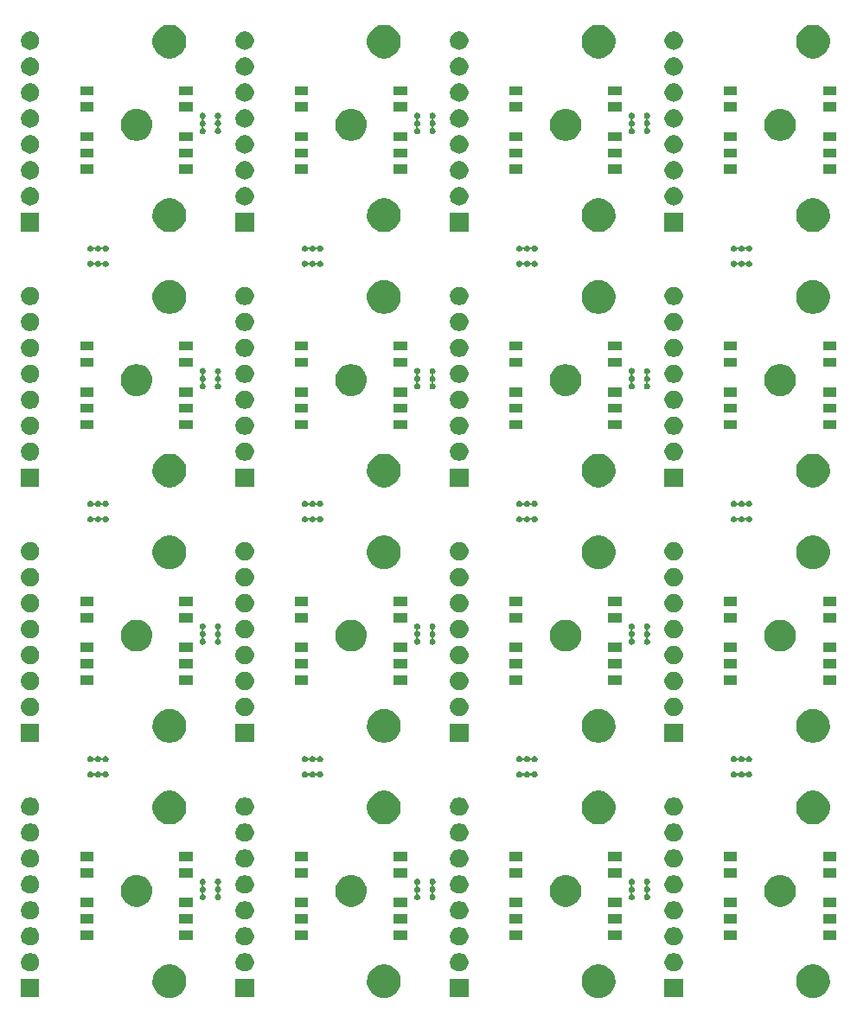
<source format=gbr>
G04 #@! TF.GenerationSoftware,KiCad,Pcbnew,(5.1.5-0-10_14)*
G04 #@! TF.CreationDate,2019-12-02T16:33:46+08:00*
G04 #@! TF.ProjectId,pa1010d-breakout-panelized,70613130-3130-4642-9d62-7265616b6f75,V1.0*
G04 #@! TF.SameCoordinates,Original*
G04 #@! TF.FileFunction,Soldermask,Top*
G04 #@! TF.FilePolarity,Negative*
%FSLAX46Y46*%
G04 Gerber Fmt 4.6, Leading zero omitted, Abs format (unit mm)*
G04 Created by KiCad (PCBNEW (5.1.5-0-10_14)) date 2019-12-02 16:33:46*
%MOMM*%
%LPD*%
G04 APERTURE LIST*
%ADD10C,0.100000*%
G04 APERTURE END LIST*
D10*
G36*
X192375256Y-128391298D02*
G01*
X192481579Y-128412447D01*
X192782042Y-128536903D01*
X193052451Y-128717585D01*
X193282415Y-128947549D01*
X193463097Y-129217958D01*
X193463098Y-129217960D01*
X193587553Y-129518422D01*
X193638988Y-129777000D01*
X193651000Y-129837391D01*
X193651000Y-130162609D01*
X193587553Y-130481579D01*
X193463097Y-130782042D01*
X193282415Y-131052451D01*
X193052451Y-131282415D01*
X192782042Y-131463097D01*
X192481579Y-131587553D01*
X192375256Y-131608702D01*
X192162611Y-131651000D01*
X191837389Y-131651000D01*
X191624744Y-131608702D01*
X191518421Y-131587553D01*
X191217958Y-131463097D01*
X190947549Y-131282415D01*
X190717585Y-131052451D01*
X190536903Y-130782042D01*
X190412447Y-130481579D01*
X190349000Y-130162609D01*
X190349000Y-129837391D01*
X190361013Y-129777000D01*
X190412447Y-129518422D01*
X190536902Y-129217960D01*
X190536903Y-129217958D01*
X190717585Y-128947549D01*
X190947549Y-128717585D01*
X191217958Y-128536903D01*
X191518421Y-128412447D01*
X191624744Y-128391298D01*
X191837389Y-128349000D01*
X192162611Y-128349000D01*
X192375256Y-128391298D01*
G37*
G36*
X171375256Y-128391298D02*
G01*
X171481579Y-128412447D01*
X171782042Y-128536903D01*
X172052451Y-128717585D01*
X172282415Y-128947549D01*
X172463097Y-129217958D01*
X172463098Y-129217960D01*
X172587553Y-129518422D01*
X172638988Y-129777000D01*
X172651000Y-129837391D01*
X172651000Y-130162609D01*
X172587553Y-130481579D01*
X172463097Y-130782042D01*
X172282415Y-131052451D01*
X172052451Y-131282415D01*
X171782042Y-131463097D01*
X171481579Y-131587553D01*
X171375256Y-131608702D01*
X171162611Y-131651000D01*
X170837389Y-131651000D01*
X170624744Y-131608702D01*
X170518421Y-131587553D01*
X170217958Y-131463097D01*
X169947549Y-131282415D01*
X169717585Y-131052451D01*
X169536903Y-130782042D01*
X169412447Y-130481579D01*
X169349000Y-130162609D01*
X169349000Y-129837391D01*
X169361013Y-129777000D01*
X169412447Y-129518422D01*
X169536902Y-129217960D01*
X169536903Y-129217958D01*
X169717585Y-128947549D01*
X169947549Y-128717585D01*
X170217958Y-128536903D01*
X170518421Y-128412447D01*
X170624744Y-128391298D01*
X170837389Y-128349000D01*
X171162611Y-128349000D01*
X171375256Y-128391298D01*
G37*
G36*
X150375256Y-128391298D02*
G01*
X150481579Y-128412447D01*
X150782042Y-128536903D01*
X151052451Y-128717585D01*
X151282415Y-128947549D01*
X151463097Y-129217958D01*
X151463098Y-129217960D01*
X151587553Y-129518422D01*
X151638988Y-129777000D01*
X151651000Y-129837391D01*
X151651000Y-130162609D01*
X151587553Y-130481579D01*
X151463097Y-130782042D01*
X151282415Y-131052451D01*
X151052451Y-131282415D01*
X150782042Y-131463097D01*
X150481579Y-131587553D01*
X150375256Y-131608702D01*
X150162611Y-131651000D01*
X149837389Y-131651000D01*
X149624744Y-131608702D01*
X149518421Y-131587553D01*
X149217958Y-131463097D01*
X148947549Y-131282415D01*
X148717585Y-131052451D01*
X148536903Y-130782042D01*
X148412447Y-130481579D01*
X148349000Y-130162609D01*
X148349000Y-129837391D01*
X148361013Y-129777000D01*
X148412447Y-129518422D01*
X148536902Y-129217960D01*
X148536903Y-129217958D01*
X148717585Y-128947549D01*
X148947549Y-128717585D01*
X149217958Y-128536903D01*
X149518421Y-128412447D01*
X149624744Y-128391298D01*
X149837389Y-128349000D01*
X150162611Y-128349000D01*
X150375256Y-128391298D01*
G37*
G36*
X129375256Y-128391298D02*
G01*
X129481579Y-128412447D01*
X129782042Y-128536903D01*
X130052451Y-128717585D01*
X130282415Y-128947549D01*
X130463097Y-129217958D01*
X130463098Y-129217960D01*
X130587553Y-129518422D01*
X130638988Y-129777000D01*
X130651000Y-129837391D01*
X130651000Y-130162609D01*
X130587553Y-130481579D01*
X130463097Y-130782042D01*
X130282415Y-131052451D01*
X130052451Y-131282415D01*
X129782042Y-131463097D01*
X129481579Y-131587553D01*
X129375256Y-131608702D01*
X129162611Y-131651000D01*
X128837389Y-131651000D01*
X128624744Y-131608702D01*
X128518421Y-131587553D01*
X128217958Y-131463097D01*
X127947549Y-131282415D01*
X127717585Y-131052451D01*
X127536903Y-130782042D01*
X127412447Y-130481579D01*
X127349000Y-130162609D01*
X127349000Y-129837391D01*
X127361013Y-129777000D01*
X127412447Y-129518422D01*
X127536902Y-129217960D01*
X127536903Y-129217958D01*
X127717585Y-128947549D01*
X127947549Y-128717585D01*
X128217958Y-128536903D01*
X128518421Y-128412447D01*
X128624744Y-128391298D01*
X128837389Y-128349000D01*
X129162611Y-128349000D01*
X129375256Y-128391298D01*
G37*
G36*
X116261000Y-131579000D02*
G01*
X114459000Y-131579000D01*
X114459000Y-129777000D01*
X116261000Y-129777000D01*
X116261000Y-131579000D01*
G37*
G36*
X179261000Y-131579000D02*
G01*
X177459000Y-131579000D01*
X177459000Y-129777000D01*
X179261000Y-129777000D01*
X179261000Y-131579000D01*
G37*
G36*
X158261000Y-131579000D02*
G01*
X156459000Y-131579000D01*
X156459000Y-129777000D01*
X158261000Y-129777000D01*
X158261000Y-131579000D01*
G37*
G36*
X137261000Y-131579000D02*
G01*
X135459000Y-131579000D01*
X135459000Y-129777000D01*
X137261000Y-129777000D01*
X137261000Y-131579000D01*
G37*
G36*
X115473512Y-127241927D02*
G01*
X115622812Y-127271624D01*
X115786784Y-127339544D01*
X115934354Y-127438147D01*
X116059853Y-127563646D01*
X116158456Y-127711216D01*
X116226376Y-127875188D01*
X116261000Y-128049259D01*
X116261000Y-128226741D01*
X116226376Y-128400812D01*
X116158456Y-128564784D01*
X116059853Y-128712354D01*
X115934354Y-128837853D01*
X115786784Y-128936456D01*
X115622812Y-129004376D01*
X115473512Y-129034073D01*
X115448742Y-129039000D01*
X115271258Y-129039000D01*
X115246488Y-129034073D01*
X115097188Y-129004376D01*
X114933216Y-128936456D01*
X114785646Y-128837853D01*
X114660147Y-128712354D01*
X114561544Y-128564784D01*
X114493624Y-128400812D01*
X114459000Y-128226741D01*
X114459000Y-128049259D01*
X114493624Y-127875188D01*
X114561544Y-127711216D01*
X114660147Y-127563646D01*
X114785646Y-127438147D01*
X114933216Y-127339544D01*
X115097188Y-127271624D01*
X115246488Y-127241927D01*
X115271258Y-127237000D01*
X115448742Y-127237000D01*
X115473512Y-127241927D01*
G37*
G36*
X178473512Y-127241927D02*
G01*
X178622812Y-127271624D01*
X178786784Y-127339544D01*
X178934354Y-127438147D01*
X179059853Y-127563646D01*
X179158456Y-127711216D01*
X179226376Y-127875188D01*
X179261000Y-128049259D01*
X179261000Y-128226741D01*
X179226376Y-128400812D01*
X179158456Y-128564784D01*
X179059853Y-128712354D01*
X178934354Y-128837853D01*
X178786784Y-128936456D01*
X178622812Y-129004376D01*
X178473512Y-129034073D01*
X178448742Y-129039000D01*
X178271258Y-129039000D01*
X178246488Y-129034073D01*
X178097188Y-129004376D01*
X177933216Y-128936456D01*
X177785646Y-128837853D01*
X177660147Y-128712354D01*
X177561544Y-128564784D01*
X177493624Y-128400812D01*
X177459000Y-128226741D01*
X177459000Y-128049259D01*
X177493624Y-127875188D01*
X177561544Y-127711216D01*
X177660147Y-127563646D01*
X177785646Y-127438147D01*
X177933216Y-127339544D01*
X178097188Y-127271624D01*
X178246488Y-127241927D01*
X178271258Y-127237000D01*
X178448742Y-127237000D01*
X178473512Y-127241927D01*
G37*
G36*
X157473512Y-127241927D02*
G01*
X157622812Y-127271624D01*
X157786784Y-127339544D01*
X157934354Y-127438147D01*
X158059853Y-127563646D01*
X158158456Y-127711216D01*
X158226376Y-127875188D01*
X158261000Y-128049259D01*
X158261000Y-128226741D01*
X158226376Y-128400812D01*
X158158456Y-128564784D01*
X158059853Y-128712354D01*
X157934354Y-128837853D01*
X157786784Y-128936456D01*
X157622812Y-129004376D01*
X157473512Y-129034073D01*
X157448742Y-129039000D01*
X157271258Y-129039000D01*
X157246488Y-129034073D01*
X157097188Y-129004376D01*
X156933216Y-128936456D01*
X156785646Y-128837853D01*
X156660147Y-128712354D01*
X156561544Y-128564784D01*
X156493624Y-128400812D01*
X156459000Y-128226741D01*
X156459000Y-128049259D01*
X156493624Y-127875188D01*
X156561544Y-127711216D01*
X156660147Y-127563646D01*
X156785646Y-127438147D01*
X156933216Y-127339544D01*
X157097188Y-127271624D01*
X157246488Y-127241927D01*
X157271258Y-127237000D01*
X157448742Y-127237000D01*
X157473512Y-127241927D01*
G37*
G36*
X136473512Y-127241927D02*
G01*
X136622812Y-127271624D01*
X136786784Y-127339544D01*
X136934354Y-127438147D01*
X137059853Y-127563646D01*
X137158456Y-127711216D01*
X137226376Y-127875188D01*
X137261000Y-128049259D01*
X137261000Y-128226741D01*
X137226376Y-128400812D01*
X137158456Y-128564784D01*
X137059853Y-128712354D01*
X136934354Y-128837853D01*
X136786784Y-128936456D01*
X136622812Y-129004376D01*
X136473512Y-129034073D01*
X136448742Y-129039000D01*
X136271258Y-129039000D01*
X136246488Y-129034073D01*
X136097188Y-129004376D01*
X135933216Y-128936456D01*
X135785646Y-128837853D01*
X135660147Y-128712354D01*
X135561544Y-128564784D01*
X135493624Y-128400812D01*
X135459000Y-128226741D01*
X135459000Y-128049259D01*
X135493624Y-127875188D01*
X135561544Y-127711216D01*
X135660147Y-127563646D01*
X135785646Y-127438147D01*
X135933216Y-127339544D01*
X136097188Y-127271624D01*
X136246488Y-127241927D01*
X136271258Y-127237000D01*
X136448742Y-127237000D01*
X136473512Y-127241927D01*
G37*
G36*
X178473512Y-124701927D02*
G01*
X178622812Y-124731624D01*
X178786784Y-124799544D01*
X178934354Y-124898147D01*
X179059853Y-125023646D01*
X179158456Y-125171216D01*
X179226376Y-125335188D01*
X179261000Y-125509259D01*
X179261000Y-125686741D01*
X179226376Y-125860812D01*
X179158456Y-126024784D01*
X179059853Y-126172354D01*
X178934354Y-126297853D01*
X178786784Y-126396456D01*
X178622812Y-126464376D01*
X178473512Y-126494073D01*
X178448742Y-126499000D01*
X178271258Y-126499000D01*
X178246488Y-126494073D01*
X178097188Y-126464376D01*
X177933216Y-126396456D01*
X177785646Y-126297853D01*
X177660147Y-126172354D01*
X177561544Y-126024784D01*
X177493624Y-125860812D01*
X177459000Y-125686741D01*
X177459000Y-125509259D01*
X177493624Y-125335188D01*
X177561544Y-125171216D01*
X177660147Y-125023646D01*
X177785646Y-124898147D01*
X177933216Y-124799544D01*
X178097188Y-124731624D01*
X178246488Y-124701927D01*
X178271258Y-124697000D01*
X178448742Y-124697000D01*
X178473512Y-124701927D01*
G37*
G36*
X115473512Y-124701927D02*
G01*
X115622812Y-124731624D01*
X115786784Y-124799544D01*
X115934354Y-124898147D01*
X116059853Y-125023646D01*
X116158456Y-125171216D01*
X116226376Y-125335188D01*
X116261000Y-125509259D01*
X116261000Y-125686741D01*
X116226376Y-125860812D01*
X116158456Y-126024784D01*
X116059853Y-126172354D01*
X115934354Y-126297853D01*
X115786784Y-126396456D01*
X115622812Y-126464376D01*
X115473512Y-126494073D01*
X115448742Y-126499000D01*
X115271258Y-126499000D01*
X115246488Y-126494073D01*
X115097188Y-126464376D01*
X114933216Y-126396456D01*
X114785646Y-126297853D01*
X114660147Y-126172354D01*
X114561544Y-126024784D01*
X114493624Y-125860812D01*
X114459000Y-125686741D01*
X114459000Y-125509259D01*
X114493624Y-125335188D01*
X114561544Y-125171216D01*
X114660147Y-125023646D01*
X114785646Y-124898147D01*
X114933216Y-124799544D01*
X115097188Y-124731624D01*
X115246488Y-124701927D01*
X115271258Y-124697000D01*
X115448742Y-124697000D01*
X115473512Y-124701927D01*
G37*
G36*
X157473512Y-124701927D02*
G01*
X157622812Y-124731624D01*
X157786784Y-124799544D01*
X157934354Y-124898147D01*
X158059853Y-125023646D01*
X158158456Y-125171216D01*
X158226376Y-125335188D01*
X158261000Y-125509259D01*
X158261000Y-125686741D01*
X158226376Y-125860812D01*
X158158456Y-126024784D01*
X158059853Y-126172354D01*
X157934354Y-126297853D01*
X157786784Y-126396456D01*
X157622812Y-126464376D01*
X157473512Y-126494073D01*
X157448742Y-126499000D01*
X157271258Y-126499000D01*
X157246488Y-126494073D01*
X157097188Y-126464376D01*
X156933216Y-126396456D01*
X156785646Y-126297853D01*
X156660147Y-126172354D01*
X156561544Y-126024784D01*
X156493624Y-125860812D01*
X156459000Y-125686741D01*
X156459000Y-125509259D01*
X156493624Y-125335188D01*
X156561544Y-125171216D01*
X156660147Y-125023646D01*
X156785646Y-124898147D01*
X156933216Y-124799544D01*
X157097188Y-124731624D01*
X157246488Y-124701927D01*
X157271258Y-124697000D01*
X157448742Y-124697000D01*
X157473512Y-124701927D01*
G37*
G36*
X136473512Y-124701927D02*
G01*
X136622812Y-124731624D01*
X136786784Y-124799544D01*
X136934354Y-124898147D01*
X137059853Y-125023646D01*
X137158456Y-125171216D01*
X137226376Y-125335188D01*
X137261000Y-125509259D01*
X137261000Y-125686741D01*
X137226376Y-125860812D01*
X137158456Y-126024784D01*
X137059853Y-126172354D01*
X136934354Y-126297853D01*
X136786784Y-126396456D01*
X136622812Y-126464376D01*
X136473512Y-126494073D01*
X136448742Y-126499000D01*
X136271258Y-126499000D01*
X136246488Y-126494073D01*
X136097188Y-126464376D01*
X135933216Y-126396456D01*
X135785646Y-126297853D01*
X135660147Y-126172354D01*
X135561544Y-126024784D01*
X135493624Y-125860812D01*
X135459000Y-125686741D01*
X135459000Y-125509259D01*
X135493624Y-125335188D01*
X135561544Y-125171216D01*
X135660147Y-125023646D01*
X135785646Y-124898147D01*
X135933216Y-124799544D01*
X136097188Y-124731624D01*
X136246488Y-124701927D01*
X136271258Y-124697000D01*
X136448742Y-124697000D01*
X136473512Y-124701927D01*
G37*
G36*
X131275000Y-125954000D02*
G01*
X129973000Y-125954000D01*
X129973000Y-125052000D01*
X131275000Y-125052000D01*
X131275000Y-125954000D01*
G37*
G36*
X142575000Y-125954000D02*
G01*
X141273000Y-125954000D01*
X141273000Y-125052000D01*
X142575000Y-125052000D01*
X142575000Y-125954000D01*
G37*
G36*
X152275000Y-125954000D02*
G01*
X150973000Y-125954000D01*
X150973000Y-125052000D01*
X152275000Y-125052000D01*
X152275000Y-125954000D01*
G37*
G36*
X163575000Y-125954000D02*
G01*
X162273000Y-125954000D01*
X162273000Y-125052000D01*
X163575000Y-125052000D01*
X163575000Y-125954000D01*
G37*
G36*
X121575000Y-125954000D02*
G01*
X120273000Y-125954000D01*
X120273000Y-125052000D01*
X121575000Y-125052000D01*
X121575000Y-125954000D01*
G37*
G36*
X184575000Y-125954000D02*
G01*
X183273000Y-125954000D01*
X183273000Y-125052000D01*
X184575000Y-125052000D01*
X184575000Y-125954000D01*
G37*
G36*
X194275000Y-125954000D02*
G01*
X192973000Y-125954000D01*
X192973000Y-125052000D01*
X194275000Y-125052000D01*
X194275000Y-125954000D01*
G37*
G36*
X173275000Y-125954000D02*
G01*
X171973000Y-125954000D01*
X171973000Y-125052000D01*
X173275000Y-125052000D01*
X173275000Y-125954000D01*
G37*
G36*
X131275000Y-124354000D02*
G01*
X129973000Y-124354000D01*
X129973000Y-123452000D01*
X131275000Y-123452000D01*
X131275000Y-124354000D01*
G37*
G36*
X121575000Y-124354000D02*
G01*
X120273000Y-124354000D01*
X120273000Y-123452000D01*
X121575000Y-123452000D01*
X121575000Y-124354000D01*
G37*
G36*
X152275000Y-124354000D02*
G01*
X150973000Y-124354000D01*
X150973000Y-123452000D01*
X152275000Y-123452000D01*
X152275000Y-124354000D01*
G37*
G36*
X142575000Y-124354000D02*
G01*
X141273000Y-124354000D01*
X141273000Y-123452000D01*
X142575000Y-123452000D01*
X142575000Y-124354000D01*
G37*
G36*
X173275000Y-124354000D02*
G01*
X171973000Y-124354000D01*
X171973000Y-123452000D01*
X173275000Y-123452000D01*
X173275000Y-124354000D01*
G37*
G36*
X194275000Y-124354000D02*
G01*
X192973000Y-124354000D01*
X192973000Y-123452000D01*
X194275000Y-123452000D01*
X194275000Y-124354000D01*
G37*
G36*
X184575000Y-124354000D02*
G01*
X183273000Y-124354000D01*
X183273000Y-123452000D01*
X184575000Y-123452000D01*
X184575000Y-124354000D01*
G37*
G36*
X163575000Y-124354000D02*
G01*
X162273000Y-124354000D01*
X162273000Y-123452000D01*
X163575000Y-123452000D01*
X163575000Y-124354000D01*
G37*
G36*
X115473512Y-122161927D02*
G01*
X115622812Y-122191624D01*
X115786784Y-122259544D01*
X115934354Y-122358147D01*
X116059853Y-122483646D01*
X116158456Y-122631216D01*
X116226376Y-122795188D01*
X116261000Y-122969259D01*
X116261000Y-123146741D01*
X116226376Y-123320812D01*
X116158456Y-123484784D01*
X116059853Y-123632354D01*
X115934354Y-123757853D01*
X115786784Y-123856456D01*
X115622812Y-123924376D01*
X115473512Y-123954073D01*
X115448742Y-123959000D01*
X115271258Y-123959000D01*
X115246488Y-123954073D01*
X115097188Y-123924376D01*
X114933216Y-123856456D01*
X114785646Y-123757853D01*
X114660147Y-123632354D01*
X114561544Y-123484784D01*
X114493624Y-123320812D01*
X114459000Y-123146741D01*
X114459000Y-122969259D01*
X114493624Y-122795188D01*
X114561544Y-122631216D01*
X114660147Y-122483646D01*
X114785646Y-122358147D01*
X114933216Y-122259544D01*
X115097188Y-122191624D01*
X115246488Y-122161927D01*
X115271258Y-122157000D01*
X115448742Y-122157000D01*
X115473512Y-122161927D01*
G37*
G36*
X178473512Y-122161927D02*
G01*
X178622812Y-122191624D01*
X178786784Y-122259544D01*
X178934354Y-122358147D01*
X179059853Y-122483646D01*
X179158456Y-122631216D01*
X179226376Y-122795188D01*
X179261000Y-122969259D01*
X179261000Y-123146741D01*
X179226376Y-123320812D01*
X179158456Y-123484784D01*
X179059853Y-123632354D01*
X178934354Y-123757853D01*
X178786784Y-123856456D01*
X178622812Y-123924376D01*
X178473512Y-123954073D01*
X178448742Y-123959000D01*
X178271258Y-123959000D01*
X178246488Y-123954073D01*
X178097188Y-123924376D01*
X177933216Y-123856456D01*
X177785646Y-123757853D01*
X177660147Y-123632354D01*
X177561544Y-123484784D01*
X177493624Y-123320812D01*
X177459000Y-123146741D01*
X177459000Y-122969259D01*
X177493624Y-122795188D01*
X177561544Y-122631216D01*
X177660147Y-122483646D01*
X177785646Y-122358147D01*
X177933216Y-122259544D01*
X178097188Y-122191624D01*
X178246488Y-122161927D01*
X178271258Y-122157000D01*
X178448742Y-122157000D01*
X178473512Y-122161927D01*
G37*
G36*
X157473512Y-122161927D02*
G01*
X157622812Y-122191624D01*
X157786784Y-122259544D01*
X157934354Y-122358147D01*
X158059853Y-122483646D01*
X158158456Y-122631216D01*
X158226376Y-122795188D01*
X158261000Y-122969259D01*
X158261000Y-123146741D01*
X158226376Y-123320812D01*
X158158456Y-123484784D01*
X158059853Y-123632354D01*
X157934354Y-123757853D01*
X157786784Y-123856456D01*
X157622812Y-123924376D01*
X157473512Y-123954073D01*
X157448742Y-123959000D01*
X157271258Y-123959000D01*
X157246488Y-123954073D01*
X157097188Y-123924376D01*
X156933216Y-123856456D01*
X156785646Y-123757853D01*
X156660147Y-123632354D01*
X156561544Y-123484784D01*
X156493624Y-123320812D01*
X156459000Y-123146741D01*
X156459000Y-122969259D01*
X156493624Y-122795188D01*
X156561544Y-122631216D01*
X156660147Y-122483646D01*
X156785646Y-122358147D01*
X156933216Y-122259544D01*
X157097188Y-122191624D01*
X157246488Y-122161927D01*
X157271258Y-122157000D01*
X157448742Y-122157000D01*
X157473512Y-122161927D01*
G37*
G36*
X136473512Y-122161927D02*
G01*
X136622812Y-122191624D01*
X136786784Y-122259544D01*
X136934354Y-122358147D01*
X137059853Y-122483646D01*
X137158456Y-122631216D01*
X137226376Y-122795188D01*
X137261000Y-122969259D01*
X137261000Y-123146741D01*
X137226376Y-123320812D01*
X137158456Y-123484784D01*
X137059853Y-123632354D01*
X136934354Y-123757853D01*
X136786784Y-123856456D01*
X136622812Y-123924376D01*
X136473512Y-123954073D01*
X136448742Y-123959000D01*
X136271258Y-123959000D01*
X136246488Y-123954073D01*
X136097188Y-123924376D01*
X135933216Y-123856456D01*
X135785646Y-123757853D01*
X135660147Y-123632354D01*
X135561544Y-123484784D01*
X135493624Y-123320812D01*
X135459000Y-123146741D01*
X135459000Y-122969259D01*
X135493624Y-122795188D01*
X135561544Y-122631216D01*
X135660147Y-122483646D01*
X135785646Y-122358147D01*
X135933216Y-122259544D01*
X136097188Y-122191624D01*
X136246488Y-122161927D01*
X136271258Y-122157000D01*
X136448742Y-122157000D01*
X136473512Y-122161927D01*
G37*
G36*
X184575000Y-122754000D02*
G01*
X183273000Y-122754000D01*
X183273000Y-121852000D01*
X184575000Y-121852000D01*
X184575000Y-122754000D01*
G37*
G36*
X194275000Y-122754000D02*
G01*
X192973000Y-122754000D01*
X192973000Y-121852000D01*
X194275000Y-121852000D01*
X194275000Y-122754000D01*
G37*
G36*
X163575000Y-122754000D02*
G01*
X162273000Y-122754000D01*
X162273000Y-121852000D01*
X163575000Y-121852000D01*
X163575000Y-122754000D01*
G37*
G36*
X173275000Y-122754000D02*
G01*
X171973000Y-122754000D01*
X171973000Y-121852000D01*
X173275000Y-121852000D01*
X173275000Y-122754000D01*
G37*
G36*
X152275000Y-122754000D02*
G01*
X150973000Y-122754000D01*
X150973000Y-121852000D01*
X152275000Y-121852000D01*
X152275000Y-122754000D01*
G37*
G36*
X131275000Y-122754000D02*
G01*
X129973000Y-122754000D01*
X129973000Y-121852000D01*
X131275000Y-121852000D01*
X131275000Y-122754000D01*
G37*
G36*
X121575000Y-122754000D02*
G01*
X120273000Y-122754000D01*
X120273000Y-121852000D01*
X121575000Y-121852000D01*
X121575000Y-122754000D01*
G37*
G36*
X142575000Y-122754000D02*
G01*
X141273000Y-122754000D01*
X141273000Y-121852000D01*
X142575000Y-121852000D01*
X142575000Y-122754000D01*
G37*
G36*
X168076585Y-119631802D02*
G01*
X168226410Y-119661604D01*
X168508674Y-119778521D01*
X168762705Y-119948259D01*
X168978741Y-120164295D01*
X169148479Y-120418326D01*
X169265396Y-120700590D01*
X169271034Y-120728933D01*
X169325000Y-121000239D01*
X169325000Y-121305761D01*
X169320742Y-121327165D01*
X169265396Y-121605410D01*
X169148479Y-121887674D01*
X168978741Y-122141705D01*
X168762705Y-122357741D01*
X168508674Y-122527479D01*
X168226410Y-122644396D01*
X168076585Y-122674198D01*
X167926761Y-122704000D01*
X167621239Y-122704000D01*
X167471415Y-122674198D01*
X167321590Y-122644396D01*
X167039326Y-122527479D01*
X166785295Y-122357741D01*
X166569259Y-122141705D01*
X166399521Y-121887674D01*
X166282604Y-121605410D01*
X166227258Y-121327165D01*
X166223000Y-121305761D01*
X166223000Y-121000239D01*
X166276966Y-120728933D01*
X166282604Y-120700590D01*
X166399521Y-120418326D01*
X166569259Y-120164295D01*
X166785295Y-119948259D01*
X167039326Y-119778521D01*
X167321590Y-119661604D01*
X167471415Y-119631802D01*
X167621239Y-119602000D01*
X167926761Y-119602000D01*
X168076585Y-119631802D01*
G37*
G36*
X189076585Y-119631802D02*
G01*
X189226410Y-119661604D01*
X189508674Y-119778521D01*
X189762705Y-119948259D01*
X189978741Y-120164295D01*
X190148479Y-120418326D01*
X190265396Y-120700590D01*
X190271034Y-120728933D01*
X190325000Y-121000239D01*
X190325000Y-121305761D01*
X190320742Y-121327165D01*
X190265396Y-121605410D01*
X190148479Y-121887674D01*
X189978741Y-122141705D01*
X189762705Y-122357741D01*
X189508674Y-122527479D01*
X189226410Y-122644396D01*
X189076585Y-122674198D01*
X188926761Y-122704000D01*
X188621239Y-122704000D01*
X188471415Y-122674198D01*
X188321590Y-122644396D01*
X188039326Y-122527479D01*
X187785295Y-122357741D01*
X187569259Y-122141705D01*
X187399521Y-121887674D01*
X187282604Y-121605410D01*
X187227258Y-121327165D01*
X187223000Y-121305761D01*
X187223000Y-121000239D01*
X187276966Y-120728933D01*
X187282604Y-120700590D01*
X187399521Y-120418326D01*
X187569259Y-120164295D01*
X187785295Y-119948259D01*
X188039326Y-119778521D01*
X188321590Y-119661604D01*
X188471415Y-119631802D01*
X188621239Y-119602000D01*
X188926761Y-119602000D01*
X189076585Y-119631802D01*
G37*
G36*
X126076585Y-119631802D02*
G01*
X126226410Y-119661604D01*
X126508674Y-119778521D01*
X126762705Y-119948259D01*
X126978741Y-120164295D01*
X127148479Y-120418326D01*
X127265396Y-120700590D01*
X127271034Y-120728933D01*
X127325000Y-121000239D01*
X127325000Y-121305761D01*
X127320742Y-121327165D01*
X127265396Y-121605410D01*
X127148479Y-121887674D01*
X126978741Y-122141705D01*
X126762705Y-122357741D01*
X126508674Y-122527479D01*
X126226410Y-122644396D01*
X126076585Y-122674198D01*
X125926761Y-122704000D01*
X125621239Y-122704000D01*
X125471415Y-122674198D01*
X125321590Y-122644396D01*
X125039326Y-122527479D01*
X124785295Y-122357741D01*
X124569259Y-122141705D01*
X124399521Y-121887674D01*
X124282604Y-121605410D01*
X124227258Y-121327165D01*
X124223000Y-121305761D01*
X124223000Y-121000239D01*
X124276966Y-120728933D01*
X124282604Y-120700590D01*
X124399521Y-120418326D01*
X124569259Y-120164295D01*
X124785295Y-119948259D01*
X125039326Y-119778521D01*
X125321590Y-119661604D01*
X125471415Y-119631802D01*
X125621239Y-119602000D01*
X125926761Y-119602000D01*
X126076585Y-119631802D01*
G37*
G36*
X147076585Y-119631802D02*
G01*
X147226410Y-119661604D01*
X147508674Y-119778521D01*
X147762705Y-119948259D01*
X147978741Y-120164295D01*
X148148479Y-120418326D01*
X148265396Y-120700590D01*
X148271034Y-120728933D01*
X148325000Y-121000239D01*
X148325000Y-121305761D01*
X148320742Y-121327165D01*
X148265396Y-121605410D01*
X148148479Y-121887674D01*
X147978741Y-122141705D01*
X147762705Y-122357741D01*
X147508674Y-122527479D01*
X147226410Y-122644396D01*
X147076585Y-122674198D01*
X146926761Y-122704000D01*
X146621239Y-122704000D01*
X146471415Y-122674198D01*
X146321590Y-122644396D01*
X146039326Y-122527479D01*
X145785295Y-122357741D01*
X145569259Y-122141705D01*
X145399521Y-121887674D01*
X145282604Y-121605410D01*
X145227258Y-121327165D01*
X145223000Y-121305761D01*
X145223000Y-121000239D01*
X145276966Y-120728933D01*
X145282604Y-120700590D01*
X145399521Y-120418326D01*
X145569259Y-120164295D01*
X145785295Y-119948259D01*
X146039326Y-119778521D01*
X146321590Y-119661604D01*
X146471415Y-119631802D01*
X146621239Y-119602000D01*
X146926761Y-119602000D01*
X147076585Y-119631802D01*
G37*
G36*
X175837797Y-119960567D02*
G01*
X175892575Y-119983257D01*
X175892577Y-119983258D01*
X175941876Y-120016198D01*
X175983802Y-120058124D01*
X176005913Y-120091216D01*
X176016743Y-120107425D01*
X176039433Y-120162203D01*
X176051000Y-120220353D01*
X176051000Y-120279647D01*
X176039433Y-120337797D01*
X176016743Y-120392575D01*
X176016742Y-120392577D01*
X175983802Y-120441876D01*
X175941876Y-120483802D01*
X175892577Y-120516742D01*
X175886104Y-120521067D01*
X175867162Y-120536612D01*
X175851617Y-120555554D01*
X175840066Y-120577165D01*
X175832953Y-120600614D01*
X175830551Y-120625000D01*
X175832953Y-120649386D01*
X175840066Y-120672835D01*
X175851617Y-120694446D01*
X175867162Y-120713388D01*
X175886104Y-120728933D01*
X175892577Y-120733258D01*
X175941876Y-120766198D01*
X175983802Y-120808124D01*
X176016742Y-120857423D01*
X176016743Y-120857425D01*
X176039433Y-120912203D01*
X176051000Y-120970353D01*
X176051000Y-121029647D01*
X176039433Y-121087797D01*
X176037545Y-121092354D01*
X176016742Y-121142577D01*
X175983802Y-121191876D01*
X175941876Y-121233802D01*
X175892577Y-121266742D01*
X175886104Y-121271067D01*
X175867162Y-121286612D01*
X175851617Y-121305554D01*
X175840066Y-121327165D01*
X175832953Y-121350614D01*
X175830551Y-121375000D01*
X175832953Y-121399386D01*
X175840066Y-121422835D01*
X175851617Y-121444446D01*
X175867162Y-121463388D01*
X175886104Y-121478933D01*
X175892577Y-121483258D01*
X175941876Y-121516198D01*
X175983802Y-121558124D01*
X176015396Y-121605409D01*
X176016743Y-121607425D01*
X176039433Y-121662203D01*
X176051000Y-121720353D01*
X176051000Y-121779647D01*
X176039433Y-121837797D01*
X176018774Y-121887672D01*
X176016742Y-121892577D01*
X175983802Y-121941876D01*
X175941876Y-121983802D01*
X175892577Y-122016742D01*
X175892576Y-122016743D01*
X175892575Y-122016743D01*
X175837797Y-122039433D01*
X175779647Y-122051000D01*
X175720353Y-122051000D01*
X175662203Y-122039433D01*
X175607425Y-122016743D01*
X175607424Y-122016743D01*
X175607423Y-122016742D01*
X175558124Y-121983802D01*
X175516198Y-121941876D01*
X175483258Y-121892577D01*
X175481226Y-121887672D01*
X175460567Y-121837797D01*
X175449000Y-121779647D01*
X175449000Y-121720353D01*
X175460567Y-121662203D01*
X175483257Y-121607425D01*
X175484604Y-121605409D01*
X175516198Y-121558124D01*
X175558124Y-121516198D01*
X175607423Y-121483258D01*
X175613896Y-121478933D01*
X175632838Y-121463388D01*
X175648383Y-121444446D01*
X175659934Y-121422835D01*
X175667047Y-121399386D01*
X175669449Y-121375000D01*
X175667047Y-121350614D01*
X175659934Y-121327165D01*
X175648383Y-121305554D01*
X175632838Y-121286612D01*
X175613896Y-121271067D01*
X175607423Y-121266742D01*
X175558124Y-121233802D01*
X175516198Y-121191876D01*
X175483258Y-121142577D01*
X175462455Y-121092354D01*
X175460567Y-121087797D01*
X175449000Y-121029647D01*
X175449000Y-120970353D01*
X175460567Y-120912203D01*
X175483257Y-120857425D01*
X175483258Y-120857423D01*
X175516198Y-120808124D01*
X175558124Y-120766198D01*
X175607423Y-120733258D01*
X175613896Y-120728933D01*
X175632838Y-120713388D01*
X175648383Y-120694446D01*
X175659934Y-120672835D01*
X175667047Y-120649386D01*
X175669449Y-120625000D01*
X175667047Y-120600614D01*
X175659934Y-120577165D01*
X175648383Y-120555554D01*
X175632838Y-120536612D01*
X175613896Y-120521067D01*
X175607423Y-120516742D01*
X175558124Y-120483802D01*
X175516198Y-120441876D01*
X175483258Y-120392577D01*
X175483257Y-120392575D01*
X175460567Y-120337797D01*
X175449000Y-120279647D01*
X175449000Y-120220353D01*
X175460567Y-120162203D01*
X175483257Y-120107425D01*
X175494087Y-120091216D01*
X175516198Y-120058124D01*
X175558124Y-120016198D01*
X175607423Y-119983258D01*
X175607425Y-119983257D01*
X175662203Y-119960567D01*
X175720353Y-119949000D01*
X175779647Y-119949000D01*
X175837797Y-119960567D01*
G37*
G36*
X174337797Y-119960567D02*
G01*
X174392575Y-119983257D01*
X174392577Y-119983258D01*
X174441876Y-120016198D01*
X174483802Y-120058124D01*
X174505913Y-120091216D01*
X174516743Y-120107425D01*
X174539433Y-120162203D01*
X174551000Y-120220353D01*
X174551000Y-120279647D01*
X174539433Y-120337797D01*
X174516743Y-120392575D01*
X174516742Y-120392577D01*
X174483802Y-120441876D01*
X174441876Y-120483802D01*
X174392577Y-120516742D01*
X174386104Y-120521067D01*
X174367162Y-120536612D01*
X174351617Y-120555554D01*
X174340066Y-120577165D01*
X174332953Y-120600614D01*
X174330551Y-120625000D01*
X174332953Y-120649386D01*
X174340066Y-120672835D01*
X174351617Y-120694446D01*
X174367162Y-120713388D01*
X174386104Y-120728933D01*
X174392577Y-120733258D01*
X174441876Y-120766198D01*
X174483802Y-120808124D01*
X174516742Y-120857423D01*
X174516743Y-120857425D01*
X174539433Y-120912203D01*
X174551000Y-120970353D01*
X174551000Y-121029647D01*
X174539433Y-121087797D01*
X174537545Y-121092354D01*
X174516742Y-121142577D01*
X174483802Y-121191876D01*
X174441876Y-121233802D01*
X174392577Y-121266742D01*
X174386104Y-121271067D01*
X174367162Y-121286612D01*
X174351617Y-121305554D01*
X174340066Y-121327165D01*
X174332953Y-121350614D01*
X174330551Y-121375000D01*
X174332953Y-121399386D01*
X174340066Y-121422835D01*
X174351617Y-121444446D01*
X174367162Y-121463388D01*
X174386104Y-121478933D01*
X174392577Y-121483258D01*
X174441876Y-121516198D01*
X174483802Y-121558124D01*
X174515396Y-121605409D01*
X174516743Y-121607425D01*
X174539433Y-121662203D01*
X174551000Y-121720353D01*
X174551000Y-121779647D01*
X174539433Y-121837797D01*
X174518774Y-121887672D01*
X174516742Y-121892577D01*
X174483802Y-121941876D01*
X174441876Y-121983802D01*
X174392577Y-122016742D01*
X174392576Y-122016743D01*
X174392575Y-122016743D01*
X174337797Y-122039433D01*
X174279647Y-122051000D01*
X174220353Y-122051000D01*
X174162203Y-122039433D01*
X174107425Y-122016743D01*
X174107424Y-122016743D01*
X174107423Y-122016742D01*
X174058124Y-121983802D01*
X174016198Y-121941876D01*
X173983258Y-121892577D01*
X173981226Y-121887672D01*
X173960567Y-121837797D01*
X173949000Y-121779647D01*
X173949000Y-121720353D01*
X173960567Y-121662203D01*
X173983257Y-121607425D01*
X173984604Y-121605409D01*
X174016198Y-121558124D01*
X174058124Y-121516198D01*
X174107423Y-121483258D01*
X174113896Y-121478933D01*
X174132838Y-121463388D01*
X174148383Y-121444446D01*
X174159934Y-121422835D01*
X174167047Y-121399386D01*
X174169449Y-121375000D01*
X174167047Y-121350614D01*
X174159934Y-121327165D01*
X174148383Y-121305554D01*
X174132838Y-121286612D01*
X174113896Y-121271067D01*
X174107423Y-121266742D01*
X174058124Y-121233802D01*
X174016198Y-121191876D01*
X173983258Y-121142577D01*
X173962455Y-121092354D01*
X173960567Y-121087797D01*
X173949000Y-121029647D01*
X173949000Y-120970353D01*
X173960567Y-120912203D01*
X173983257Y-120857425D01*
X173983258Y-120857423D01*
X174016198Y-120808124D01*
X174058124Y-120766198D01*
X174107423Y-120733258D01*
X174113896Y-120728933D01*
X174132838Y-120713388D01*
X174148383Y-120694446D01*
X174159934Y-120672835D01*
X174167047Y-120649386D01*
X174169449Y-120625000D01*
X174167047Y-120600614D01*
X174159934Y-120577165D01*
X174148383Y-120555554D01*
X174132838Y-120536612D01*
X174113896Y-120521067D01*
X174107423Y-120516742D01*
X174058124Y-120483802D01*
X174016198Y-120441876D01*
X173983258Y-120392577D01*
X173983257Y-120392575D01*
X173960567Y-120337797D01*
X173949000Y-120279647D01*
X173949000Y-120220353D01*
X173960567Y-120162203D01*
X173983257Y-120107425D01*
X173994087Y-120091216D01*
X174016198Y-120058124D01*
X174058124Y-120016198D01*
X174107423Y-119983258D01*
X174107425Y-119983257D01*
X174162203Y-119960567D01*
X174220353Y-119949000D01*
X174279647Y-119949000D01*
X174337797Y-119960567D01*
G37*
G36*
X154837797Y-119960567D02*
G01*
X154892575Y-119983257D01*
X154892577Y-119983258D01*
X154941876Y-120016198D01*
X154983802Y-120058124D01*
X155005913Y-120091216D01*
X155016743Y-120107425D01*
X155039433Y-120162203D01*
X155051000Y-120220353D01*
X155051000Y-120279647D01*
X155039433Y-120337797D01*
X155016743Y-120392575D01*
X155016742Y-120392577D01*
X154983802Y-120441876D01*
X154941876Y-120483802D01*
X154892577Y-120516742D01*
X154886104Y-120521067D01*
X154867162Y-120536612D01*
X154851617Y-120555554D01*
X154840066Y-120577165D01*
X154832953Y-120600614D01*
X154830551Y-120625000D01*
X154832953Y-120649386D01*
X154840066Y-120672835D01*
X154851617Y-120694446D01*
X154867162Y-120713388D01*
X154886104Y-120728933D01*
X154892577Y-120733258D01*
X154941876Y-120766198D01*
X154983802Y-120808124D01*
X155016742Y-120857423D01*
X155016743Y-120857425D01*
X155039433Y-120912203D01*
X155051000Y-120970353D01*
X155051000Y-121029647D01*
X155039433Y-121087797D01*
X155037545Y-121092354D01*
X155016742Y-121142577D01*
X154983802Y-121191876D01*
X154941876Y-121233802D01*
X154892577Y-121266742D01*
X154886104Y-121271067D01*
X154867162Y-121286612D01*
X154851617Y-121305554D01*
X154840066Y-121327165D01*
X154832953Y-121350614D01*
X154830551Y-121375000D01*
X154832953Y-121399386D01*
X154840066Y-121422835D01*
X154851617Y-121444446D01*
X154867162Y-121463388D01*
X154886104Y-121478933D01*
X154892577Y-121483258D01*
X154941876Y-121516198D01*
X154983802Y-121558124D01*
X155015396Y-121605409D01*
X155016743Y-121607425D01*
X155039433Y-121662203D01*
X155051000Y-121720353D01*
X155051000Y-121779647D01*
X155039433Y-121837797D01*
X155018774Y-121887672D01*
X155016742Y-121892577D01*
X154983802Y-121941876D01*
X154941876Y-121983802D01*
X154892577Y-122016742D01*
X154892576Y-122016743D01*
X154892575Y-122016743D01*
X154837797Y-122039433D01*
X154779647Y-122051000D01*
X154720353Y-122051000D01*
X154662203Y-122039433D01*
X154607425Y-122016743D01*
X154607424Y-122016743D01*
X154607423Y-122016742D01*
X154558124Y-121983802D01*
X154516198Y-121941876D01*
X154483258Y-121892577D01*
X154481226Y-121887672D01*
X154460567Y-121837797D01*
X154449000Y-121779647D01*
X154449000Y-121720353D01*
X154460567Y-121662203D01*
X154483257Y-121607425D01*
X154484604Y-121605409D01*
X154516198Y-121558124D01*
X154558124Y-121516198D01*
X154607423Y-121483258D01*
X154613896Y-121478933D01*
X154632838Y-121463388D01*
X154648383Y-121444446D01*
X154659934Y-121422835D01*
X154667047Y-121399386D01*
X154669449Y-121375000D01*
X154667047Y-121350614D01*
X154659934Y-121327165D01*
X154648383Y-121305554D01*
X154632838Y-121286612D01*
X154613896Y-121271067D01*
X154607423Y-121266742D01*
X154558124Y-121233802D01*
X154516198Y-121191876D01*
X154483258Y-121142577D01*
X154462455Y-121092354D01*
X154460567Y-121087797D01*
X154449000Y-121029647D01*
X154449000Y-120970353D01*
X154460567Y-120912203D01*
X154483257Y-120857425D01*
X154483258Y-120857423D01*
X154516198Y-120808124D01*
X154558124Y-120766198D01*
X154607423Y-120733258D01*
X154613896Y-120728933D01*
X154632838Y-120713388D01*
X154648383Y-120694446D01*
X154659934Y-120672835D01*
X154667047Y-120649386D01*
X154669449Y-120625000D01*
X154667047Y-120600614D01*
X154659934Y-120577165D01*
X154648383Y-120555554D01*
X154632838Y-120536612D01*
X154613896Y-120521067D01*
X154607423Y-120516742D01*
X154558124Y-120483802D01*
X154516198Y-120441876D01*
X154483258Y-120392577D01*
X154483257Y-120392575D01*
X154460567Y-120337797D01*
X154449000Y-120279647D01*
X154449000Y-120220353D01*
X154460567Y-120162203D01*
X154483257Y-120107425D01*
X154494087Y-120091216D01*
X154516198Y-120058124D01*
X154558124Y-120016198D01*
X154607423Y-119983258D01*
X154607425Y-119983257D01*
X154662203Y-119960567D01*
X154720353Y-119949000D01*
X154779647Y-119949000D01*
X154837797Y-119960567D01*
G37*
G36*
X153337797Y-119960567D02*
G01*
X153392575Y-119983257D01*
X153392577Y-119983258D01*
X153441876Y-120016198D01*
X153483802Y-120058124D01*
X153505913Y-120091216D01*
X153516743Y-120107425D01*
X153539433Y-120162203D01*
X153551000Y-120220353D01*
X153551000Y-120279647D01*
X153539433Y-120337797D01*
X153516743Y-120392575D01*
X153516742Y-120392577D01*
X153483802Y-120441876D01*
X153441876Y-120483802D01*
X153392577Y-120516742D01*
X153386104Y-120521067D01*
X153367162Y-120536612D01*
X153351617Y-120555554D01*
X153340066Y-120577165D01*
X153332953Y-120600614D01*
X153330551Y-120625000D01*
X153332953Y-120649386D01*
X153340066Y-120672835D01*
X153351617Y-120694446D01*
X153367162Y-120713388D01*
X153386104Y-120728933D01*
X153392577Y-120733258D01*
X153441876Y-120766198D01*
X153483802Y-120808124D01*
X153516742Y-120857423D01*
X153516743Y-120857425D01*
X153539433Y-120912203D01*
X153551000Y-120970353D01*
X153551000Y-121029647D01*
X153539433Y-121087797D01*
X153537545Y-121092354D01*
X153516742Y-121142577D01*
X153483802Y-121191876D01*
X153441876Y-121233802D01*
X153392577Y-121266742D01*
X153386104Y-121271067D01*
X153367162Y-121286612D01*
X153351617Y-121305554D01*
X153340066Y-121327165D01*
X153332953Y-121350614D01*
X153330551Y-121375000D01*
X153332953Y-121399386D01*
X153340066Y-121422835D01*
X153351617Y-121444446D01*
X153367162Y-121463388D01*
X153386104Y-121478933D01*
X153392577Y-121483258D01*
X153441876Y-121516198D01*
X153483802Y-121558124D01*
X153515396Y-121605409D01*
X153516743Y-121607425D01*
X153539433Y-121662203D01*
X153551000Y-121720353D01*
X153551000Y-121779647D01*
X153539433Y-121837797D01*
X153518774Y-121887672D01*
X153516742Y-121892577D01*
X153483802Y-121941876D01*
X153441876Y-121983802D01*
X153392577Y-122016742D01*
X153392576Y-122016743D01*
X153392575Y-122016743D01*
X153337797Y-122039433D01*
X153279647Y-122051000D01*
X153220353Y-122051000D01*
X153162203Y-122039433D01*
X153107425Y-122016743D01*
X153107424Y-122016743D01*
X153107423Y-122016742D01*
X153058124Y-121983802D01*
X153016198Y-121941876D01*
X152983258Y-121892577D01*
X152981226Y-121887672D01*
X152960567Y-121837797D01*
X152949000Y-121779647D01*
X152949000Y-121720353D01*
X152960567Y-121662203D01*
X152983257Y-121607425D01*
X152984604Y-121605409D01*
X153016198Y-121558124D01*
X153058124Y-121516198D01*
X153107423Y-121483258D01*
X153113896Y-121478933D01*
X153132838Y-121463388D01*
X153148383Y-121444446D01*
X153159934Y-121422835D01*
X153167047Y-121399386D01*
X153169449Y-121375000D01*
X153167047Y-121350614D01*
X153159934Y-121327165D01*
X153148383Y-121305554D01*
X153132838Y-121286612D01*
X153113896Y-121271067D01*
X153107423Y-121266742D01*
X153058124Y-121233802D01*
X153016198Y-121191876D01*
X152983258Y-121142577D01*
X152962455Y-121092354D01*
X152960567Y-121087797D01*
X152949000Y-121029647D01*
X152949000Y-120970353D01*
X152960567Y-120912203D01*
X152983257Y-120857425D01*
X152983258Y-120857423D01*
X153016198Y-120808124D01*
X153058124Y-120766198D01*
X153107423Y-120733258D01*
X153113896Y-120728933D01*
X153132838Y-120713388D01*
X153148383Y-120694446D01*
X153159934Y-120672835D01*
X153167047Y-120649386D01*
X153169449Y-120625000D01*
X153167047Y-120600614D01*
X153159934Y-120577165D01*
X153148383Y-120555554D01*
X153132838Y-120536612D01*
X153113896Y-120521067D01*
X153107423Y-120516742D01*
X153058124Y-120483802D01*
X153016198Y-120441876D01*
X152983258Y-120392577D01*
X152983257Y-120392575D01*
X152960567Y-120337797D01*
X152949000Y-120279647D01*
X152949000Y-120220353D01*
X152960567Y-120162203D01*
X152983257Y-120107425D01*
X152994087Y-120091216D01*
X153016198Y-120058124D01*
X153058124Y-120016198D01*
X153107423Y-119983258D01*
X153107425Y-119983257D01*
X153162203Y-119960567D01*
X153220353Y-119949000D01*
X153279647Y-119949000D01*
X153337797Y-119960567D01*
G37*
G36*
X133837797Y-119960567D02*
G01*
X133892575Y-119983257D01*
X133892577Y-119983258D01*
X133941876Y-120016198D01*
X133983802Y-120058124D01*
X134005913Y-120091216D01*
X134016743Y-120107425D01*
X134039433Y-120162203D01*
X134051000Y-120220353D01*
X134051000Y-120279647D01*
X134039433Y-120337797D01*
X134016743Y-120392575D01*
X134016742Y-120392577D01*
X133983802Y-120441876D01*
X133941876Y-120483802D01*
X133892577Y-120516742D01*
X133886104Y-120521067D01*
X133867162Y-120536612D01*
X133851617Y-120555554D01*
X133840066Y-120577165D01*
X133832953Y-120600614D01*
X133830551Y-120625000D01*
X133832953Y-120649386D01*
X133840066Y-120672835D01*
X133851617Y-120694446D01*
X133867162Y-120713388D01*
X133886104Y-120728933D01*
X133892577Y-120733258D01*
X133941876Y-120766198D01*
X133983802Y-120808124D01*
X134016742Y-120857423D01*
X134016743Y-120857425D01*
X134039433Y-120912203D01*
X134051000Y-120970353D01*
X134051000Y-121029647D01*
X134039433Y-121087797D01*
X134037545Y-121092354D01*
X134016742Y-121142577D01*
X133983802Y-121191876D01*
X133941876Y-121233802D01*
X133892577Y-121266742D01*
X133886104Y-121271067D01*
X133867162Y-121286612D01*
X133851617Y-121305554D01*
X133840066Y-121327165D01*
X133832953Y-121350614D01*
X133830551Y-121375000D01*
X133832953Y-121399386D01*
X133840066Y-121422835D01*
X133851617Y-121444446D01*
X133867162Y-121463388D01*
X133886104Y-121478933D01*
X133892577Y-121483258D01*
X133941876Y-121516198D01*
X133983802Y-121558124D01*
X134015396Y-121605409D01*
X134016743Y-121607425D01*
X134039433Y-121662203D01*
X134051000Y-121720353D01*
X134051000Y-121779647D01*
X134039433Y-121837797D01*
X134018774Y-121887672D01*
X134016742Y-121892577D01*
X133983802Y-121941876D01*
X133941876Y-121983802D01*
X133892577Y-122016742D01*
X133892576Y-122016743D01*
X133892575Y-122016743D01*
X133837797Y-122039433D01*
X133779647Y-122051000D01*
X133720353Y-122051000D01*
X133662203Y-122039433D01*
X133607425Y-122016743D01*
X133607424Y-122016743D01*
X133607423Y-122016742D01*
X133558124Y-121983802D01*
X133516198Y-121941876D01*
X133483258Y-121892577D01*
X133481226Y-121887672D01*
X133460567Y-121837797D01*
X133449000Y-121779647D01*
X133449000Y-121720353D01*
X133460567Y-121662203D01*
X133483257Y-121607425D01*
X133484604Y-121605409D01*
X133516198Y-121558124D01*
X133558124Y-121516198D01*
X133607423Y-121483258D01*
X133613896Y-121478933D01*
X133632838Y-121463388D01*
X133648383Y-121444446D01*
X133659934Y-121422835D01*
X133667047Y-121399386D01*
X133669449Y-121375000D01*
X133667047Y-121350614D01*
X133659934Y-121327165D01*
X133648383Y-121305554D01*
X133632838Y-121286612D01*
X133613896Y-121271067D01*
X133607423Y-121266742D01*
X133558124Y-121233802D01*
X133516198Y-121191876D01*
X133483258Y-121142577D01*
X133462455Y-121092354D01*
X133460567Y-121087797D01*
X133449000Y-121029647D01*
X133449000Y-120970353D01*
X133460567Y-120912203D01*
X133483257Y-120857425D01*
X133483258Y-120857423D01*
X133516198Y-120808124D01*
X133558124Y-120766198D01*
X133607423Y-120733258D01*
X133613896Y-120728933D01*
X133632838Y-120713388D01*
X133648383Y-120694446D01*
X133659934Y-120672835D01*
X133667047Y-120649386D01*
X133669449Y-120625000D01*
X133667047Y-120600614D01*
X133659934Y-120577165D01*
X133648383Y-120555554D01*
X133632838Y-120536612D01*
X133613896Y-120521067D01*
X133607423Y-120516742D01*
X133558124Y-120483802D01*
X133516198Y-120441876D01*
X133483258Y-120392577D01*
X133483257Y-120392575D01*
X133460567Y-120337797D01*
X133449000Y-120279647D01*
X133449000Y-120220353D01*
X133460567Y-120162203D01*
X133483257Y-120107425D01*
X133494087Y-120091216D01*
X133516198Y-120058124D01*
X133558124Y-120016198D01*
X133607423Y-119983258D01*
X133607425Y-119983257D01*
X133662203Y-119960567D01*
X133720353Y-119949000D01*
X133779647Y-119949000D01*
X133837797Y-119960567D01*
G37*
G36*
X132337797Y-119960567D02*
G01*
X132392575Y-119983257D01*
X132392577Y-119983258D01*
X132441876Y-120016198D01*
X132483802Y-120058124D01*
X132505913Y-120091216D01*
X132516743Y-120107425D01*
X132539433Y-120162203D01*
X132551000Y-120220353D01*
X132551000Y-120279647D01*
X132539433Y-120337797D01*
X132516743Y-120392575D01*
X132516742Y-120392577D01*
X132483802Y-120441876D01*
X132441876Y-120483802D01*
X132392577Y-120516742D01*
X132386104Y-120521067D01*
X132367162Y-120536612D01*
X132351617Y-120555554D01*
X132340066Y-120577165D01*
X132332953Y-120600614D01*
X132330551Y-120625000D01*
X132332953Y-120649386D01*
X132340066Y-120672835D01*
X132351617Y-120694446D01*
X132367162Y-120713388D01*
X132386104Y-120728933D01*
X132392577Y-120733258D01*
X132441876Y-120766198D01*
X132483802Y-120808124D01*
X132516742Y-120857423D01*
X132516743Y-120857425D01*
X132539433Y-120912203D01*
X132551000Y-120970353D01*
X132551000Y-121029647D01*
X132539433Y-121087797D01*
X132537545Y-121092354D01*
X132516742Y-121142577D01*
X132483802Y-121191876D01*
X132441876Y-121233802D01*
X132392577Y-121266742D01*
X132386104Y-121271067D01*
X132367162Y-121286612D01*
X132351617Y-121305554D01*
X132340066Y-121327165D01*
X132332953Y-121350614D01*
X132330551Y-121375000D01*
X132332953Y-121399386D01*
X132340066Y-121422835D01*
X132351617Y-121444446D01*
X132367162Y-121463388D01*
X132386104Y-121478933D01*
X132392577Y-121483258D01*
X132441876Y-121516198D01*
X132483802Y-121558124D01*
X132515396Y-121605409D01*
X132516743Y-121607425D01*
X132539433Y-121662203D01*
X132551000Y-121720353D01*
X132551000Y-121779647D01*
X132539433Y-121837797D01*
X132518774Y-121887672D01*
X132516742Y-121892577D01*
X132483802Y-121941876D01*
X132441876Y-121983802D01*
X132392577Y-122016742D01*
X132392576Y-122016743D01*
X132392575Y-122016743D01*
X132337797Y-122039433D01*
X132279647Y-122051000D01*
X132220353Y-122051000D01*
X132162203Y-122039433D01*
X132107425Y-122016743D01*
X132107424Y-122016743D01*
X132107423Y-122016742D01*
X132058124Y-121983802D01*
X132016198Y-121941876D01*
X131983258Y-121892577D01*
X131981226Y-121887672D01*
X131960567Y-121837797D01*
X131949000Y-121779647D01*
X131949000Y-121720353D01*
X131960567Y-121662203D01*
X131983257Y-121607425D01*
X131984604Y-121605409D01*
X132016198Y-121558124D01*
X132058124Y-121516198D01*
X132107423Y-121483258D01*
X132113896Y-121478933D01*
X132132838Y-121463388D01*
X132148383Y-121444446D01*
X132159934Y-121422835D01*
X132167047Y-121399386D01*
X132169449Y-121375000D01*
X132167047Y-121350614D01*
X132159934Y-121327165D01*
X132148383Y-121305554D01*
X132132838Y-121286612D01*
X132113896Y-121271067D01*
X132107423Y-121266742D01*
X132058124Y-121233802D01*
X132016198Y-121191876D01*
X131983258Y-121142577D01*
X131962455Y-121092354D01*
X131960567Y-121087797D01*
X131949000Y-121029647D01*
X131949000Y-120970353D01*
X131960567Y-120912203D01*
X131983257Y-120857425D01*
X131983258Y-120857423D01*
X132016198Y-120808124D01*
X132058124Y-120766198D01*
X132107423Y-120733258D01*
X132113896Y-120728933D01*
X132132838Y-120713388D01*
X132148383Y-120694446D01*
X132159934Y-120672835D01*
X132167047Y-120649386D01*
X132169449Y-120625000D01*
X132167047Y-120600614D01*
X132159934Y-120577165D01*
X132148383Y-120555554D01*
X132132838Y-120536612D01*
X132113896Y-120521067D01*
X132107423Y-120516742D01*
X132058124Y-120483802D01*
X132016198Y-120441876D01*
X131983258Y-120392577D01*
X131983257Y-120392575D01*
X131960567Y-120337797D01*
X131949000Y-120279647D01*
X131949000Y-120220353D01*
X131960567Y-120162203D01*
X131983257Y-120107425D01*
X131994087Y-120091216D01*
X132016198Y-120058124D01*
X132058124Y-120016198D01*
X132107423Y-119983258D01*
X132107425Y-119983257D01*
X132162203Y-119960567D01*
X132220353Y-119949000D01*
X132279647Y-119949000D01*
X132337797Y-119960567D01*
G37*
G36*
X178473512Y-119621927D02*
G01*
X178622812Y-119651624D01*
X178786784Y-119719544D01*
X178934354Y-119818147D01*
X179059853Y-119943646D01*
X179158456Y-120091216D01*
X179226376Y-120255188D01*
X179261000Y-120429259D01*
X179261000Y-120606741D01*
X179226376Y-120780812D01*
X179158456Y-120944784D01*
X179059853Y-121092354D01*
X178934354Y-121217853D01*
X178786784Y-121316456D01*
X178622812Y-121384376D01*
X178473512Y-121414073D01*
X178448742Y-121419000D01*
X178271258Y-121419000D01*
X178246488Y-121414073D01*
X178097188Y-121384376D01*
X177933216Y-121316456D01*
X177785646Y-121217853D01*
X177660147Y-121092354D01*
X177561544Y-120944784D01*
X177493624Y-120780812D01*
X177459000Y-120606741D01*
X177459000Y-120429259D01*
X177493624Y-120255188D01*
X177561544Y-120091216D01*
X177660147Y-119943646D01*
X177785646Y-119818147D01*
X177933216Y-119719544D01*
X178097188Y-119651624D01*
X178246488Y-119621927D01*
X178271258Y-119617000D01*
X178448742Y-119617000D01*
X178473512Y-119621927D01*
G37*
G36*
X157473512Y-119621927D02*
G01*
X157622812Y-119651624D01*
X157786784Y-119719544D01*
X157934354Y-119818147D01*
X158059853Y-119943646D01*
X158158456Y-120091216D01*
X158226376Y-120255188D01*
X158261000Y-120429259D01*
X158261000Y-120606741D01*
X158226376Y-120780812D01*
X158158456Y-120944784D01*
X158059853Y-121092354D01*
X157934354Y-121217853D01*
X157786784Y-121316456D01*
X157622812Y-121384376D01*
X157473512Y-121414073D01*
X157448742Y-121419000D01*
X157271258Y-121419000D01*
X157246488Y-121414073D01*
X157097188Y-121384376D01*
X156933216Y-121316456D01*
X156785646Y-121217853D01*
X156660147Y-121092354D01*
X156561544Y-120944784D01*
X156493624Y-120780812D01*
X156459000Y-120606741D01*
X156459000Y-120429259D01*
X156493624Y-120255188D01*
X156561544Y-120091216D01*
X156660147Y-119943646D01*
X156785646Y-119818147D01*
X156933216Y-119719544D01*
X157097188Y-119651624D01*
X157246488Y-119621927D01*
X157271258Y-119617000D01*
X157448742Y-119617000D01*
X157473512Y-119621927D01*
G37*
G36*
X136473512Y-119621927D02*
G01*
X136622812Y-119651624D01*
X136786784Y-119719544D01*
X136934354Y-119818147D01*
X137059853Y-119943646D01*
X137158456Y-120091216D01*
X137226376Y-120255188D01*
X137261000Y-120429259D01*
X137261000Y-120606741D01*
X137226376Y-120780812D01*
X137158456Y-120944784D01*
X137059853Y-121092354D01*
X136934354Y-121217853D01*
X136786784Y-121316456D01*
X136622812Y-121384376D01*
X136473512Y-121414073D01*
X136448742Y-121419000D01*
X136271258Y-121419000D01*
X136246488Y-121414073D01*
X136097188Y-121384376D01*
X135933216Y-121316456D01*
X135785646Y-121217853D01*
X135660147Y-121092354D01*
X135561544Y-120944784D01*
X135493624Y-120780812D01*
X135459000Y-120606741D01*
X135459000Y-120429259D01*
X135493624Y-120255188D01*
X135561544Y-120091216D01*
X135660147Y-119943646D01*
X135785646Y-119818147D01*
X135933216Y-119719544D01*
X136097188Y-119651624D01*
X136246488Y-119621927D01*
X136271258Y-119617000D01*
X136448742Y-119617000D01*
X136473512Y-119621927D01*
G37*
G36*
X115473512Y-119621927D02*
G01*
X115622812Y-119651624D01*
X115786784Y-119719544D01*
X115934354Y-119818147D01*
X116059853Y-119943646D01*
X116158456Y-120091216D01*
X116226376Y-120255188D01*
X116261000Y-120429259D01*
X116261000Y-120606741D01*
X116226376Y-120780812D01*
X116158456Y-120944784D01*
X116059853Y-121092354D01*
X115934354Y-121217853D01*
X115786784Y-121316456D01*
X115622812Y-121384376D01*
X115473512Y-121414073D01*
X115448742Y-121419000D01*
X115271258Y-121419000D01*
X115246488Y-121414073D01*
X115097188Y-121384376D01*
X114933216Y-121316456D01*
X114785646Y-121217853D01*
X114660147Y-121092354D01*
X114561544Y-120944784D01*
X114493624Y-120780812D01*
X114459000Y-120606741D01*
X114459000Y-120429259D01*
X114493624Y-120255188D01*
X114561544Y-120091216D01*
X114660147Y-119943646D01*
X114785646Y-119818147D01*
X114933216Y-119719544D01*
X115097188Y-119651624D01*
X115246488Y-119621927D01*
X115271258Y-119617000D01*
X115448742Y-119617000D01*
X115473512Y-119621927D01*
G37*
G36*
X194275000Y-119854000D02*
G01*
X192973000Y-119854000D01*
X192973000Y-118952000D01*
X194275000Y-118952000D01*
X194275000Y-119854000D01*
G37*
G36*
X131275000Y-119854000D02*
G01*
X129973000Y-119854000D01*
X129973000Y-118952000D01*
X131275000Y-118952000D01*
X131275000Y-119854000D01*
G37*
G36*
X184575000Y-119854000D02*
G01*
X183273000Y-119854000D01*
X183273000Y-118952000D01*
X184575000Y-118952000D01*
X184575000Y-119854000D01*
G37*
G36*
X173275000Y-119854000D02*
G01*
X171973000Y-119854000D01*
X171973000Y-118952000D01*
X173275000Y-118952000D01*
X173275000Y-119854000D01*
G37*
G36*
X163575000Y-119854000D02*
G01*
X162273000Y-119854000D01*
X162273000Y-118952000D01*
X163575000Y-118952000D01*
X163575000Y-119854000D01*
G37*
G36*
X121575000Y-119854000D02*
G01*
X120273000Y-119854000D01*
X120273000Y-118952000D01*
X121575000Y-118952000D01*
X121575000Y-119854000D01*
G37*
G36*
X152275000Y-119854000D02*
G01*
X150973000Y-119854000D01*
X150973000Y-118952000D01*
X152275000Y-118952000D01*
X152275000Y-119854000D01*
G37*
G36*
X142575000Y-119854000D02*
G01*
X141273000Y-119854000D01*
X141273000Y-118952000D01*
X142575000Y-118952000D01*
X142575000Y-119854000D01*
G37*
G36*
X115473512Y-117081927D02*
G01*
X115622812Y-117111624D01*
X115786784Y-117179544D01*
X115934354Y-117278147D01*
X116059853Y-117403646D01*
X116158456Y-117551216D01*
X116226376Y-117715188D01*
X116261000Y-117889259D01*
X116261000Y-118066741D01*
X116226376Y-118240812D01*
X116158456Y-118404784D01*
X116059853Y-118552354D01*
X115934354Y-118677853D01*
X115786784Y-118776456D01*
X115622812Y-118844376D01*
X115473512Y-118874073D01*
X115448742Y-118879000D01*
X115271258Y-118879000D01*
X115246488Y-118874073D01*
X115097188Y-118844376D01*
X114933216Y-118776456D01*
X114785646Y-118677853D01*
X114660147Y-118552354D01*
X114561544Y-118404784D01*
X114493624Y-118240812D01*
X114459000Y-118066741D01*
X114459000Y-117889259D01*
X114493624Y-117715188D01*
X114561544Y-117551216D01*
X114660147Y-117403646D01*
X114785646Y-117278147D01*
X114933216Y-117179544D01*
X115097188Y-117111624D01*
X115246488Y-117081927D01*
X115271258Y-117077000D01*
X115448742Y-117077000D01*
X115473512Y-117081927D01*
G37*
G36*
X157473512Y-117081927D02*
G01*
X157622812Y-117111624D01*
X157786784Y-117179544D01*
X157934354Y-117278147D01*
X158059853Y-117403646D01*
X158158456Y-117551216D01*
X158226376Y-117715188D01*
X158261000Y-117889259D01*
X158261000Y-118066741D01*
X158226376Y-118240812D01*
X158158456Y-118404784D01*
X158059853Y-118552354D01*
X157934354Y-118677853D01*
X157786784Y-118776456D01*
X157622812Y-118844376D01*
X157473512Y-118874073D01*
X157448742Y-118879000D01*
X157271258Y-118879000D01*
X157246488Y-118874073D01*
X157097188Y-118844376D01*
X156933216Y-118776456D01*
X156785646Y-118677853D01*
X156660147Y-118552354D01*
X156561544Y-118404784D01*
X156493624Y-118240812D01*
X156459000Y-118066741D01*
X156459000Y-117889259D01*
X156493624Y-117715188D01*
X156561544Y-117551216D01*
X156660147Y-117403646D01*
X156785646Y-117278147D01*
X156933216Y-117179544D01*
X157097188Y-117111624D01*
X157246488Y-117081927D01*
X157271258Y-117077000D01*
X157448742Y-117077000D01*
X157473512Y-117081927D01*
G37*
G36*
X136473512Y-117081927D02*
G01*
X136622812Y-117111624D01*
X136786784Y-117179544D01*
X136934354Y-117278147D01*
X137059853Y-117403646D01*
X137158456Y-117551216D01*
X137226376Y-117715188D01*
X137261000Y-117889259D01*
X137261000Y-118066741D01*
X137226376Y-118240812D01*
X137158456Y-118404784D01*
X137059853Y-118552354D01*
X136934354Y-118677853D01*
X136786784Y-118776456D01*
X136622812Y-118844376D01*
X136473512Y-118874073D01*
X136448742Y-118879000D01*
X136271258Y-118879000D01*
X136246488Y-118874073D01*
X136097188Y-118844376D01*
X135933216Y-118776456D01*
X135785646Y-118677853D01*
X135660147Y-118552354D01*
X135561544Y-118404784D01*
X135493624Y-118240812D01*
X135459000Y-118066741D01*
X135459000Y-117889259D01*
X135493624Y-117715188D01*
X135561544Y-117551216D01*
X135660147Y-117403646D01*
X135785646Y-117278147D01*
X135933216Y-117179544D01*
X136097188Y-117111624D01*
X136246488Y-117081927D01*
X136271258Y-117077000D01*
X136448742Y-117077000D01*
X136473512Y-117081927D01*
G37*
G36*
X178473512Y-117081927D02*
G01*
X178622812Y-117111624D01*
X178786784Y-117179544D01*
X178934354Y-117278147D01*
X179059853Y-117403646D01*
X179158456Y-117551216D01*
X179226376Y-117715188D01*
X179261000Y-117889259D01*
X179261000Y-118066741D01*
X179226376Y-118240812D01*
X179158456Y-118404784D01*
X179059853Y-118552354D01*
X178934354Y-118677853D01*
X178786784Y-118776456D01*
X178622812Y-118844376D01*
X178473512Y-118874073D01*
X178448742Y-118879000D01*
X178271258Y-118879000D01*
X178246488Y-118874073D01*
X178097188Y-118844376D01*
X177933216Y-118776456D01*
X177785646Y-118677853D01*
X177660147Y-118552354D01*
X177561544Y-118404784D01*
X177493624Y-118240812D01*
X177459000Y-118066741D01*
X177459000Y-117889259D01*
X177493624Y-117715188D01*
X177561544Y-117551216D01*
X177660147Y-117403646D01*
X177785646Y-117278147D01*
X177933216Y-117179544D01*
X178097188Y-117111624D01*
X178246488Y-117081927D01*
X178271258Y-117077000D01*
X178448742Y-117077000D01*
X178473512Y-117081927D01*
G37*
G36*
X163575000Y-118254000D02*
G01*
X162273000Y-118254000D01*
X162273000Y-117352000D01*
X163575000Y-117352000D01*
X163575000Y-118254000D01*
G37*
G36*
X173275000Y-118254000D02*
G01*
X171973000Y-118254000D01*
X171973000Y-117352000D01*
X173275000Y-117352000D01*
X173275000Y-118254000D01*
G37*
G36*
X152275000Y-118254000D02*
G01*
X150973000Y-118254000D01*
X150973000Y-117352000D01*
X152275000Y-117352000D01*
X152275000Y-118254000D01*
G37*
G36*
X142575000Y-118254000D02*
G01*
X141273000Y-118254000D01*
X141273000Y-117352000D01*
X142575000Y-117352000D01*
X142575000Y-118254000D01*
G37*
G36*
X131275000Y-118254000D02*
G01*
X129973000Y-118254000D01*
X129973000Y-117352000D01*
X131275000Y-117352000D01*
X131275000Y-118254000D01*
G37*
G36*
X121575000Y-118254000D02*
G01*
X120273000Y-118254000D01*
X120273000Y-117352000D01*
X121575000Y-117352000D01*
X121575000Y-118254000D01*
G37*
G36*
X184575000Y-118254000D02*
G01*
X183273000Y-118254000D01*
X183273000Y-117352000D01*
X184575000Y-117352000D01*
X184575000Y-118254000D01*
G37*
G36*
X194275000Y-118254000D02*
G01*
X192973000Y-118254000D01*
X192973000Y-117352000D01*
X194275000Y-117352000D01*
X194275000Y-118254000D01*
G37*
G36*
X136473512Y-114541927D02*
G01*
X136622812Y-114571624D01*
X136786784Y-114639544D01*
X136934354Y-114738147D01*
X137059853Y-114863646D01*
X137158456Y-115011216D01*
X137226376Y-115175188D01*
X137261000Y-115349259D01*
X137261000Y-115526741D01*
X137226376Y-115700812D01*
X137158456Y-115864784D01*
X137059853Y-116012354D01*
X136934354Y-116137853D01*
X136786784Y-116236456D01*
X136622812Y-116304376D01*
X136473512Y-116334073D01*
X136448742Y-116339000D01*
X136271258Y-116339000D01*
X136246488Y-116334073D01*
X136097188Y-116304376D01*
X135933216Y-116236456D01*
X135785646Y-116137853D01*
X135660147Y-116012354D01*
X135561544Y-115864784D01*
X135493624Y-115700812D01*
X135459000Y-115526741D01*
X135459000Y-115349259D01*
X135493624Y-115175188D01*
X135561544Y-115011216D01*
X135660147Y-114863646D01*
X135785646Y-114738147D01*
X135933216Y-114639544D01*
X136097188Y-114571624D01*
X136246488Y-114541927D01*
X136271258Y-114537000D01*
X136448742Y-114537000D01*
X136473512Y-114541927D01*
G37*
G36*
X157473512Y-114541927D02*
G01*
X157622812Y-114571624D01*
X157786784Y-114639544D01*
X157934354Y-114738147D01*
X158059853Y-114863646D01*
X158158456Y-115011216D01*
X158226376Y-115175188D01*
X158261000Y-115349259D01*
X158261000Y-115526741D01*
X158226376Y-115700812D01*
X158158456Y-115864784D01*
X158059853Y-116012354D01*
X157934354Y-116137853D01*
X157786784Y-116236456D01*
X157622812Y-116304376D01*
X157473512Y-116334073D01*
X157448742Y-116339000D01*
X157271258Y-116339000D01*
X157246488Y-116334073D01*
X157097188Y-116304376D01*
X156933216Y-116236456D01*
X156785646Y-116137853D01*
X156660147Y-116012354D01*
X156561544Y-115864784D01*
X156493624Y-115700812D01*
X156459000Y-115526741D01*
X156459000Y-115349259D01*
X156493624Y-115175188D01*
X156561544Y-115011216D01*
X156660147Y-114863646D01*
X156785646Y-114738147D01*
X156933216Y-114639544D01*
X157097188Y-114571624D01*
X157246488Y-114541927D01*
X157271258Y-114537000D01*
X157448742Y-114537000D01*
X157473512Y-114541927D01*
G37*
G36*
X115473512Y-114541927D02*
G01*
X115622812Y-114571624D01*
X115786784Y-114639544D01*
X115934354Y-114738147D01*
X116059853Y-114863646D01*
X116158456Y-115011216D01*
X116226376Y-115175188D01*
X116261000Y-115349259D01*
X116261000Y-115526741D01*
X116226376Y-115700812D01*
X116158456Y-115864784D01*
X116059853Y-116012354D01*
X115934354Y-116137853D01*
X115786784Y-116236456D01*
X115622812Y-116304376D01*
X115473512Y-116334073D01*
X115448742Y-116339000D01*
X115271258Y-116339000D01*
X115246488Y-116334073D01*
X115097188Y-116304376D01*
X114933216Y-116236456D01*
X114785646Y-116137853D01*
X114660147Y-116012354D01*
X114561544Y-115864784D01*
X114493624Y-115700812D01*
X114459000Y-115526741D01*
X114459000Y-115349259D01*
X114493624Y-115175188D01*
X114561544Y-115011216D01*
X114660147Y-114863646D01*
X114785646Y-114738147D01*
X114933216Y-114639544D01*
X115097188Y-114571624D01*
X115246488Y-114541927D01*
X115271258Y-114537000D01*
X115448742Y-114537000D01*
X115473512Y-114541927D01*
G37*
G36*
X178473512Y-114541927D02*
G01*
X178622812Y-114571624D01*
X178786784Y-114639544D01*
X178934354Y-114738147D01*
X179059853Y-114863646D01*
X179158456Y-115011216D01*
X179226376Y-115175188D01*
X179261000Y-115349259D01*
X179261000Y-115526741D01*
X179226376Y-115700812D01*
X179158456Y-115864784D01*
X179059853Y-116012354D01*
X178934354Y-116137853D01*
X178786784Y-116236456D01*
X178622812Y-116304376D01*
X178473512Y-116334073D01*
X178448742Y-116339000D01*
X178271258Y-116339000D01*
X178246488Y-116334073D01*
X178097188Y-116304376D01*
X177933216Y-116236456D01*
X177785646Y-116137853D01*
X177660147Y-116012354D01*
X177561544Y-115864784D01*
X177493624Y-115700812D01*
X177459000Y-115526741D01*
X177459000Y-115349259D01*
X177493624Y-115175188D01*
X177561544Y-115011216D01*
X177660147Y-114863646D01*
X177785646Y-114738147D01*
X177933216Y-114639544D01*
X178097188Y-114571624D01*
X178246488Y-114541927D01*
X178271258Y-114537000D01*
X178448742Y-114537000D01*
X178473512Y-114541927D01*
G37*
G36*
X171375256Y-111391298D02*
G01*
X171481579Y-111412447D01*
X171782042Y-111536903D01*
X172052451Y-111717585D01*
X172282415Y-111947549D01*
X172449860Y-112198148D01*
X172463098Y-112217960D01*
X172587553Y-112518422D01*
X172651000Y-112837389D01*
X172651000Y-113162611D01*
X172608702Y-113375256D01*
X172587553Y-113481579D01*
X172463097Y-113782042D01*
X172282415Y-114052451D01*
X172052451Y-114282415D01*
X171782042Y-114463097D01*
X171481579Y-114587553D01*
X171375256Y-114608702D01*
X171162611Y-114651000D01*
X170837389Y-114651000D01*
X170624744Y-114608702D01*
X170518421Y-114587553D01*
X170217958Y-114463097D01*
X169947549Y-114282415D01*
X169717585Y-114052451D01*
X169536903Y-113782042D01*
X169412447Y-113481579D01*
X169391298Y-113375256D01*
X169349000Y-113162611D01*
X169349000Y-112837389D01*
X169412447Y-112518422D01*
X169536902Y-112217960D01*
X169550140Y-112198148D01*
X169717585Y-111947549D01*
X169947549Y-111717585D01*
X170217958Y-111536903D01*
X170518421Y-111412447D01*
X170624744Y-111391298D01*
X170837389Y-111349000D01*
X171162611Y-111349000D01*
X171375256Y-111391298D01*
G37*
G36*
X192375256Y-111391298D02*
G01*
X192481579Y-111412447D01*
X192782042Y-111536903D01*
X193052451Y-111717585D01*
X193282415Y-111947549D01*
X193449860Y-112198148D01*
X193463098Y-112217960D01*
X193587553Y-112518422D01*
X193651000Y-112837389D01*
X193651000Y-113162611D01*
X193608702Y-113375256D01*
X193587553Y-113481579D01*
X193463097Y-113782042D01*
X193282415Y-114052451D01*
X193052451Y-114282415D01*
X192782042Y-114463097D01*
X192481579Y-114587553D01*
X192375256Y-114608702D01*
X192162611Y-114651000D01*
X191837389Y-114651000D01*
X191624744Y-114608702D01*
X191518421Y-114587553D01*
X191217958Y-114463097D01*
X190947549Y-114282415D01*
X190717585Y-114052451D01*
X190536903Y-113782042D01*
X190412447Y-113481579D01*
X190391298Y-113375256D01*
X190349000Y-113162611D01*
X190349000Y-112837389D01*
X190412447Y-112518422D01*
X190536902Y-112217960D01*
X190550140Y-112198148D01*
X190717585Y-111947549D01*
X190947549Y-111717585D01*
X191217958Y-111536903D01*
X191518421Y-111412447D01*
X191624744Y-111391298D01*
X191837389Y-111349000D01*
X192162611Y-111349000D01*
X192375256Y-111391298D01*
G37*
G36*
X150375256Y-111391298D02*
G01*
X150481579Y-111412447D01*
X150782042Y-111536903D01*
X151052451Y-111717585D01*
X151282415Y-111947549D01*
X151449860Y-112198148D01*
X151463098Y-112217960D01*
X151587553Y-112518422D01*
X151651000Y-112837389D01*
X151651000Y-113162611D01*
X151608702Y-113375256D01*
X151587553Y-113481579D01*
X151463097Y-113782042D01*
X151282415Y-114052451D01*
X151052451Y-114282415D01*
X150782042Y-114463097D01*
X150481579Y-114587553D01*
X150375256Y-114608702D01*
X150162611Y-114651000D01*
X149837389Y-114651000D01*
X149624744Y-114608702D01*
X149518421Y-114587553D01*
X149217958Y-114463097D01*
X148947549Y-114282415D01*
X148717585Y-114052451D01*
X148536903Y-113782042D01*
X148412447Y-113481579D01*
X148391298Y-113375256D01*
X148349000Y-113162611D01*
X148349000Y-112837389D01*
X148412447Y-112518422D01*
X148536902Y-112217960D01*
X148550140Y-112198148D01*
X148717585Y-111947549D01*
X148947549Y-111717585D01*
X149217958Y-111536903D01*
X149518421Y-111412447D01*
X149624744Y-111391298D01*
X149837389Y-111349000D01*
X150162611Y-111349000D01*
X150375256Y-111391298D01*
G37*
G36*
X129375256Y-111391298D02*
G01*
X129481579Y-111412447D01*
X129782042Y-111536903D01*
X130052451Y-111717585D01*
X130282415Y-111947549D01*
X130449860Y-112198148D01*
X130463098Y-112217960D01*
X130587553Y-112518422D01*
X130651000Y-112837389D01*
X130651000Y-113162611D01*
X130608702Y-113375256D01*
X130587553Y-113481579D01*
X130463097Y-113782042D01*
X130282415Y-114052451D01*
X130052451Y-114282415D01*
X129782042Y-114463097D01*
X129481579Y-114587553D01*
X129375256Y-114608702D01*
X129162611Y-114651000D01*
X128837389Y-114651000D01*
X128624744Y-114608702D01*
X128518421Y-114587553D01*
X128217958Y-114463097D01*
X127947549Y-114282415D01*
X127717585Y-114052451D01*
X127536903Y-113782042D01*
X127412447Y-113481579D01*
X127391298Y-113375256D01*
X127349000Y-113162611D01*
X127349000Y-112837389D01*
X127412447Y-112518422D01*
X127536902Y-112217960D01*
X127550140Y-112198148D01*
X127717585Y-111947549D01*
X127947549Y-111717585D01*
X128217958Y-111536903D01*
X128518421Y-111412447D01*
X128624744Y-111391298D01*
X128837389Y-111349000D01*
X129162611Y-111349000D01*
X129375256Y-111391298D01*
G37*
G36*
X178473512Y-112001927D02*
G01*
X178622812Y-112031624D01*
X178786784Y-112099544D01*
X178934354Y-112198147D01*
X179059853Y-112323646D01*
X179158456Y-112471216D01*
X179226376Y-112635188D01*
X179261000Y-112809259D01*
X179261000Y-112986741D01*
X179226376Y-113160812D01*
X179158456Y-113324784D01*
X179059853Y-113472354D01*
X178934354Y-113597853D01*
X178786784Y-113696456D01*
X178622812Y-113764376D01*
X178473512Y-113794073D01*
X178448742Y-113799000D01*
X178271258Y-113799000D01*
X178246488Y-113794073D01*
X178097188Y-113764376D01*
X177933216Y-113696456D01*
X177785646Y-113597853D01*
X177660147Y-113472354D01*
X177561544Y-113324784D01*
X177493624Y-113160812D01*
X177459000Y-112986741D01*
X177459000Y-112809259D01*
X177493624Y-112635188D01*
X177561544Y-112471216D01*
X177660147Y-112323646D01*
X177785646Y-112198147D01*
X177933216Y-112099544D01*
X178097188Y-112031624D01*
X178246488Y-112001927D01*
X178271258Y-111997000D01*
X178448742Y-111997000D01*
X178473512Y-112001927D01*
G37*
G36*
X157473512Y-112001927D02*
G01*
X157622812Y-112031624D01*
X157786784Y-112099544D01*
X157934354Y-112198147D01*
X158059853Y-112323646D01*
X158158456Y-112471216D01*
X158226376Y-112635188D01*
X158261000Y-112809259D01*
X158261000Y-112986741D01*
X158226376Y-113160812D01*
X158158456Y-113324784D01*
X158059853Y-113472354D01*
X157934354Y-113597853D01*
X157786784Y-113696456D01*
X157622812Y-113764376D01*
X157473512Y-113794073D01*
X157448742Y-113799000D01*
X157271258Y-113799000D01*
X157246488Y-113794073D01*
X157097188Y-113764376D01*
X156933216Y-113696456D01*
X156785646Y-113597853D01*
X156660147Y-113472354D01*
X156561544Y-113324784D01*
X156493624Y-113160812D01*
X156459000Y-112986741D01*
X156459000Y-112809259D01*
X156493624Y-112635188D01*
X156561544Y-112471216D01*
X156660147Y-112323646D01*
X156785646Y-112198147D01*
X156933216Y-112099544D01*
X157097188Y-112031624D01*
X157246488Y-112001927D01*
X157271258Y-111997000D01*
X157448742Y-111997000D01*
X157473512Y-112001927D01*
G37*
G36*
X136473512Y-112001927D02*
G01*
X136622812Y-112031624D01*
X136786784Y-112099544D01*
X136934354Y-112198147D01*
X137059853Y-112323646D01*
X137158456Y-112471216D01*
X137226376Y-112635188D01*
X137261000Y-112809259D01*
X137261000Y-112986741D01*
X137226376Y-113160812D01*
X137158456Y-113324784D01*
X137059853Y-113472354D01*
X136934354Y-113597853D01*
X136786784Y-113696456D01*
X136622812Y-113764376D01*
X136473512Y-113794073D01*
X136448742Y-113799000D01*
X136271258Y-113799000D01*
X136246488Y-113794073D01*
X136097188Y-113764376D01*
X135933216Y-113696456D01*
X135785646Y-113597853D01*
X135660147Y-113472354D01*
X135561544Y-113324784D01*
X135493624Y-113160812D01*
X135459000Y-112986741D01*
X135459000Y-112809259D01*
X135493624Y-112635188D01*
X135561544Y-112471216D01*
X135660147Y-112323646D01*
X135785646Y-112198147D01*
X135933216Y-112099544D01*
X136097188Y-112031624D01*
X136246488Y-112001927D01*
X136271258Y-111997000D01*
X136448742Y-111997000D01*
X136473512Y-112001927D01*
G37*
G36*
X115473512Y-112001927D02*
G01*
X115622812Y-112031624D01*
X115786784Y-112099544D01*
X115934354Y-112198147D01*
X116059853Y-112323646D01*
X116158456Y-112471216D01*
X116226376Y-112635188D01*
X116261000Y-112809259D01*
X116261000Y-112986741D01*
X116226376Y-113160812D01*
X116158456Y-113324784D01*
X116059853Y-113472354D01*
X115934354Y-113597853D01*
X115786784Y-113696456D01*
X115622812Y-113764376D01*
X115473512Y-113794073D01*
X115448742Y-113799000D01*
X115271258Y-113799000D01*
X115246488Y-113794073D01*
X115097188Y-113764376D01*
X114933216Y-113696456D01*
X114785646Y-113597853D01*
X114660147Y-113472354D01*
X114561544Y-113324784D01*
X114493624Y-113160812D01*
X114459000Y-112986741D01*
X114459000Y-112809259D01*
X114493624Y-112635188D01*
X114561544Y-112471216D01*
X114660147Y-112323646D01*
X114785646Y-112198147D01*
X114933216Y-112099544D01*
X115097188Y-112031624D01*
X115246488Y-112001927D01*
X115271258Y-111997000D01*
X115448742Y-111997000D01*
X115473512Y-112001927D01*
G37*
G36*
X184337797Y-109460567D02*
G01*
X184392575Y-109483257D01*
X184392577Y-109483258D01*
X184441876Y-109516198D01*
X184483802Y-109558124D01*
X184516742Y-109607423D01*
X184521067Y-109613896D01*
X184536612Y-109632838D01*
X184555554Y-109648383D01*
X184577165Y-109659934D01*
X184600614Y-109667047D01*
X184625000Y-109669449D01*
X184649386Y-109667047D01*
X184672835Y-109659934D01*
X184694446Y-109648383D01*
X184713388Y-109632838D01*
X184728933Y-109613896D01*
X184733258Y-109607423D01*
X184766198Y-109558124D01*
X184808124Y-109516198D01*
X184857423Y-109483258D01*
X184857425Y-109483257D01*
X184912203Y-109460567D01*
X184970353Y-109449000D01*
X185029647Y-109449000D01*
X185087797Y-109460567D01*
X185142575Y-109483257D01*
X185142577Y-109483258D01*
X185191876Y-109516198D01*
X185233802Y-109558124D01*
X185266742Y-109607423D01*
X185271067Y-109613896D01*
X185286612Y-109632838D01*
X185305554Y-109648383D01*
X185327165Y-109659934D01*
X185350614Y-109667047D01*
X185375000Y-109669449D01*
X185399386Y-109667047D01*
X185422835Y-109659934D01*
X185444446Y-109648383D01*
X185463388Y-109632838D01*
X185478933Y-109613896D01*
X185483258Y-109607423D01*
X185516198Y-109558124D01*
X185558124Y-109516198D01*
X185607423Y-109483258D01*
X185607425Y-109483257D01*
X185662203Y-109460567D01*
X185720353Y-109449000D01*
X185779647Y-109449000D01*
X185837797Y-109460567D01*
X185892575Y-109483257D01*
X185892577Y-109483258D01*
X185941876Y-109516198D01*
X185983802Y-109558124D01*
X186016742Y-109607423D01*
X186016743Y-109607425D01*
X186039433Y-109662203D01*
X186051000Y-109720353D01*
X186051000Y-109779647D01*
X186039433Y-109837797D01*
X186019423Y-109886104D01*
X186016742Y-109892577D01*
X185983802Y-109941876D01*
X185941876Y-109983802D01*
X185892577Y-110016742D01*
X185892576Y-110016743D01*
X185892575Y-110016743D01*
X185837797Y-110039433D01*
X185779647Y-110051000D01*
X185720353Y-110051000D01*
X185662203Y-110039433D01*
X185607425Y-110016743D01*
X185607424Y-110016743D01*
X185607423Y-110016742D01*
X185558124Y-109983802D01*
X185516198Y-109941876D01*
X185483258Y-109892577D01*
X185483257Y-109892575D01*
X185478933Y-109886104D01*
X185463388Y-109867162D01*
X185444446Y-109851617D01*
X185422835Y-109840066D01*
X185399386Y-109832953D01*
X185375000Y-109830551D01*
X185350614Y-109832953D01*
X185327165Y-109840066D01*
X185305554Y-109851617D01*
X185286612Y-109867162D01*
X185271067Y-109886104D01*
X185266743Y-109892575D01*
X185266742Y-109892577D01*
X185233802Y-109941876D01*
X185191876Y-109983802D01*
X185142577Y-110016742D01*
X185142576Y-110016743D01*
X185142575Y-110016743D01*
X185087797Y-110039433D01*
X185029647Y-110051000D01*
X184970353Y-110051000D01*
X184912203Y-110039433D01*
X184857425Y-110016743D01*
X184857424Y-110016743D01*
X184857423Y-110016742D01*
X184808124Y-109983802D01*
X184766198Y-109941876D01*
X184733258Y-109892577D01*
X184733257Y-109892575D01*
X184728933Y-109886104D01*
X184713388Y-109867162D01*
X184694446Y-109851617D01*
X184672835Y-109840066D01*
X184649386Y-109832953D01*
X184625000Y-109830551D01*
X184600614Y-109832953D01*
X184577165Y-109840066D01*
X184555554Y-109851617D01*
X184536612Y-109867162D01*
X184521067Y-109886104D01*
X184516743Y-109892575D01*
X184516742Y-109892577D01*
X184483802Y-109941876D01*
X184441876Y-109983802D01*
X184392577Y-110016742D01*
X184392576Y-110016743D01*
X184392575Y-110016743D01*
X184337797Y-110039433D01*
X184279647Y-110051000D01*
X184220353Y-110051000D01*
X184162203Y-110039433D01*
X184107425Y-110016743D01*
X184107424Y-110016743D01*
X184107423Y-110016742D01*
X184058124Y-109983802D01*
X184016198Y-109941876D01*
X183983258Y-109892577D01*
X183980577Y-109886104D01*
X183960567Y-109837797D01*
X183949000Y-109779647D01*
X183949000Y-109720353D01*
X183960567Y-109662203D01*
X183983257Y-109607425D01*
X183983258Y-109607423D01*
X184016198Y-109558124D01*
X184058124Y-109516198D01*
X184107423Y-109483258D01*
X184107425Y-109483257D01*
X184162203Y-109460567D01*
X184220353Y-109449000D01*
X184279647Y-109449000D01*
X184337797Y-109460567D01*
G37*
G36*
X142337797Y-109460567D02*
G01*
X142392575Y-109483257D01*
X142392577Y-109483258D01*
X142441876Y-109516198D01*
X142483802Y-109558124D01*
X142516742Y-109607423D01*
X142521067Y-109613896D01*
X142536612Y-109632838D01*
X142555554Y-109648383D01*
X142577165Y-109659934D01*
X142600614Y-109667047D01*
X142625000Y-109669449D01*
X142649386Y-109667047D01*
X142672835Y-109659934D01*
X142694446Y-109648383D01*
X142713388Y-109632838D01*
X142728933Y-109613896D01*
X142733258Y-109607423D01*
X142766198Y-109558124D01*
X142808124Y-109516198D01*
X142857423Y-109483258D01*
X142857425Y-109483257D01*
X142912203Y-109460567D01*
X142970353Y-109449000D01*
X143029647Y-109449000D01*
X143087797Y-109460567D01*
X143142575Y-109483257D01*
X143142577Y-109483258D01*
X143191876Y-109516198D01*
X143233802Y-109558124D01*
X143266742Y-109607423D01*
X143271067Y-109613896D01*
X143286612Y-109632838D01*
X143305554Y-109648383D01*
X143327165Y-109659934D01*
X143350614Y-109667047D01*
X143375000Y-109669449D01*
X143399386Y-109667047D01*
X143422835Y-109659934D01*
X143444446Y-109648383D01*
X143463388Y-109632838D01*
X143478933Y-109613896D01*
X143483258Y-109607423D01*
X143516198Y-109558124D01*
X143558124Y-109516198D01*
X143607423Y-109483258D01*
X143607425Y-109483257D01*
X143662203Y-109460567D01*
X143720353Y-109449000D01*
X143779647Y-109449000D01*
X143837797Y-109460567D01*
X143892575Y-109483257D01*
X143892577Y-109483258D01*
X143941876Y-109516198D01*
X143983802Y-109558124D01*
X144016742Y-109607423D01*
X144016743Y-109607425D01*
X144039433Y-109662203D01*
X144051000Y-109720353D01*
X144051000Y-109779647D01*
X144039433Y-109837797D01*
X144019423Y-109886104D01*
X144016742Y-109892577D01*
X143983802Y-109941876D01*
X143941876Y-109983802D01*
X143892577Y-110016742D01*
X143892576Y-110016743D01*
X143892575Y-110016743D01*
X143837797Y-110039433D01*
X143779647Y-110051000D01*
X143720353Y-110051000D01*
X143662203Y-110039433D01*
X143607425Y-110016743D01*
X143607424Y-110016743D01*
X143607423Y-110016742D01*
X143558124Y-109983802D01*
X143516198Y-109941876D01*
X143483258Y-109892577D01*
X143483257Y-109892575D01*
X143478933Y-109886104D01*
X143463388Y-109867162D01*
X143444446Y-109851617D01*
X143422835Y-109840066D01*
X143399386Y-109832953D01*
X143375000Y-109830551D01*
X143350614Y-109832953D01*
X143327165Y-109840066D01*
X143305554Y-109851617D01*
X143286612Y-109867162D01*
X143271067Y-109886104D01*
X143266743Y-109892575D01*
X143266742Y-109892577D01*
X143233802Y-109941876D01*
X143191876Y-109983802D01*
X143142577Y-110016742D01*
X143142576Y-110016743D01*
X143142575Y-110016743D01*
X143087797Y-110039433D01*
X143029647Y-110051000D01*
X142970353Y-110051000D01*
X142912203Y-110039433D01*
X142857425Y-110016743D01*
X142857424Y-110016743D01*
X142857423Y-110016742D01*
X142808124Y-109983802D01*
X142766198Y-109941876D01*
X142733258Y-109892577D01*
X142733257Y-109892575D01*
X142728933Y-109886104D01*
X142713388Y-109867162D01*
X142694446Y-109851617D01*
X142672835Y-109840066D01*
X142649386Y-109832953D01*
X142625000Y-109830551D01*
X142600614Y-109832953D01*
X142577165Y-109840066D01*
X142555554Y-109851617D01*
X142536612Y-109867162D01*
X142521067Y-109886104D01*
X142516743Y-109892575D01*
X142516742Y-109892577D01*
X142483802Y-109941876D01*
X142441876Y-109983802D01*
X142392577Y-110016742D01*
X142392576Y-110016743D01*
X142392575Y-110016743D01*
X142337797Y-110039433D01*
X142279647Y-110051000D01*
X142220353Y-110051000D01*
X142162203Y-110039433D01*
X142107425Y-110016743D01*
X142107424Y-110016743D01*
X142107423Y-110016742D01*
X142058124Y-109983802D01*
X142016198Y-109941876D01*
X141983258Y-109892577D01*
X141980577Y-109886104D01*
X141960567Y-109837797D01*
X141949000Y-109779647D01*
X141949000Y-109720353D01*
X141960567Y-109662203D01*
X141983257Y-109607425D01*
X141983258Y-109607423D01*
X142016198Y-109558124D01*
X142058124Y-109516198D01*
X142107423Y-109483258D01*
X142107425Y-109483257D01*
X142162203Y-109460567D01*
X142220353Y-109449000D01*
X142279647Y-109449000D01*
X142337797Y-109460567D01*
G37*
G36*
X163337797Y-109460567D02*
G01*
X163392575Y-109483257D01*
X163392577Y-109483258D01*
X163441876Y-109516198D01*
X163483802Y-109558124D01*
X163516742Y-109607423D01*
X163521067Y-109613896D01*
X163536612Y-109632838D01*
X163555554Y-109648383D01*
X163577165Y-109659934D01*
X163600614Y-109667047D01*
X163625000Y-109669449D01*
X163649386Y-109667047D01*
X163672835Y-109659934D01*
X163694446Y-109648383D01*
X163713388Y-109632838D01*
X163728933Y-109613896D01*
X163733258Y-109607423D01*
X163766198Y-109558124D01*
X163808124Y-109516198D01*
X163857423Y-109483258D01*
X163857425Y-109483257D01*
X163912203Y-109460567D01*
X163970353Y-109449000D01*
X164029647Y-109449000D01*
X164087797Y-109460567D01*
X164142575Y-109483257D01*
X164142577Y-109483258D01*
X164191876Y-109516198D01*
X164233802Y-109558124D01*
X164266742Y-109607423D01*
X164271067Y-109613896D01*
X164286612Y-109632838D01*
X164305554Y-109648383D01*
X164327165Y-109659934D01*
X164350614Y-109667047D01*
X164375000Y-109669449D01*
X164399386Y-109667047D01*
X164422835Y-109659934D01*
X164444446Y-109648383D01*
X164463388Y-109632838D01*
X164478933Y-109613896D01*
X164483258Y-109607423D01*
X164516198Y-109558124D01*
X164558124Y-109516198D01*
X164607423Y-109483258D01*
X164607425Y-109483257D01*
X164662203Y-109460567D01*
X164720353Y-109449000D01*
X164779647Y-109449000D01*
X164837797Y-109460567D01*
X164892575Y-109483257D01*
X164892577Y-109483258D01*
X164941876Y-109516198D01*
X164983802Y-109558124D01*
X165016742Y-109607423D01*
X165016743Y-109607425D01*
X165039433Y-109662203D01*
X165051000Y-109720353D01*
X165051000Y-109779647D01*
X165039433Y-109837797D01*
X165019423Y-109886104D01*
X165016742Y-109892577D01*
X164983802Y-109941876D01*
X164941876Y-109983802D01*
X164892577Y-110016742D01*
X164892576Y-110016743D01*
X164892575Y-110016743D01*
X164837797Y-110039433D01*
X164779647Y-110051000D01*
X164720353Y-110051000D01*
X164662203Y-110039433D01*
X164607425Y-110016743D01*
X164607424Y-110016743D01*
X164607423Y-110016742D01*
X164558124Y-109983802D01*
X164516198Y-109941876D01*
X164483258Y-109892577D01*
X164483257Y-109892575D01*
X164478933Y-109886104D01*
X164463388Y-109867162D01*
X164444446Y-109851617D01*
X164422835Y-109840066D01*
X164399386Y-109832953D01*
X164375000Y-109830551D01*
X164350614Y-109832953D01*
X164327165Y-109840066D01*
X164305554Y-109851617D01*
X164286612Y-109867162D01*
X164271067Y-109886104D01*
X164266743Y-109892575D01*
X164266742Y-109892577D01*
X164233802Y-109941876D01*
X164191876Y-109983802D01*
X164142577Y-110016742D01*
X164142576Y-110016743D01*
X164142575Y-110016743D01*
X164087797Y-110039433D01*
X164029647Y-110051000D01*
X163970353Y-110051000D01*
X163912203Y-110039433D01*
X163857425Y-110016743D01*
X163857424Y-110016743D01*
X163857423Y-110016742D01*
X163808124Y-109983802D01*
X163766198Y-109941876D01*
X163733258Y-109892577D01*
X163733257Y-109892575D01*
X163728933Y-109886104D01*
X163713388Y-109867162D01*
X163694446Y-109851617D01*
X163672835Y-109840066D01*
X163649386Y-109832953D01*
X163625000Y-109830551D01*
X163600614Y-109832953D01*
X163577165Y-109840066D01*
X163555554Y-109851617D01*
X163536612Y-109867162D01*
X163521067Y-109886104D01*
X163516743Y-109892575D01*
X163516742Y-109892577D01*
X163483802Y-109941876D01*
X163441876Y-109983802D01*
X163392577Y-110016742D01*
X163392576Y-110016743D01*
X163392575Y-110016743D01*
X163337797Y-110039433D01*
X163279647Y-110051000D01*
X163220353Y-110051000D01*
X163162203Y-110039433D01*
X163107425Y-110016743D01*
X163107424Y-110016743D01*
X163107423Y-110016742D01*
X163058124Y-109983802D01*
X163016198Y-109941876D01*
X162983258Y-109892577D01*
X162980577Y-109886104D01*
X162960567Y-109837797D01*
X162949000Y-109779647D01*
X162949000Y-109720353D01*
X162960567Y-109662203D01*
X162983257Y-109607425D01*
X162983258Y-109607423D01*
X163016198Y-109558124D01*
X163058124Y-109516198D01*
X163107423Y-109483258D01*
X163107425Y-109483257D01*
X163162203Y-109460567D01*
X163220353Y-109449000D01*
X163279647Y-109449000D01*
X163337797Y-109460567D01*
G37*
G36*
X121337797Y-109460567D02*
G01*
X121392575Y-109483257D01*
X121392577Y-109483258D01*
X121441876Y-109516198D01*
X121483802Y-109558124D01*
X121516742Y-109607423D01*
X121521067Y-109613896D01*
X121536612Y-109632838D01*
X121555554Y-109648383D01*
X121577165Y-109659934D01*
X121600614Y-109667047D01*
X121625000Y-109669449D01*
X121649386Y-109667047D01*
X121672835Y-109659934D01*
X121694446Y-109648383D01*
X121713388Y-109632838D01*
X121728933Y-109613896D01*
X121733258Y-109607423D01*
X121766198Y-109558124D01*
X121808124Y-109516198D01*
X121857423Y-109483258D01*
X121857425Y-109483257D01*
X121912203Y-109460567D01*
X121970353Y-109449000D01*
X122029647Y-109449000D01*
X122087797Y-109460567D01*
X122142575Y-109483257D01*
X122142577Y-109483258D01*
X122191876Y-109516198D01*
X122233802Y-109558124D01*
X122266742Y-109607423D01*
X122271067Y-109613896D01*
X122286612Y-109632838D01*
X122305554Y-109648383D01*
X122327165Y-109659934D01*
X122350614Y-109667047D01*
X122375000Y-109669449D01*
X122399386Y-109667047D01*
X122422835Y-109659934D01*
X122444446Y-109648383D01*
X122463388Y-109632838D01*
X122478933Y-109613896D01*
X122483258Y-109607423D01*
X122516198Y-109558124D01*
X122558124Y-109516198D01*
X122607423Y-109483258D01*
X122607425Y-109483257D01*
X122662203Y-109460567D01*
X122720353Y-109449000D01*
X122779647Y-109449000D01*
X122837797Y-109460567D01*
X122892575Y-109483257D01*
X122892577Y-109483258D01*
X122941876Y-109516198D01*
X122983802Y-109558124D01*
X123016742Y-109607423D01*
X123016743Y-109607425D01*
X123039433Y-109662203D01*
X123051000Y-109720353D01*
X123051000Y-109779647D01*
X123039433Y-109837797D01*
X123019423Y-109886104D01*
X123016742Y-109892577D01*
X122983802Y-109941876D01*
X122941876Y-109983802D01*
X122892577Y-110016742D01*
X122892576Y-110016743D01*
X122892575Y-110016743D01*
X122837797Y-110039433D01*
X122779647Y-110051000D01*
X122720353Y-110051000D01*
X122662203Y-110039433D01*
X122607425Y-110016743D01*
X122607424Y-110016743D01*
X122607423Y-110016742D01*
X122558124Y-109983802D01*
X122516198Y-109941876D01*
X122483258Y-109892577D01*
X122483257Y-109892575D01*
X122478933Y-109886104D01*
X122463388Y-109867162D01*
X122444446Y-109851617D01*
X122422835Y-109840066D01*
X122399386Y-109832953D01*
X122375000Y-109830551D01*
X122350614Y-109832953D01*
X122327165Y-109840066D01*
X122305554Y-109851617D01*
X122286612Y-109867162D01*
X122271067Y-109886104D01*
X122266743Y-109892575D01*
X122266742Y-109892577D01*
X122233802Y-109941876D01*
X122191876Y-109983802D01*
X122142577Y-110016742D01*
X122142576Y-110016743D01*
X122142575Y-110016743D01*
X122087797Y-110039433D01*
X122029647Y-110051000D01*
X121970353Y-110051000D01*
X121912203Y-110039433D01*
X121857425Y-110016743D01*
X121857424Y-110016743D01*
X121857423Y-110016742D01*
X121808124Y-109983802D01*
X121766198Y-109941876D01*
X121733258Y-109892577D01*
X121733257Y-109892575D01*
X121728933Y-109886104D01*
X121713388Y-109867162D01*
X121694446Y-109851617D01*
X121672835Y-109840066D01*
X121649386Y-109832953D01*
X121625000Y-109830551D01*
X121600614Y-109832953D01*
X121577165Y-109840066D01*
X121555554Y-109851617D01*
X121536612Y-109867162D01*
X121521067Y-109886104D01*
X121516743Y-109892575D01*
X121516742Y-109892577D01*
X121483802Y-109941876D01*
X121441876Y-109983802D01*
X121392577Y-110016742D01*
X121392576Y-110016743D01*
X121392575Y-110016743D01*
X121337797Y-110039433D01*
X121279647Y-110051000D01*
X121220353Y-110051000D01*
X121162203Y-110039433D01*
X121107425Y-110016743D01*
X121107424Y-110016743D01*
X121107423Y-110016742D01*
X121058124Y-109983802D01*
X121016198Y-109941876D01*
X120983258Y-109892577D01*
X120980577Y-109886104D01*
X120960567Y-109837797D01*
X120949000Y-109779647D01*
X120949000Y-109720353D01*
X120960567Y-109662203D01*
X120983257Y-109607425D01*
X120983258Y-109607423D01*
X121016198Y-109558124D01*
X121058124Y-109516198D01*
X121107423Y-109483258D01*
X121107425Y-109483257D01*
X121162203Y-109460567D01*
X121220353Y-109449000D01*
X121279647Y-109449000D01*
X121337797Y-109460567D01*
G37*
G36*
X184337797Y-107960567D02*
G01*
X184392575Y-107983257D01*
X184392577Y-107983258D01*
X184441876Y-108016198D01*
X184483802Y-108058124D01*
X184516742Y-108107423D01*
X184521067Y-108113896D01*
X184536612Y-108132838D01*
X184555554Y-108148383D01*
X184577165Y-108159934D01*
X184600614Y-108167047D01*
X184625000Y-108169449D01*
X184649386Y-108167047D01*
X184672835Y-108159934D01*
X184694446Y-108148383D01*
X184713388Y-108132838D01*
X184728933Y-108113896D01*
X184733258Y-108107423D01*
X184766198Y-108058124D01*
X184808124Y-108016198D01*
X184857423Y-107983258D01*
X184857425Y-107983257D01*
X184912203Y-107960567D01*
X184970353Y-107949000D01*
X185029647Y-107949000D01*
X185087797Y-107960567D01*
X185142575Y-107983257D01*
X185142577Y-107983258D01*
X185191876Y-108016198D01*
X185233802Y-108058124D01*
X185266742Y-108107423D01*
X185271067Y-108113896D01*
X185286612Y-108132838D01*
X185305554Y-108148383D01*
X185327165Y-108159934D01*
X185350614Y-108167047D01*
X185375000Y-108169449D01*
X185399386Y-108167047D01*
X185422835Y-108159934D01*
X185444446Y-108148383D01*
X185463388Y-108132838D01*
X185478933Y-108113896D01*
X185483258Y-108107423D01*
X185516198Y-108058124D01*
X185558124Y-108016198D01*
X185607423Y-107983258D01*
X185607425Y-107983257D01*
X185662203Y-107960567D01*
X185720353Y-107949000D01*
X185779647Y-107949000D01*
X185837797Y-107960567D01*
X185892575Y-107983257D01*
X185892577Y-107983258D01*
X185941876Y-108016198D01*
X185983802Y-108058124D01*
X186016742Y-108107423D01*
X186016743Y-108107425D01*
X186039433Y-108162203D01*
X186051000Y-108220353D01*
X186051000Y-108279647D01*
X186039433Y-108337797D01*
X186019423Y-108386104D01*
X186016742Y-108392577D01*
X185983802Y-108441876D01*
X185941876Y-108483802D01*
X185892577Y-108516742D01*
X185892576Y-108516743D01*
X185892575Y-108516743D01*
X185837797Y-108539433D01*
X185779647Y-108551000D01*
X185720353Y-108551000D01*
X185662203Y-108539433D01*
X185607425Y-108516743D01*
X185607424Y-108516743D01*
X185607423Y-108516742D01*
X185558124Y-108483802D01*
X185516198Y-108441876D01*
X185483258Y-108392577D01*
X185483257Y-108392575D01*
X185478933Y-108386104D01*
X185463388Y-108367162D01*
X185444446Y-108351617D01*
X185422835Y-108340066D01*
X185399386Y-108332953D01*
X185375000Y-108330551D01*
X185350614Y-108332953D01*
X185327165Y-108340066D01*
X185305554Y-108351617D01*
X185286612Y-108367162D01*
X185271067Y-108386104D01*
X185266743Y-108392575D01*
X185266742Y-108392577D01*
X185233802Y-108441876D01*
X185191876Y-108483802D01*
X185142577Y-108516742D01*
X185142576Y-108516743D01*
X185142575Y-108516743D01*
X185087797Y-108539433D01*
X185029647Y-108551000D01*
X184970353Y-108551000D01*
X184912203Y-108539433D01*
X184857425Y-108516743D01*
X184857424Y-108516743D01*
X184857423Y-108516742D01*
X184808124Y-108483802D01*
X184766198Y-108441876D01*
X184733258Y-108392577D01*
X184733257Y-108392575D01*
X184728933Y-108386104D01*
X184713388Y-108367162D01*
X184694446Y-108351617D01*
X184672835Y-108340066D01*
X184649386Y-108332953D01*
X184625000Y-108330551D01*
X184600614Y-108332953D01*
X184577165Y-108340066D01*
X184555554Y-108351617D01*
X184536612Y-108367162D01*
X184521067Y-108386104D01*
X184516743Y-108392575D01*
X184516742Y-108392577D01*
X184483802Y-108441876D01*
X184441876Y-108483802D01*
X184392577Y-108516742D01*
X184392576Y-108516743D01*
X184392575Y-108516743D01*
X184337797Y-108539433D01*
X184279647Y-108551000D01*
X184220353Y-108551000D01*
X184162203Y-108539433D01*
X184107425Y-108516743D01*
X184107424Y-108516743D01*
X184107423Y-108516742D01*
X184058124Y-108483802D01*
X184016198Y-108441876D01*
X183983258Y-108392577D01*
X183980577Y-108386104D01*
X183960567Y-108337797D01*
X183949000Y-108279647D01*
X183949000Y-108220353D01*
X183960567Y-108162203D01*
X183983257Y-108107425D01*
X183983258Y-108107423D01*
X184016198Y-108058124D01*
X184058124Y-108016198D01*
X184107423Y-107983258D01*
X184107425Y-107983257D01*
X184162203Y-107960567D01*
X184220353Y-107949000D01*
X184279647Y-107949000D01*
X184337797Y-107960567D01*
G37*
G36*
X121337797Y-107960567D02*
G01*
X121392575Y-107983257D01*
X121392577Y-107983258D01*
X121441876Y-108016198D01*
X121483802Y-108058124D01*
X121516742Y-108107423D01*
X121521067Y-108113896D01*
X121536612Y-108132838D01*
X121555554Y-108148383D01*
X121577165Y-108159934D01*
X121600614Y-108167047D01*
X121625000Y-108169449D01*
X121649386Y-108167047D01*
X121672835Y-108159934D01*
X121694446Y-108148383D01*
X121713388Y-108132838D01*
X121728933Y-108113896D01*
X121733258Y-108107423D01*
X121766198Y-108058124D01*
X121808124Y-108016198D01*
X121857423Y-107983258D01*
X121857425Y-107983257D01*
X121912203Y-107960567D01*
X121970353Y-107949000D01*
X122029647Y-107949000D01*
X122087797Y-107960567D01*
X122142575Y-107983257D01*
X122142577Y-107983258D01*
X122191876Y-108016198D01*
X122233802Y-108058124D01*
X122266742Y-108107423D01*
X122271067Y-108113896D01*
X122286612Y-108132838D01*
X122305554Y-108148383D01*
X122327165Y-108159934D01*
X122350614Y-108167047D01*
X122375000Y-108169449D01*
X122399386Y-108167047D01*
X122422835Y-108159934D01*
X122444446Y-108148383D01*
X122463388Y-108132838D01*
X122478933Y-108113896D01*
X122483258Y-108107423D01*
X122516198Y-108058124D01*
X122558124Y-108016198D01*
X122607423Y-107983258D01*
X122607425Y-107983257D01*
X122662203Y-107960567D01*
X122720353Y-107949000D01*
X122779647Y-107949000D01*
X122837797Y-107960567D01*
X122892575Y-107983257D01*
X122892577Y-107983258D01*
X122941876Y-108016198D01*
X122983802Y-108058124D01*
X123016742Y-108107423D01*
X123016743Y-108107425D01*
X123039433Y-108162203D01*
X123051000Y-108220353D01*
X123051000Y-108279647D01*
X123039433Y-108337797D01*
X123019423Y-108386104D01*
X123016742Y-108392577D01*
X122983802Y-108441876D01*
X122941876Y-108483802D01*
X122892577Y-108516742D01*
X122892576Y-108516743D01*
X122892575Y-108516743D01*
X122837797Y-108539433D01*
X122779647Y-108551000D01*
X122720353Y-108551000D01*
X122662203Y-108539433D01*
X122607425Y-108516743D01*
X122607424Y-108516743D01*
X122607423Y-108516742D01*
X122558124Y-108483802D01*
X122516198Y-108441876D01*
X122483258Y-108392577D01*
X122483257Y-108392575D01*
X122478933Y-108386104D01*
X122463388Y-108367162D01*
X122444446Y-108351617D01*
X122422835Y-108340066D01*
X122399386Y-108332953D01*
X122375000Y-108330551D01*
X122350614Y-108332953D01*
X122327165Y-108340066D01*
X122305554Y-108351617D01*
X122286612Y-108367162D01*
X122271067Y-108386104D01*
X122266743Y-108392575D01*
X122266742Y-108392577D01*
X122233802Y-108441876D01*
X122191876Y-108483802D01*
X122142577Y-108516742D01*
X122142576Y-108516743D01*
X122142575Y-108516743D01*
X122087797Y-108539433D01*
X122029647Y-108551000D01*
X121970353Y-108551000D01*
X121912203Y-108539433D01*
X121857425Y-108516743D01*
X121857424Y-108516743D01*
X121857423Y-108516742D01*
X121808124Y-108483802D01*
X121766198Y-108441876D01*
X121733258Y-108392577D01*
X121733257Y-108392575D01*
X121728933Y-108386104D01*
X121713388Y-108367162D01*
X121694446Y-108351617D01*
X121672835Y-108340066D01*
X121649386Y-108332953D01*
X121625000Y-108330551D01*
X121600614Y-108332953D01*
X121577165Y-108340066D01*
X121555554Y-108351617D01*
X121536612Y-108367162D01*
X121521067Y-108386104D01*
X121516743Y-108392575D01*
X121516742Y-108392577D01*
X121483802Y-108441876D01*
X121441876Y-108483802D01*
X121392577Y-108516742D01*
X121392576Y-108516743D01*
X121392575Y-108516743D01*
X121337797Y-108539433D01*
X121279647Y-108551000D01*
X121220353Y-108551000D01*
X121162203Y-108539433D01*
X121107425Y-108516743D01*
X121107424Y-108516743D01*
X121107423Y-108516742D01*
X121058124Y-108483802D01*
X121016198Y-108441876D01*
X120983258Y-108392577D01*
X120980577Y-108386104D01*
X120960567Y-108337797D01*
X120949000Y-108279647D01*
X120949000Y-108220353D01*
X120960567Y-108162203D01*
X120983257Y-108107425D01*
X120983258Y-108107423D01*
X121016198Y-108058124D01*
X121058124Y-108016198D01*
X121107423Y-107983258D01*
X121107425Y-107983257D01*
X121162203Y-107960567D01*
X121220353Y-107949000D01*
X121279647Y-107949000D01*
X121337797Y-107960567D01*
G37*
G36*
X142337797Y-107960567D02*
G01*
X142392575Y-107983257D01*
X142392577Y-107983258D01*
X142441876Y-108016198D01*
X142483802Y-108058124D01*
X142516742Y-108107423D01*
X142521067Y-108113896D01*
X142536612Y-108132838D01*
X142555554Y-108148383D01*
X142577165Y-108159934D01*
X142600614Y-108167047D01*
X142625000Y-108169449D01*
X142649386Y-108167047D01*
X142672835Y-108159934D01*
X142694446Y-108148383D01*
X142713388Y-108132838D01*
X142728933Y-108113896D01*
X142733258Y-108107423D01*
X142766198Y-108058124D01*
X142808124Y-108016198D01*
X142857423Y-107983258D01*
X142857425Y-107983257D01*
X142912203Y-107960567D01*
X142970353Y-107949000D01*
X143029647Y-107949000D01*
X143087797Y-107960567D01*
X143142575Y-107983257D01*
X143142577Y-107983258D01*
X143191876Y-108016198D01*
X143233802Y-108058124D01*
X143266742Y-108107423D01*
X143271067Y-108113896D01*
X143286612Y-108132838D01*
X143305554Y-108148383D01*
X143327165Y-108159934D01*
X143350614Y-108167047D01*
X143375000Y-108169449D01*
X143399386Y-108167047D01*
X143422835Y-108159934D01*
X143444446Y-108148383D01*
X143463388Y-108132838D01*
X143478933Y-108113896D01*
X143483258Y-108107423D01*
X143516198Y-108058124D01*
X143558124Y-108016198D01*
X143607423Y-107983258D01*
X143607425Y-107983257D01*
X143662203Y-107960567D01*
X143720353Y-107949000D01*
X143779647Y-107949000D01*
X143837797Y-107960567D01*
X143892575Y-107983257D01*
X143892577Y-107983258D01*
X143941876Y-108016198D01*
X143983802Y-108058124D01*
X144016742Y-108107423D01*
X144016743Y-108107425D01*
X144039433Y-108162203D01*
X144051000Y-108220353D01*
X144051000Y-108279647D01*
X144039433Y-108337797D01*
X144019423Y-108386104D01*
X144016742Y-108392577D01*
X143983802Y-108441876D01*
X143941876Y-108483802D01*
X143892577Y-108516742D01*
X143892576Y-108516743D01*
X143892575Y-108516743D01*
X143837797Y-108539433D01*
X143779647Y-108551000D01*
X143720353Y-108551000D01*
X143662203Y-108539433D01*
X143607425Y-108516743D01*
X143607424Y-108516743D01*
X143607423Y-108516742D01*
X143558124Y-108483802D01*
X143516198Y-108441876D01*
X143483258Y-108392577D01*
X143483257Y-108392575D01*
X143478933Y-108386104D01*
X143463388Y-108367162D01*
X143444446Y-108351617D01*
X143422835Y-108340066D01*
X143399386Y-108332953D01*
X143375000Y-108330551D01*
X143350614Y-108332953D01*
X143327165Y-108340066D01*
X143305554Y-108351617D01*
X143286612Y-108367162D01*
X143271067Y-108386104D01*
X143266743Y-108392575D01*
X143266742Y-108392577D01*
X143233802Y-108441876D01*
X143191876Y-108483802D01*
X143142577Y-108516742D01*
X143142576Y-108516743D01*
X143142575Y-108516743D01*
X143087797Y-108539433D01*
X143029647Y-108551000D01*
X142970353Y-108551000D01*
X142912203Y-108539433D01*
X142857425Y-108516743D01*
X142857424Y-108516743D01*
X142857423Y-108516742D01*
X142808124Y-108483802D01*
X142766198Y-108441876D01*
X142733258Y-108392577D01*
X142733257Y-108392575D01*
X142728933Y-108386104D01*
X142713388Y-108367162D01*
X142694446Y-108351617D01*
X142672835Y-108340066D01*
X142649386Y-108332953D01*
X142625000Y-108330551D01*
X142600614Y-108332953D01*
X142577165Y-108340066D01*
X142555554Y-108351617D01*
X142536612Y-108367162D01*
X142521067Y-108386104D01*
X142516743Y-108392575D01*
X142516742Y-108392577D01*
X142483802Y-108441876D01*
X142441876Y-108483802D01*
X142392577Y-108516742D01*
X142392576Y-108516743D01*
X142392575Y-108516743D01*
X142337797Y-108539433D01*
X142279647Y-108551000D01*
X142220353Y-108551000D01*
X142162203Y-108539433D01*
X142107425Y-108516743D01*
X142107424Y-108516743D01*
X142107423Y-108516742D01*
X142058124Y-108483802D01*
X142016198Y-108441876D01*
X141983258Y-108392577D01*
X141980577Y-108386104D01*
X141960567Y-108337797D01*
X141949000Y-108279647D01*
X141949000Y-108220353D01*
X141960567Y-108162203D01*
X141983257Y-108107425D01*
X141983258Y-108107423D01*
X142016198Y-108058124D01*
X142058124Y-108016198D01*
X142107423Y-107983258D01*
X142107425Y-107983257D01*
X142162203Y-107960567D01*
X142220353Y-107949000D01*
X142279647Y-107949000D01*
X142337797Y-107960567D01*
G37*
G36*
X163337797Y-107960567D02*
G01*
X163392575Y-107983257D01*
X163392577Y-107983258D01*
X163441876Y-108016198D01*
X163483802Y-108058124D01*
X163516742Y-108107423D01*
X163521067Y-108113896D01*
X163536612Y-108132838D01*
X163555554Y-108148383D01*
X163577165Y-108159934D01*
X163600614Y-108167047D01*
X163625000Y-108169449D01*
X163649386Y-108167047D01*
X163672835Y-108159934D01*
X163694446Y-108148383D01*
X163713388Y-108132838D01*
X163728933Y-108113896D01*
X163733258Y-108107423D01*
X163766198Y-108058124D01*
X163808124Y-108016198D01*
X163857423Y-107983258D01*
X163857425Y-107983257D01*
X163912203Y-107960567D01*
X163970353Y-107949000D01*
X164029647Y-107949000D01*
X164087797Y-107960567D01*
X164142575Y-107983257D01*
X164142577Y-107983258D01*
X164191876Y-108016198D01*
X164233802Y-108058124D01*
X164266742Y-108107423D01*
X164271067Y-108113896D01*
X164286612Y-108132838D01*
X164305554Y-108148383D01*
X164327165Y-108159934D01*
X164350614Y-108167047D01*
X164375000Y-108169449D01*
X164399386Y-108167047D01*
X164422835Y-108159934D01*
X164444446Y-108148383D01*
X164463388Y-108132838D01*
X164478933Y-108113896D01*
X164483258Y-108107423D01*
X164516198Y-108058124D01*
X164558124Y-108016198D01*
X164607423Y-107983258D01*
X164607425Y-107983257D01*
X164662203Y-107960567D01*
X164720353Y-107949000D01*
X164779647Y-107949000D01*
X164837797Y-107960567D01*
X164892575Y-107983257D01*
X164892577Y-107983258D01*
X164941876Y-108016198D01*
X164983802Y-108058124D01*
X165016742Y-108107423D01*
X165016743Y-108107425D01*
X165039433Y-108162203D01*
X165051000Y-108220353D01*
X165051000Y-108279647D01*
X165039433Y-108337797D01*
X165019423Y-108386104D01*
X165016742Y-108392577D01*
X164983802Y-108441876D01*
X164941876Y-108483802D01*
X164892577Y-108516742D01*
X164892576Y-108516743D01*
X164892575Y-108516743D01*
X164837797Y-108539433D01*
X164779647Y-108551000D01*
X164720353Y-108551000D01*
X164662203Y-108539433D01*
X164607425Y-108516743D01*
X164607424Y-108516743D01*
X164607423Y-108516742D01*
X164558124Y-108483802D01*
X164516198Y-108441876D01*
X164483258Y-108392577D01*
X164483257Y-108392575D01*
X164478933Y-108386104D01*
X164463388Y-108367162D01*
X164444446Y-108351617D01*
X164422835Y-108340066D01*
X164399386Y-108332953D01*
X164375000Y-108330551D01*
X164350614Y-108332953D01*
X164327165Y-108340066D01*
X164305554Y-108351617D01*
X164286612Y-108367162D01*
X164271067Y-108386104D01*
X164266743Y-108392575D01*
X164266742Y-108392577D01*
X164233802Y-108441876D01*
X164191876Y-108483802D01*
X164142577Y-108516742D01*
X164142576Y-108516743D01*
X164142575Y-108516743D01*
X164087797Y-108539433D01*
X164029647Y-108551000D01*
X163970353Y-108551000D01*
X163912203Y-108539433D01*
X163857425Y-108516743D01*
X163857424Y-108516743D01*
X163857423Y-108516742D01*
X163808124Y-108483802D01*
X163766198Y-108441876D01*
X163733258Y-108392577D01*
X163733257Y-108392575D01*
X163728933Y-108386104D01*
X163713388Y-108367162D01*
X163694446Y-108351617D01*
X163672835Y-108340066D01*
X163649386Y-108332953D01*
X163625000Y-108330551D01*
X163600614Y-108332953D01*
X163577165Y-108340066D01*
X163555554Y-108351617D01*
X163536612Y-108367162D01*
X163521067Y-108386104D01*
X163516743Y-108392575D01*
X163516742Y-108392577D01*
X163483802Y-108441876D01*
X163441876Y-108483802D01*
X163392577Y-108516742D01*
X163392576Y-108516743D01*
X163392575Y-108516743D01*
X163337797Y-108539433D01*
X163279647Y-108551000D01*
X163220353Y-108551000D01*
X163162203Y-108539433D01*
X163107425Y-108516743D01*
X163107424Y-108516743D01*
X163107423Y-108516742D01*
X163058124Y-108483802D01*
X163016198Y-108441876D01*
X162983258Y-108392577D01*
X162980577Y-108386104D01*
X162960567Y-108337797D01*
X162949000Y-108279647D01*
X162949000Y-108220353D01*
X162960567Y-108162203D01*
X162983257Y-108107425D01*
X162983258Y-108107423D01*
X163016198Y-108058124D01*
X163058124Y-108016198D01*
X163107423Y-107983258D01*
X163107425Y-107983257D01*
X163162203Y-107960567D01*
X163220353Y-107949000D01*
X163279647Y-107949000D01*
X163337797Y-107960567D01*
G37*
G36*
X192375256Y-103391298D02*
G01*
X192481579Y-103412447D01*
X192782042Y-103536903D01*
X193052451Y-103717585D01*
X193282415Y-103947549D01*
X193463097Y-104217958D01*
X193463098Y-104217960D01*
X193587553Y-104518422D01*
X193638988Y-104777000D01*
X193651000Y-104837391D01*
X193651000Y-105162609D01*
X193587553Y-105481579D01*
X193463097Y-105782042D01*
X193282415Y-106052451D01*
X193052451Y-106282415D01*
X192782042Y-106463097D01*
X192481579Y-106587553D01*
X192375256Y-106608702D01*
X192162611Y-106651000D01*
X191837389Y-106651000D01*
X191624744Y-106608702D01*
X191518421Y-106587553D01*
X191217958Y-106463097D01*
X190947549Y-106282415D01*
X190717585Y-106052451D01*
X190536903Y-105782042D01*
X190412447Y-105481579D01*
X190349000Y-105162609D01*
X190349000Y-104837391D01*
X190361013Y-104777000D01*
X190412447Y-104518422D01*
X190536902Y-104217960D01*
X190536903Y-104217958D01*
X190717585Y-103947549D01*
X190947549Y-103717585D01*
X191217958Y-103536903D01*
X191518421Y-103412447D01*
X191624744Y-103391298D01*
X191837389Y-103349000D01*
X192162611Y-103349000D01*
X192375256Y-103391298D01*
G37*
G36*
X171375256Y-103391298D02*
G01*
X171481579Y-103412447D01*
X171782042Y-103536903D01*
X172052451Y-103717585D01*
X172282415Y-103947549D01*
X172463097Y-104217958D01*
X172463098Y-104217960D01*
X172587553Y-104518422D01*
X172638988Y-104777000D01*
X172651000Y-104837391D01*
X172651000Y-105162609D01*
X172587553Y-105481579D01*
X172463097Y-105782042D01*
X172282415Y-106052451D01*
X172052451Y-106282415D01*
X171782042Y-106463097D01*
X171481579Y-106587553D01*
X171375256Y-106608702D01*
X171162611Y-106651000D01*
X170837389Y-106651000D01*
X170624744Y-106608702D01*
X170518421Y-106587553D01*
X170217958Y-106463097D01*
X169947549Y-106282415D01*
X169717585Y-106052451D01*
X169536903Y-105782042D01*
X169412447Y-105481579D01*
X169349000Y-105162609D01*
X169349000Y-104837391D01*
X169361013Y-104777000D01*
X169412447Y-104518422D01*
X169536902Y-104217960D01*
X169536903Y-104217958D01*
X169717585Y-103947549D01*
X169947549Y-103717585D01*
X170217958Y-103536903D01*
X170518421Y-103412447D01*
X170624744Y-103391298D01*
X170837389Y-103349000D01*
X171162611Y-103349000D01*
X171375256Y-103391298D01*
G37*
G36*
X150375256Y-103391298D02*
G01*
X150481579Y-103412447D01*
X150782042Y-103536903D01*
X151052451Y-103717585D01*
X151282415Y-103947549D01*
X151463097Y-104217958D01*
X151463098Y-104217960D01*
X151587553Y-104518422D01*
X151638988Y-104777000D01*
X151651000Y-104837391D01*
X151651000Y-105162609D01*
X151587553Y-105481579D01*
X151463097Y-105782042D01*
X151282415Y-106052451D01*
X151052451Y-106282415D01*
X150782042Y-106463097D01*
X150481579Y-106587553D01*
X150375256Y-106608702D01*
X150162611Y-106651000D01*
X149837389Y-106651000D01*
X149624744Y-106608702D01*
X149518421Y-106587553D01*
X149217958Y-106463097D01*
X148947549Y-106282415D01*
X148717585Y-106052451D01*
X148536903Y-105782042D01*
X148412447Y-105481579D01*
X148349000Y-105162609D01*
X148349000Y-104837391D01*
X148361013Y-104777000D01*
X148412447Y-104518422D01*
X148536902Y-104217960D01*
X148536903Y-104217958D01*
X148717585Y-103947549D01*
X148947549Y-103717585D01*
X149217958Y-103536903D01*
X149518421Y-103412447D01*
X149624744Y-103391298D01*
X149837389Y-103349000D01*
X150162611Y-103349000D01*
X150375256Y-103391298D01*
G37*
G36*
X129375256Y-103391298D02*
G01*
X129481579Y-103412447D01*
X129782042Y-103536903D01*
X130052451Y-103717585D01*
X130282415Y-103947549D01*
X130463097Y-104217958D01*
X130463098Y-104217960D01*
X130587553Y-104518422D01*
X130638988Y-104777000D01*
X130651000Y-104837391D01*
X130651000Y-105162609D01*
X130587553Y-105481579D01*
X130463097Y-105782042D01*
X130282415Y-106052451D01*
X130052451Y-106282415D01*
X129782042Y-106463097D01*
X129481579Y-106587553D01*
X129375256Y-106608702D01*
X129162611Y-106651000D01*
X128837389Y-106651000D01*
X128624744Y-106608702D01*
X128518421Y-106587553D01*
X128217958Y-106463097D01*
X127947549Y-106282415D01*
X127717585Y-106052451D01*
X127536903Y-105782042D01*
X127412447Y-105481579D01*
X127349000Y-105162609D01*
X127349000Y-104837391D01*
X127361013Y-104777000D01*
X127412447Y-104518422D01*
X127536902Y-104217960D01*
X127536903Y-104217958D01*
X127717585Y-103947549D01*
X127947549Y-103717585D01*
X128217958Y-103536903D01*
X128518421Y-103412447D01*
X128624744Y-103391298D01*
X128837389Y-103349000D01*
X129162611Y-103349000D01*
X129375256Y-103391298D01*
G37*
G36*
X179261000Y-106579000D02*
G01*
X177459000Y-106579000D01*
X177459000Y-104777000D01*
X179261000Y-104777000D01*
X179261000Y-106579000D01*
G37*
G36*
X158261000Y-106579000D02*
G01*
X156459000Y-106579000D01*
X156459000Y-104777000D01*
X158261000Y-104777000D01*
X158261000Y-106579000D01*
G37*
G36*
X137261000Y-106579000D02*
G01*
X135459000Y-106579000D01*
X135459000Y-104777000D01*
X137261000Y-104777000D01*
X137261000Y-106579000D01*
G37*
G36*
X116261000Y-106579000D02*
G01*
X114459000Y-106579000D01*
X114459000Y-104777000D01*
X116261000Y-104777000D01*
X116261000Y-106579000D01*
G37*
G36*
X136473512Y-102241927D02*
G01*
X136622812Y-102271624D01*
X136786784Y-102339544D01*
X136934354Y-102438147D01*
X137059853Y-102563646D01*
X137158456Y-102711216D01*
X137226376Y-102875188D01*
X137261000Y-103049259D01*
X137261000Y-103226741D01*
X137226376Y-103400812D01*
X137158456Y-103564784D01*
X137059853Y-103712354D01*
X136934354Y-103837853D01*
X136786784Y-103936456D01*
X136622812Y-104004376D01*
X136473512Y-104034073D01*
X136448742Y-104039000D01*
X136271258Y-104039000D01*
X136246488Y-104034073D01*
X136097188Y-104004376D01*
X135933216Y-103936456D01*
X135785646Y-103837853D01*
X135660147Y-103712354D01*
X135561544Y-103564784D01*
X135493624Y-103400812D01*
X135459000Y-103226741D01*
X135459000Y-103049259D01*
X135493624Y-102875188D01*
X135561544Y-102711216D01*
X135660147Y-102563646D01*
X135785646Y-102438147D01*
X135933216Y-102339544D01*
X136097188Y-102271624D01*
X136246488Y-102241927D01*
X136271258Y-102237000D01*
X136448742Y-102237000D01*
X136473512Y-102241927D01*
G37*
G36*
X178473512Y-102241927D02*
G01*
X178622812Y-102271624D01*
X178786784Y-102339544D01*
X178934354Y-102438147D01*
X179059853Y-102563646D01*
X179158456Y-102711216D01*
X179226376Y-102875188D01*
X179261000Y-103049259D01*
X179261000Y-103226741D01*
X179226376Y-103400812D01*
X179158456Y-103564784D01*
X179059853Y-103712354D01*
X178934354Y-103837853D01*
X178786784Y-103936456D01*
X178622812Y-104004376D01*
X178473512Y-104034073D01*
X178448742Y-104039000D01*
X178271258Y-104039000D01*
X178246488Y-104034073D01*
X178097188Y-104004376D01*
X177933216Y-103936456D01*
X177785646Y-103837853D01*
X177660147Y-103712354D01*
X177561544Y-103564784D01*
X177493624Y-103400812D01*
X177459000Y-103226741D01*
X177459000Y-103049259D01*
X177493624Y-102875188D01*
X177561544Y-102711216D01*
X177660147Y-102563646D01*
X177785646Y-102438147D01*
X177933216Y-102339544D01*
X178097188Y-102271624D01*
X178246488Y-102241927D01*
X178271258Y-102237000D01*
X178448742Y-102237000D01*
X178473512Y-102241927D01*
G37*
G36*
X115473512Y-102241927D02*
G01*
X115622812Y-102271624D01*
X115786784Y-102339544D01*
X115934354Y-102438147D01*
X116059853Y-102563646D01*
X116158456Y-102711216D01*
X116226376Y-102875188D01*
X116261000Y-103049259D01*
X116261000Y-103226741D01*
X116226376Y-103400812D01*
X116158456Y-103564784D01*
X116059853Y-103712354D01*
X115934354Y-103837853D01*
X115786784Y-103936456D01*
X115622812Y-104004376D01*
X115473512Y-104034073D01*
X115448742Y-104039000D01*
X115271258Y-104039000D01*
X115246488Y-104034073D01*
X115097188Y-104004376D01*
X114933216Y-103936456D01*
X114785646Y-103837853D01*
X114660147Y-103712354D01*
X114561544Y-103564784D01*
X114493624Y-103400812D01*
X114459000Y-103226741D01*
X114459000Y-103049259D01*
X114493624Y-102875188D01*
X114561544Y-102711216D01*
X114660147Y-102563646D01*
X114785646Y-102438147D01*
X114933216Y-102339544D01*
X115097188Y-102271624D01*
X115246488Y-102241927D01*
X115271258Y-102237000D01*
X115448742Y-102237000D01*
X115473512Y-102241927D01*
G37*
G36*
X157473512Y-102241927D02*
G01*
X157622812Y-102271624D01*
X157786784Y-102339544D01*
X157934354Y-102438147D01*
X158059853Y-102563646D01*
X158158456Y-102711216D01*
X158226376Y-102875188D01*
X158261000Y-103049259D01*
X158261000Y-103226741D01*
X158226376Y-103400812D01*
X158158456Y-103564784D01*
X158059853Y-103712354D01*
X157934354Y-103837853D01*
X157786784Y-103936456D01*
X157622812Y-104004376D01*
X157473512Y-104034073D01*
X157448742Y-104039000D01*
X157271258Y-104039000D01*
X157246488Y-104034073D01*
X157097188Y-104004376D01*
X156933216Y-103936456D01*
X156785646Y-103837853D01*
X156660147Y-103712354D01*
X156561544Y-103564784D01*
X156493624Y-103400812D01*
X156459000Y-103226741D01*
X156459000Y-103049259D01*
X156493624Y-102875188D01*
X156561544Y-102711216D01*
X156660147Y-102563646D01*
X156785646Y-102438147D01*
X156933216Y-102339544D01*
X157097188Y-102271624D01*
X157246488Y-102241927D01*
X157271258Y-102237000D01*
X157448742Y-102237000D01*
X157473512Y-102241927D01*
G37*
G36*
X136473512Y-99701927D02*
G01*
X136622812Y-99731624D01*
X136786784Y-99799544D01*
X136934354Y-99898147D01*
X137059853Y-100023646D01*
X137158456Y-100171216D01*
X137226376Y-100335188D01*
X137261000Y-100509259D01*
X137261000Y-100686741D01*
X137226376Y-100860812D01*
X137158456Y-101024784D01*
X137059853Y-101172354D01*
X136934354Y-101297853D01*
X136786784Y-101396456D01*
X136622812Y-101464376D01*
X136473512Y-101494073D01*
X136448742Y-101499000D01*
X136271258Y-101499000D01*
X136246488Y-101494073D01*
X136097188Y-101464376D01*
X135933216Y-101396456D01*
X135785646Y-101297853D01*
X135660147Y-101172354D01*
X135561544Y-101024784D01*
X135493624Y-100860812D01*
X135459000Y-100686741D01*
X135459000Y-100509259D01*
X135493624Y-100335188D01*
X135561544Y-100171216D01*
X135660147Y-100023646D01*
X135785646Y-99898147D01*
X135933216Y-99799544D01*
X136097188Y-99731624D01*
X136246488Y-99701927D01*
X136271258Y-99697000D01*
X136448742Y-99697000D01*
X136473512Y-99701927D01*
G37*
G36*
X157473512Y-99701927D02*
G01*
X157622812Y-99731624D01*
X157786784Y-99799544D01*
X157934354Y-99898147D01*
X158059853Y-100023646D01*
X158158456Y-100171216D01*
X158226376Y-100335188D01*
X158261000Y-100509259D01*
X158261000Y-100686741D01*
X158226376Y-100860812D01*
X158158456Y-101024784D01*
X158059853Y-101172354D01*
X157934354Y-101297853D01*
X157786784Y-101396456D01*
X157622812Y-101464376D01*
X157473512Y-101494073D01*
X157448742Y-101499000D01*
X157271258Y-101499000D01*
X157246488Y-101494073D01*
X157097188Y-101464376D01*
X156933216Y-101396456D01*
X156785646Y-101297853D01*
X156660147Y-101172354D01*
X156561544Y-101024784D01*
X156493624Y-100860812D01*
X156459000Y-100686741D01*
X156459000Y-100509259D01*
X156493624Y-100335188D01*
X156561544Y-100171216D01*
X156660147Y-100023646D01*
X156785646Y-99898147D01*
X156933216Y-99799544D01*
X157097188Y-99731624D01*
X157246488Y-99701927D01*
X157271258Y-99697000D01*
X157448742Y-99697000D01*
X157473512Y-99701927D01*
G37*
G36*
X115473512Y-99701927D02*
G01*
X115622812Y-99731624D01*
X115786784Y-99799544D01*
X115934354Y-99898147D01*
X116059853Y-100023646D01*
X116158456Y-100171216D01*
X116226376Y-100335188D01*
X116261000Y-100509259D01*
X116261000Y-100686741D01*
X116226376Y-100860812D01*
X116158456Y-101024784D01*
X116059853Y-101172354D01*
X115934354Y-101297853D01*
X115786784Y-101396456D01*
X115622812Y-101464376D01*
X115473512Y-101494073D01*
X115448742Y-101499000D01*
X115271258Y-101499000D01*
X115246488Y-101494073D01*
X115097188Y-101464376D01*
X114933216Y-101396456D01*
X114785646Y-101297853D01*
X114660147Y-101172354D01*
X114561544Y-101024784D01*
X114493624Y-100860812D01*
X114459000Y-100686741D01*
X114459000Y-100509259D01*
X114493624Y-100335188D01*
X114561544Y-100171216D01*
X114660147Y-100023646D01*
X114785646Y-99898147D01*
X114933216Y-99799544D01*
X115097188Y-99731624D01*
X115246488Y-99701927D01*
X115271258Y-99697000D01*
X115448742Y-99697000D01*
X115473512Y-99701927D01*
G37*
G36*
X178473512Y-99701927D02*
G01*
X178622812Y-99731624D01*
X178786784Y-99799544D01*
X178934354Y-99898147D01*
X179059853Y-100023646D01*
X179158456Y-100171216D01*
X179226376Y-100335188D01*
X179261000Y-100509259D01*
X179261000Y-100686741D01*
X179226376Y-100860812D01*
X179158456Y-101024784D01*
X179059853Y-101172354D01*
X178934354Y-101297853D01*
X178786784Y-101396456D01*
X178622812Y-101464376D01*
X178473512Y-101494073D01*
X178448742Y-101499000D01*
X178271258Y-101499000D01*
X178246488Y-101494073D01*
X178097188Y-101464376D01*
X177933216Y-101396456D01*
X177785646Y-101297853D01*
X177660147Y-101172354D01*
X177561544Y-101024784D01*
X177493624Y-100860812D01*
X177459000Y-100686741D01*
X177459000Y-100509259D01*
X177493624Y-100335188D01*
X177561544Y-100171216D01*
X177660147Y-100023646D01*
X177785646Y-99898147D01*
X177933216Y-99799544D01*
X178097188Y-99731624D01*
X178246488Y-99701927D01*
X178271258Y-99697000D01*
X178448742Y-99697000D01*
X178473512Y-99701927D01*
G37*
G36*
X194275000Y-100954000D02*
G01*
X192973000Y-100954000D01*
X192973000Y-100052000D01*
X194275000Y-100052000D01*
X194275000Y-100954000D01*
G37*
G36*
X121575000Y-100954000D02*
G01*
X120273000Y-100954000D01*
X120273000Y-100052000D01*
X121575000Y-100052000D01*
X121575000Y-100954000D01*
G37*
G36*
X131275000Y-100954000D02*
G01*
X129973000Y-100954000D01*
X129973000Y-100052000D01*
X131275000Y-100052000D01*
X131275000Y-100954000D01*
G37*
G36*
X142575000Y-100954000D02*
G01*
X141273000Y-100954000D01*
X141273000Y-100052000D01*
X142575000Y-100052000D01*
X142575000Y-100954000D01*
G37*
G36*
X173275000Y-100954000D02*
G01*
X171973000Y-100954000D01*
X171973000Y-100052000D01*
X173275000Y-100052000D01*
X173275000Y-100954000D01*
G37*
G36*
X152275000Y-100954000D02*
G01*
X150973000Y-100954000D01*
X150973000Y-100052000D01*
X152275000Y-100052000D01*
X152275000Y-100954000D01*
G37*
G36*
X163575000Y-100954000D02*
G01*
X162273000Y-100954000D01*
X162273000Y-100052000D01*
X163575000Y-100052000D01*
X163575000Y-100954000D01*
G37*
G36*
X184575000Y-100954000D02*
G01*
X183273000Y-100954000D01*
X183273000Y-100052000D01*
X184575000Y-100052000D01*
X184575000Y-100954000D01*
G37*
G36*
X173275000Y-99354000D02*
G01*
X171973000Y-99354000D01*
X171973000Y-98452000D01*
X173275000Y-98452000D01*
X173275000Y-99354000D01*
G37*
G36*
X184575000Y-99354000D02*
G01*
X183273000Y-99354000D01*
X183273000Y-98452000D01*
X184575000Y-98452000D01*
X184575000Y-99354000D01*
G37*
G36*
X142575000Y-99354000D02*
G01*
X141273000Y-99354000D01*
X141273000Y-98452000D01*
X142575000Y-98452000D01*
X142575000Y-99354000D01*
G37*
G36*
X194275000Y-99354000D02*
G01*
X192973000Y-99354000D01*
X192973000Y-98452000D01*
X194275000Y-98452000D01*
X194275000Y-99354000D01*
G37*
G36*
X163575000Y-99354000D02*
G01*
X162273000Y-99354000D01*
X162273000Y-98452000D01*
X163575000Y-98452000D01*
X163575000Y-99354000D01*
G37*
G36*
X131275000Y-99354000D02*
G01*
X129973000Y-99354000D01*
X129973000Y-98452000D01*
X131275000Y-98452000D01*
X131275000Y-99354000D01*
G37*
G36*
X121575000Y-99354000D02*
G01*
X120273000Y-99354000D01*
X120273000Y-98452000D01*
X121575000Y-98452000D01*
X121575000Y-99354000D01*
G37*
G36*
X152275000Y-99354000D02*
G01*
X150973000Y-99354000D01*
X150973000Y-98452000D01*
X152275000Y-98452000D01*
X152275000Y-99354000D01*
G37*
G36*
X178473512Y-97161927D02*
G01*
X178622812Y-97191624D01*
X178786784Y-97259544D01*
X178934354Y-97358147D01*
X179059853Y-97483646D01*
X179158456Y-97631216D01*
X179226376Y-97795188D01*
X179261000Y-97969259D01*
X179261000Y-98146741D01*
X179226376Y-98320812D01*
X179158456Y-98484784D01*
X179059853Y-98632354D01*
X178934354Y-98757853D01*
X178786784Y-98856456D01*
X178622812Y-98924376D01*
X178473512Y-98954073D01*
X178448742Y-98959000D01*
X178271258Y-98959000D01*
X178246488Y-98954073D01*
X178097188Y-98924376D01*
X177933216Y-98856456D01*
X177785646Y-98757853D01*
X177660147Y-98632354D01*
X177561544Y-98484784D01*
X177493624Y-98320812D01*
X177459000Y-98146741D01*
X177459000Y-97969259D01*
X177493624Y-97795188D01*
X177561544Y-97631216D01*
X177660147Y-97483646D01*
X177785646Y-97358147D01*
X177933216Y-97259544D01*
X178097188Y-97191624D01*
X178246488Y-97161927D01*
X178271258Y-97157000D01*
X178448742Y-97157000D01*
X178473512Y-97161927D01*
G37*
G36*
X157473512Y-97161927D02*
G01*
X157622812Y-97191624D01*
X157786784Y-97259544D01*
X157934354Y-97358147D01*
X158059853Y-97483646D01*
X158158456Y-97631216D01*
X158226376Y-97795188D01*
X158261000Y-97969259D01*
X158261000Y-98146741D01*
X158226376Y-98320812D01*
X158158456Y-98484784D01*
X158059853Y-98632354D01*
X157934354Y-98757853D01*
X157786784Y-98856456D01*
X157622812Y-98924376D01*
X157473512Y-98954073D01*
X157448742Y-98959000D01*
X157271258Y-98959000D01*
X157246488Y-98954073D01*
X157097188Y-98924376D01*
X156933216Y-98856456D01*
X156785646Y-98757853D01*
X156660147Y-98632354D01*
X156561544Y-98484784D01*
X156493624Y-98320812D01*
X156459000Y-98146741D01*
X156459000Y-97969259D01*
X156493624Y-97795188D01*
X156561544Y-97631216D01*
X156660147Y-97483646D01*
X156785646Y-97358147D01*
X156933216Y-97259544D01*
X157097188Y-97191624D01*
X157246488Y-97161927D01*
X157271258Y-97157000D01*
X157448742Y-97157000D01*
X157473512Y-97161927D01*
G37*
G36*
X136473512Y-97161927D02*
G01*
X136622812Y-97191624D01*
X136786784Y-97259544D01*
X136934354Y-97358147D01*
X137059853Y-97483646D01*
X137158456Y-97631216D01*
X137226376Y-97795188D01*
X137261000Y-97969259D01*
X137261000Y-98146741D01*
X137226376Y-98320812D01*
X137158456Y-98484784D01*
X137059853Y-98632354D01*
X136934354Y-98757853D01*
X136786784Y-98856456D01*
X136622812Y-98924376D01*
X136473512Y-98954073D01*
X136448742Y-98959000D01*
X136271258Y-98959000D01*
X136246488Y-98954073D01*
X136097188Y-98924376D01*
X135933216Y-98856456D01*
X135785646Y-98757853D01*
X135660147Y-98632354D01*
X135561544Y-98484784D01*
X135493624Y-98320812D01*
X135459000Y-98146741D01*
X135459000Y-97969259D01*
X135493624Y-97795188D01*
X135561544Y-97631216D01*
X135660147Y-97483646D01*
X135785646Y-97358147D01*
X135933216Y-97259544D01*
X136097188Y-97191624D01*
X136246488Y-97161927D01*
X136271258Y-97157000D01*
X136448742Y-97157000D01*
X136473512Y-97161927D01*
G37*
G36*
X115473512Y-97161927D02*
G01*
X115622812Y-97191624D01*
X115786784Y-97259544D01*
X115934354Y-97358147D01*
X116059853Y-97483646D01*
X116158456Y-97631216D01*
X116226376Y-97795188D01*
X116261000Y-97969259D01*
X116261000Y-98146741D01*
X116226376Y-98320812D01*
X116158456Y-98484784D01*
X116059853Y-98632354D01*
X115934354Y-98757853D01*
X115786784Y-98856456D01*
X115622812Y-98924376D01*
X115473512Y-98954073D01*
X115448742Y-98959000D01*
X115271258Y-98959000D01*
X115246488Y-98954073D01*
X115097188Y-98924376D01*
X114933216Y-98856456D01*
X114785646Y-98757853D01*
X114660147Y-98632354D01*
X114561544Y-98484784D01*
X114493624Y-98320812D01*
X114459000Y-98146741D01*
X114459000Y-97969259D01*
X114493624Y-97795188D01*
X114561544Y-97631216D01*
X114660147Y-97483646D01*
X114785646Y-97358147D01*
X114933216Y-97259544D01*
X115097188Y-97191624D01*
X115246488Y-97161927D01*
X115271258Y-97157000D01*
X115448742Y-97157000D01*
X115473512Y-97161927D01*
G37*
G36*
X163575000Y-97754000D02*
G01*
X162273000Y-97754000D01*
X162273000Y-96852000D01*
X163575000Y-96852000D01*
X163575000Y-97754000D01*
G37*
G36*
X194275000Y-97754000D02*
G01*
X192973000Y-97754000D01*
X192973000Y-96852000D01*
X194275000Y-96852000D01*
X194275000Y-97754000D01*
G37*
G36*
X152275000Y-97754000D02*
G01*
X150973000Y-97754000D01*
X150973000Y-96852000D01*
X152275000Y-96852000D01*
X152275000Y-97754000D01*
G37*
G36*
X142575000Y-97754000D02*
G01*
X141273000Y-97754000D01*
X141273000Y-96852000D01*
X142575000Y-96852000D01*
X142575000Y-97754000D01*
G37*
G36*
X131275000Y-97754000D02*
G01*
X129973000Y-97754000D01*
X129973000Y-96852000D01*
X131275000Y-96852000D01*
X131275000Y-97754000D01*
G37*
G36*
X173275000Y-97754000D02*
G01*
X171973000Y-97754000D01*
X171973000Y-96852000D01*
X173275000Y-96852000D01*
X173275000Y-97754000D01*
G37*
G36*
X184575000Y-97754000D02*
G01*
X183273000Y-97754000D01*
X183273000Y-96852000D01*
X184575000Y-96852000D01*
X184575000Y-97754000D01*
G37*
G36*
X121575000Y-97754000D02*
G01*
X120273000Y-97754000D01*
X120273000Y-96852000D01*
X121575000Y-96852000D01*
X121575000Y-97754000D01*
G37*
G36*
X168076585Y-94631802D02*
G01*
X168226410Y-94661604D01*
X168508674Y-94778521D01*
X168762705Y-94948259D01*
X168978741Y-95164295D01*
X169148479Y-95418326D01*
X169265396Y-95700590D01*
X169271034Y-95728933D01*
X169325000Y-96000239D01*
X169325000Y-96305761D01*
X169320742Y-96327165D01*
X169265396Y-96605410D01*
X169148479Y-96887674D01*
X168978741Y-97141705D01*
X168762705Y-97357741D01*
X168508674Y-97527479D01*
X168226410Y-97644396D01*
X168076585Y-97674198D01*
X167926761Y-97704000D01*
X167621239Y-97704000D01*
X167471415Y-97674198D01*
X167321590Y-97644396D01*
X167039326Y-97527479D01*
X166785295Y-97357741D01*
X166569259Y-97141705D01*
X166399521Y-96887674D01*
X166282604Y-96605410D01*
X166227258Y-96327165D01*
X166223000Y-96305761D01*
X166223000Y-96000239D01*
X166276966Y-95728933D01*
X166282604Y-95700590D01*
X166399521Y-95418326D01*
X166569259Y-95164295D01*
X166785295Y-94948259D01*
X167039326Y-94778521D01*
X167321590Y-94661604D01*
X167471415Y-94631802D01*
X167621239Y-94602000D01*
X167926761Y-94602000D01*
X168076585Y-94631802D01*
G37*
G36*
X147076585Y-94631802D02*
G01*
X147226410Y-94661604D01*
X147508674Y-94778521D01*
X147762705Y-94948259D01*
X147978741Y-95164295D01*
X148148479Y-95418326D01*
X148265396Y-95700590D01*
X148271034Y-95728933D01*
X148325000Y-96000239D01*
X148325000Y-96305761D01*
X148320742Y-96327165D01*
X148265396Y-96605410D01*
X148148479Y-96887674D01*
X147978741Y-97141705D01*
X147762705Y-97357741D01*
X147508674Y-97527479D01*
X147226410Y-97644396D01*
X147076585Y-97674198D01*
X146926761Y-97704000D01*
X146621239Y-97704000D01*
X146471415Y-97674198D01*
X146321590Y-97644396D01*
X146039326Y-97527479D01*
X145785295Y-97357741D01*
X145569259Y-97141705D01*
X145399521Y-96887674D01*
X145282604Y-96605410D01*
X145227258Y-96327165D01*
X145223000Y-96305761D01*
X145223000Y-96000239D01*
X145276966Y-95728933D01*
X145282604Y-95700590D01*
X145399521Y-95418326D01*
X145569259Y-95164295D01*
X145785295Y-94948259D01*
X146039326Y-94778521D01*
X146321590Y-94661604D01*
X146471415Y-94631802D01*
X146621239Y-94602000D01*
X146926761Y-94602000D01*
X147076585Y-94631802D01*
G37*
G36*
X126076585Y-94631802D02*
G01*
X126226410Y-94661604D01*
X126508674Y-94778521D01*
X126762705Y-94948259D01*
X126978741Y-95164295D01*
X127148479Y-95418326D01*
X127265396Y-95700590D01*
X127271034Y-95728933D01*
X127325000Y-96000239D01*
X127325000Y-96305761D01*
X127320742Y-96327165D01*
X127265396Y-96605410D01*
X127148479Y-96887674D01*
X126978741Y-97141705D01*
X126762705Y-97357741D01*
X126508674Y-97527479D01*
X126226410Y-97644396D01*
X126076585Y-97674198D01*
X125926761Y-97704000D01*
X125621239Y-97704000D01*
X125471415Y-97674198D01*
X125321590Y-97644396D01*
X125039326Y-97527479D01*
X124785295Y-97357741D01*
X124569259Y-97141705D01*
X124399521Y-96887674D01*
X124282604Y-96605410D01*
X124227258Y-96327165D01*
X124223000Y-96305761D01*
X124223000Y-96000239D01*
X124276966Y-95728933D01*
X124282604Y-95700590D01*
X124399521Y-95418326D01*
X124569259Y-95164295D01*
X124785295Y-94948259D01*
X125039326Y-94778521D01*
X125321590Y-94661604D01*
X125471415Y-94631802D01*
X125621239Y-94602000D01*
X125926761Y-94602000D01*
X126076585Y-94631802D01*
G37*
G36*
X189076585Y-94631802D02*
G01*
X189226410Y-94661604D01*
X189508674Y-94778521D01*
X189762705Y-94948259D01*
X189978741Y-95164295D01*
X190148479Y-95418326D01*
X190265396Y-95700590D01*
X190271034Y-95728933D01*
X190325000Y-96000239D01*
X190325000Y-96305761D01*
X190320742Y-96327165D01*
X190265396Y-96605410D01*
X190148479Y-96887674D01*
X189978741Y-97141705D01*
X189762705Y-97357741D01*
X189508674Y-97527479D01*
X189226410Y-97644396D01*
X189076585Y-97674198D01*
X188926761Y-97704000D01*
X188621239Y-97704000D01*
X188471415Y-97674198D01*
X188321590Y-97644396D01*
X188039326Y-97527479D01*
X187785295Y-97357741D01*
X187569259Y-97141705D01*
X187399521Y-96887674D01*
X187282604Y-96605410D01*
X187227258Y-96327165D01*
X187223000Y-96305761D01*
X187223000Y-96000239D01*
X187276966Y-95728933D01*
X187282604Y-95700590D01*
X187399521Y-95418326D01*
X187569259Y-95164295D01*
X187785295Y-94948259D01*
X188039326Y-94778521D01*
X188321590Y-94661604D01*
X188471415Y-94631802D01*
X188621239Y-94602000D01*
X188926761Y-94602000D01*
X189076585Y-94631802D01*
G37*
G36*
X133837797Y-94960567D02*
G01*
X133892575Y-94983257D01*
X133892577Y-94983258D01*
X133941876Y-95016198D01*
X133983802Y-95058124D01*
X134005913Y-95091216D01*
X134016743Y-95107425D01*
X134039433Y-95162203D01*
X134051000Y-95220353D01*
X134051000Y-95279647D01*
X134039433Y-95337797D01*
X134016743Y-95392575D01*
X134016742Y-95392577D01*
X133983802Y-95441876D01*
X133941876Y-95483802D01*
X133892577Y-95516742D01*
X133886104Y-95521067D01*
X133867162Y-95536612D01*
X133851617Y-95555554D01*
X133840066Y-95577165D01*
X133832953Y-95600614D01*
X133830551Y-95625000D01*
X133832953Y-95649386D01*
X133840066Y-95672835D01*
X133851617Y-95694446D01*
X133867162Y-95713388D01*
X133886104Y-95728933D01*
X133892577Y-95733258D01*
X133941876Y-95766198D01*
X133983802Y-95808124D01*
X134016742Y-95857423D01*
X134016743Y-95857425D01*
X134039433Y-95912203D01*
X134051000Y-95970353D01*
X134051000Y-96029647D01*
X134039433Y-96087797D01*
X134037545Y-96092354D01*
X134016742Y-96142577D01*
X133983802Y-96191876D01*
X133941876Y-96233802D01*
X133892577Y-96266742D01*
X133886104Y-96271067D01*
X133867162Y-96286612D01*
X133851617Y-96305554D01*
X133840066Y-96327165D01*
X133832953Y-96350614D01*
X133830551Y-96375000D01*
X133832953Y-96399386D01*
X133840066Y-96422835D01*
X133851617Y-96444446D01*
X133867162Y-96463388D01*
X133886104Y-96478933D01*
X133892577Y-96483258D01*
X133941876Y-96516198D01*
X133983802Y-96558124D01*
X134015396Y-96605409D01*
X134016743Y-96607425D01*
X134039433Y-96662203D01*
X134051000Y-96720353D01*
X134051000Y-96779647D01*
X134039433Y-96837797D01*
X134018774Y-96887672D01*
X134016742Y-96892577D01*
X133983802Y-96941876D01*
X133941876Y-96983802D01*
X133892577Y-97016742D01*
X133892576Y-97016743D01*
X133892575Y-97016743D01*
X133837797Y-97039433D01*
X133779647Y-97051000D01*
X133720353Y-97051000D01*
X133662203Y-97039433D01*
X133607425Y-97016743D01*
X133607424Y-97016743D01*
X133607423Y-97016742D01*
X133558124Y-96983802D01*
X133516198Y-96941876D01*
X133483258Y-96892577D01*
X133481226Y-96887672D01*
X133460567Y-96837797D01*
X133449000Y-96779647D01*
X133449000Y-96720353D01*
X133460567Y-96662203D01*
X133483257Y-96607425D01*
X133484604Y-96605409D01*
X133516198Y-96558124D01*
X133558124Y-96516198D01*
X133607423Y-96483258D01*
X133613896Y-96478933D01*
X133632838Y-96463388D01*
X133648383Y-96444446D01*
X133659934Y-96422835D01*
X133667047Y-96399386D01*
X133669449Y-96375000D01*
X133667047Y-96350614D01*
X133659934Y-96327165D01*
X133648383Y-96305554D01*
X133632838Y-96286612D01*
X133613896Y-96271067D01*
X133607423Y-96266742D01*
X133558124Y-96233802D01*
X133516198Y-96191876D01*
X133483258Y-96142577D01*
X133462455Y-96092354D01*
X133460567Y-96087797D01*
X133449000Y-96029647D01*
X133449000Y-95970353D01*
X133460567Y-95912203D01*
X133483257Y-95857425D01*
X133483258Y-95857423D01*
X133516198Y-95808124D01*
X133558124Y-95766198D01*
X133607423Y-95733258D01*
X133613896Y-95728933D01*
X133632838Y-95713388D01*
X133648383Y-95694446D01*
X133659934Y-95672835D01*
X133667047Y-95649386D01*
X133669449Y-95625000D01*
X133667047Y-95600614D01*
X133659934Y-95577165D01*
X133648383Y-95555554D01*
X133632838Y-95536612D01*
X133613896Y-95521067D01*
X133607423Y-95516742D01*
X133558124Y-95483802D01*
X133516198Y-95441876D01*
X133483258Y-95392577D01*
X133483257Y-95392575D01*
X133460567Y-95337797D01*
X133449000Y-95279647D01*
X133449000Y-95220353D01*
X133460567Y-95162203D01*
X133483257Y-95107425D01*
X133494087Y-95091216D01*
X133516198Y-95058124D01*
X133558124Y-95016198D01*
X133607423Y-94983258D01*
X133607425Y-94983257D01*
X133662203Y-94960567D01*
X133720353Y-94949000D01*
X133779647Y-94949000D01*
X133837797Y-94960567D01*
G37*
G36*
X153337797Y-94960567D02*
G01*
X153392575Y-94983257D01*
X153392577Y-94983258D01*
X153441876Y-95016198D01*
X153483802Y-95058124D01*
X153505913Y-95091216D01*
X153516743Y-95107425D01*
X153539433Y-95162203D01*
X153551000Y-95220353D01*
X153551000Y-95279647D01*
X153539433Y-95337797D01*
X153516743Y-95392575D01*
X153516742Y-95392577D01*
X153483802Y-95441876D01*
X153441876Y-95483802D01*
X153392577Y-95516742D01*
X153386104Y-95521067D01*
X153367162Y-95536612D01*
X153351617Y-95555554D01*
X153340066Y-95577165D01*
X153332953Y-95600614D01*
X153330551Y-95625000D01*
X153332953Y-95649386D01*
X153340066Y-95672835D01*
X153351617Y-95694446D01*
X153367162Y-95713388D01*
X153386104Y-95728933D01*
X153392577Y-95733258D01*
X153441876Y-95766198D01*
X153483802Y-95808124D01*
X153516742Y-95857423D01*
X153516743Y-95857425D01*
X153539433Y-95912203D01*
X153551000Y-95970353D01*
X153551000Y-96029647D01*
X153539433Y-96087797D01*
X153537545Y-96092354D01*
X153516742Y-96142577D01*
X153483802Y-96191876D01*
X153441876Y-96233802D01*
X153392577Y-96266742D01*
X153386104Y-96271067D01*
X153367162Y-96286612D01*
X153351617Y-96305554D01*
X153340066Y-96327165D01*
X153332953Y-96350614D01*
X153330551Y-96375000D01*
X153332953Y-96399386D01*
X153340066Y-96422835D01*
X153351617Y-96444446D01*
X153367162Y-96463388D01*
X153386104Y-96478933D01*
X153392577Y-96483258D01*
X153441876Y-96516198D01*
X153483802Y-96558124D01*
X153515396Y-96605409D01*
X153516743Y-96607425D01*
X153539433Y-96662203D01*
X153551000Y-96720353D01*
X153551000Y-96779647D01*
X153539433Y-96837797D01*
X153518774Y-96887672D01*
X153516742Y-96892577D01*
X153483802Y-96941876D01*
X153441876Y-96983802D01*
X153392577Y-97016742D01*
X153392576Y-97016743D01*
X153392575Y-97016743D01*
X153337797Y-97039433D01*
X153279647Y-97051000D01*
X153220353Y-97051000D01*
X153162203Y-97039433D01*
X153107425Y-97016743D01*
X153107424Y-97016743D01*
X153107423Y-97016742D01*
X153058124Y-96983802D01*
X153016198Y-96941876D01*
X152983258Y-96892577D01*
X152981226Y-96887672D01*
X152960567Y-96837797D01*
X152949000Y-96779647D01*
X152949000Y-96720353D01*
X152960567Y-96662203D01*
X152983257Y-96607425D01*
X152984604Y-96605409D01*
X153016198Y-96558124D01*
X153058124Y-96516198D01*
X153107423Y-96483258D01*
X153113896Y-96478933D01*
X153132838Y-96463388D01*
X153148383Y-96444446D01*
X153159934Y-96422835D01*
X153167047Y-96399386D01*
X153169449Y-96375000D01*
X153167047Y-96350614D01*
X153159934Y-96327165D01*
X153148383Y-96305554D01*
X153132838Y-96286612D01*
X153113896Y-96271067D01*
X153107423Y-96266742D01*
X153058124Y-96233802D01*
X153016198Y-96191876D01*
X152983258Y-96142577D01*
X152962455Y-96092354D01*
X152960567Y-96087797D01*
X152949000Y-96029647D01*
X152949000Y-95970353D01*
X152960567Y-95912203D01*
X152983257Y-95857425D01*
X152983258Y-95857423D01*
X153016198Y-95808124D01*
X153058124Y-95766198D01*
X153107423Y-95733258D01*
X153113896Y-95728933D01*
X153132838Y-95713388D01*
X153148383Y-95694446D01*
X153159934Y-95672835D01*
X153167047Y-95649386D01*
X153169449Y-95625000D01*
X153167047Y-95600614D01*
X153159934Y-95577165D01*
X153148383Y-95555554D01*
X153132838Y-95536612D01*
X153113896Y-95521067D01*
X153107423Y-95516742D01*
X153058124Y-95483802D01*
X153016198Y-95441876D01*
X152983258Y-95392577D01*
X152983257Y-95392575D01*
X152960567Y-95337797D01*
X152949000Y-95279647D01*
X152949000Y-95220353D01*
X152960567Y-95162203D01*
X152983257Y-95107425D01*
X152994087Y-95091216D01*
X153016198Y-95058124D01*
X153058124Y-95016198D01*
X153107423Y-94983258D01*
X153107425Y-94983257D01*
X153162203Y-94960567D01*
X153220353Y-94949000D01*
X153279647Y-94949000D01*
X153337797Y-94960567D01*
G37*
G36*
X154837797Y-94960567D02*
G01*
X154892575Y-94983257D01*
X154892577Y-94983258D01*
X154941876Y-95016198D01*
X154983802Y-95058124D01*
X155005913Y-95091216D01*
X155016743Y-95107425D01*
X155039433Y-95162203D01*
X155051000Y-95220353D01*
X155051000Y-95279647D01*
X155039433Y-95337797D01*
X155016743Y-95392575D01*
X155016742Y-95392577D01*
X154983802Y-95441876D01*
X154941876Y-95483802D01*
X154892577Y-95516742D01*
X154886104Y-95521067D01*
X154867162Y-95536612D01*
X154851617Y-95555554D01*
X154840066Y-95577165D01*
X154832953Y-95600614D01*
X154830551Y-95625000D01*
X154832953Y-95649386D01*
X154840066Y-95672835D01*
X154851617Y-95694446D01*
X154867162Y-95713388D01*
X154886104Y-95728933D01*
X154892577Y-95733258D01*
X154941876Y-95766198D01*
X154983802Y-95808124D01*
X155016742Y-95857423D01*
X155016743Y-95857425D01*
X155039433Y-95912203D01*
X155051000Y-95970353D01*
X155051000Y-96029647D01*
X155039433Y-96087797D01*
X155037545Y-96092354D01*
X155016742Y-96142577D01*
X154983802Y-96191876D01*
X154941876Y-96233802D01*
X154892577Y-96266742D01*
X154886104Y-96271067D01*
X154867162Y-96286612D01*
X154851617Y-96305554D01*
X154840066Y-96327165D01*
X154832953Y-96350614D01*
X154830551Y-96375000D01*
X154832953Y-96399386D01*
X154840066Y-96422835D01*
X154851617Y-96444446D01*
X154867162Y-96463388D01*
X154886104Y-96478933D01*
X154892577Y-96483258D01*
X154941876Y-96516198D01*
X154983802Y-96558124D01*
X155015396Y-96605409D01*
X155016743Y-96607425D01*
X155039433Y-96662203D01*
X155051000Y-96720353D01*
X155051000Y-96779647D01*
X155039433Y-96837797D01*
X155018774Y-96887672D01*
X155016742Y-96892577D01*
X154983802Y-96941876D01*
X154941876Y-96983802D01*
X154892577Y-97016742D01*
X154892576Y-97016743D01*
X154892575Y-97016743D01*
X154837797Y-97039433D01*
X154779647Y-97051000D01*
X154720353Y-97051000D01*
X154662203Y-97039433D01*
X154607425Y-97016743D01*
X154607424Y-97016743D01*
X154607423Y-97016742D01*
X154558124Y-96983802D01*
X154516198Y-96941876D01*
X154483258Y-96892577D01*
X154481226Y-96887672D01*
X154460567Y-96837797D01*
X154449000Y-96779647D01*
X154449000Y-96720353D01*
X154460567Y-96662203D01*
X154483257Y-96607425D01*
X154484604Y-96605409D01*
X154516198Y-96558124D01*
X154558124Y-96516198D01*
X154607423Y-96483258D01*
X154613896Y-96478933D01*
X154632838Y-96463388D01*
X154648383Y-96444446D01*
X154659934Y-96422835D01*
X154667047Y-96399386D01*
X154669449Y-96375000D01*
X154667047Y-96350614D01*
X154659934Y-96327165D01*
X154648383Y-96305554D01*
X154632838Y-96286612D01*
X154613896Y-96271067D01*
X154607423Y-96266742D01*
X154558124Y-96233802D01*
X154516198Y-96191876D01*
X154483258Y-96142577D01*
X154462455Y-96092354D01*
X154460567Y-96087797D01*
X154449000Y-96029647D01*
X154449000Y-95970353D01*
X154460567Y-95912203D01*
X154483257Y-95857425D01*
X154483258Y-95857423D01*
X154516198Y-95808124D01*
X154558124Y-95766198D01*
X154607423Y-95733258D01*
X154613896Y-95728933D01*
X154632838Y-95713388D01*
X154648383Y-95694446D01*
X154659934Y-95672835D01*
X154667047Y-95649386D01*
X154669449Y-95625000D01*
X154667047Y-95600614D01*
X154659934Y-95577165D01*
X154648383Y-95555554D01*
X154632838Y-95536612D01*
X154613896Y-95521067D01*
X154607423Y-95516742D01*
X154558124Y-95483802D01*
X154516198Y-95441876D01*
X154483258Y-95392577D01*
X154483257Y-95392575D01*
X154460567Y-95337797D01*
X154449000Y-95279647D01*
X154449000Y-95220353D01*
X154460567Y-95162203D01*
X154483257Y-95107425D01*
X154494087Y-95091216D01*
X154516198Y-95058124D01*
X154558124Y-95016198D01*
X154607423Y-94983258D01*
X154607425Y-94983257D01*
X154662203Y-94960567D01*
X154720353Y-94949000D01*
X154779647Y-94949000D01*
X154837797Y-94960567D01*
G37*
G36*
X132337797Y-94960567D02*
G01*
X132392575Y-94983257D01*
X132392577Y-94983258D01*
X132441876Y-95016198D01*
X132483802Y-95058124D01*
X132505913Y-95091216D01*
X132516743Y-95107425D01*
X132539433Y-95162203D01*
X132551000Y-95220353D01*
X132551000Y-95279647D01*
X132539433Y-95337797D01*
X132516743Y-95392575D01*
X132516742Y-95392577D01*
X132483802Y-95441876D01*
X132441876Y-95483802D01*
X132392577Y-95516742D01*
X132386104Y-95521067D01*
X132367162Y-95536612D01*
X132351617Y-95555554D01*
X132340066Y-95577165D01*
X132332953Y-95600614D01*
X132330551Y-95625000D01*
X132332953Y-95649386D01*
X132340066Y-95672835D01*
X132351617Y-95694446D01*
X132367162Y-95713388D01*
X132386104Y-95728933D01*
X132392577Y-95733258D01*
X132441876Y-95766198D01*
X132483802Y-95808124D01*
X132516742Y-95857423D01*
X132516743Y-95857425D01*
X132539433Y-95912203D01*
X132551000Y-95970353D01*
X132551000Y-96029647D01*
X132539433Y-96087797D01*
X132537545Y-96092354D01*
X132516742Y-96142577D01*
X132483802Y-96191876D01*
X132441876Y-96233802D01*
X132392577Y-96266742D01*
X132386104Y-96271067D01*
X132367162Y-96286612D01*
X132351617Y-96305554D01*
X132340066Y-96327165D01*
X132332953Y-96350614D01*
X132330551Y-96375000D01*
X132332953Y-96399386D01*
X132340066Y-96422835D01*
X132351617Y-96444446D01*
X132367162Y-96463388D01*
X132386104Y-96478933D01*
X132392577Y-96483258D01*
X132441876Y-96516198D01*
X132483802Y-96558124D01*
X132515396Y-96605409D01*
X132516743Y-96607425D01*
X132539433Y-96662203D01*
X132551000Y-96720353D01*
X132551000Y-96779647D01*
X132539433Y-96837797D01*
X132518774Y-96887672D01*
X132516742Y-96892577D01*
X132483802Y-96941876D01*
X132441876Y-96983802D01*
X132392577Y-97016742D01*
X132392576Y-97016743D01*
X132392575Y-97016743D01*
X132337797Y-97039433D01*
X132279647Y-97051000D01*
X132220353Y-97051000D01*
X132162203Y-97039433D01*
X132107425Y-97016743D01*
X132107424Y-97016743D01*
X132107423Y-97016742D01*
X132058124Y-96983802D01*
X132016198Y-96941876D01*
X131983258Y-96892577D01*
X131981226Y-96887672D01*
X131960567Y-96837797D01*
X131949000Y-96779647D01*
X131949000Y-96720353D01*
X131960567Y-96662203D01*
X131983257Y-96607425D01*
X131984604Y-96605409D01*
X132016198Y-96558124D01*
X132058124Y-96516198D01*
X132107423Y-96483258D01*
X132113896Y-96478933D01*
X132132838Y-96463388D01*
X132148383Y-96444446D01*
X132159934Y-96422835D01*
X132167047Y-96399386D01*
X132169449Y-96375000D01*
X132167047Y-96350614D01*
X132159934Y-96327165D01*
X132148383Y-96305554D01*
X132132838Y-96286612D01*
X132113896Y-96271067D01*
X132107423Y-96266742D01*
X132058124Y-96233802D01*
X132016198Y-96191876D01*
X131983258Y-96142577D01*
X131962455Y-96092354D01*
X131960567Y-96087797D01*
X131949000Y-96029647D01*
X131949000Y-95970353D01*
X131960567Y-95912203D01*
X131983257Y-95857425D01*
X131983258Y-95857423D01*
X132016198Y-95808124D01*
X132058124Y-95766198D01*
X132107423Y-95733258D01*
X132113896Y-95728933D01*
X132132838Y-95713388D01*
X132148383Y-95694446D01*
X132159934Y-95672835D01*
X132167047Y-95649386D01*
X132169449Y-95625000D01*
X132167047Y-95600614D01*
X132159934Y-95577165D01*
X132148383Y-95555554D01*
X132132838Y-95536612D01*
X132113896Y-95521067D01*
X132107423Y-95516742D01*
X132058124Y-95483802D01*
X132016198Y-95441876D01*
X131983258Y-95392577D01*
X131983257Y-95392575D01*
X131960567Y-95337797D01*
X131949000Y-95279647D01*
X131949000Y-95220353D01*
X131960567Y-95162203D01*
X131983257Y-95107425D01*
X131994087Y-95091216D01*
X132016198Y-95058124D01*
X132058124Y-95016198D01*
X132107423Y-94983258D01*
X132107425Y-94983257D01*
X132162203Y-94960567D01*
X132220353Y-94949000D01*
X132279647Y-94949000D01*
X132337797Y-94960567D01*
G37*
G36*
X175837797Y-94960567D02*
G01*
X175892575Y-94983257D01*
X175892577Y-94983258D01*
X175941876Y-95016198D01*
X175983802Y-95058124D01*
X176005913Y-95091216D01*
X176016743Y-95107425D01*
X176039433Y-95162203D01*
X176051000Y-95220353D01*
X176051000Y-95279647D01*
X176039433Y-95337797D01*
X176016743Y-95392575D01*
X176016742Y-95392577D01*
X175983802Y-95441876D01*
X175941876Y-95483802D01*
X175892577Y-95516742D01*
X175886104Y-95521067D01*
X175867162Y-95536612D01*
X175851617Y-95555554D01*
X175840066Y-95577165D01*
X175832953Y-95600614D01*
X175830551Y-95625000D01*
X175832953Y-95649386D01*
X175840066Y-95672835D01*
X175851617Y-95694446D01*
X175867162Y-95713388D01*
X175886104Y-95728933D01*
X175892577Y-95733258D01*
X175941876Y-95766198D01*
X175983802Y-95808124D01*
X176016742Y-95857423D01*
X176016743Y-95857425D01*
X176039433Y-95912203D01*
X176051000Y-95970353D01*
X176051000Y-96029647D01*
X176039433Y-96087797D01*
X176037545Y-96092354D01*
X176016742Y-96142577D01*
X175983802Y-96191876D01*
X175941876Y-96233802D01*
X175892577Y-96266742D01*
X175886104Y-96271067D01*
X175867162Y-96286612D01*
X175851617Y-96305554D01*
X175840066Y-96327165D01*
X175832953Y-96350614D01*
X175830551Y-96375000D01*
X175832953Y-96399386D01*
X175840066Y-96422835D01*
X175851617Y-96444446D01*
X175867162Y-96463388D01*
X175886104Y-96478933D01*
X175892577Y-96483258D01*
X175941876Y-96516198D01*
X175983802Y-96558124D01*
X176015396Y-96605409D01*
X176016743Y-96607425D01*
X176039433Y-96662203D01*
X176051000Y-96720353D01*
X176051000Y-96779647D01*
X176039433Y-96837797D01*
X176018774Y-96887672D01*
X176016742Y-96892577D01*
X175983802Y-96941876D01*
X175941876Y-96983802D01*
X175892577Y-97016742D01*
X175892576Y-97016743D01*
X175892575Y-97016743D01*
X175837797Y-97039433D01*
X175779647Y-97051000D01*
X175720353Y-97051000D01*
X175662203Y-97039433D01*
X175607425Y-97016743D01*
X175607424Y-97016743D01*
X175607423Y-97016742D01*
X175558124Y-96983802D01*
X175516198Y-96941876D01*
X175483258Y-96892577D01*
X175481226Y-96887672D01*
X175460567Y-96837797D01*
X175449000Y-96779647D01*
X175449000Y-96720353D01*
X175460567Y-96662203D01*
X175483257Y-96607425D01*
X175484604Y-96605409D01*
X175516198Y-96558124D01*
X175558124Y-96516198D01*
X175607423Y-96483258D01*
X175613896Y-96478933D01*
X175632838Y-96463388D01*
X175648383Y-96444446D01*
X175659934Y-96422835D01*
X175667047Y-96399386D01*
X175669449Y-96375000D01*
X175667047Y-96350614D01*
X175659934Y-96327165D01*
X175648383Y-96305554D01*
X175632838Y-96286612D01*
X175613896Y-96271067D01*
X175607423Y-96266742D01*
X175558124Y-96233802D01*
X175516198Y-96191876D01*
X175483258Y-96142577D01*
X175462455Y-96092354D01*
X175460567Y-96087797D01*
X175449000Y-96029647D01*
X175449000Y-95970353D01*
X175460567Y-95912203D01*
X175483257Y-95857425D01*
X175483258Y-95857423D01*
X175516198Y-95808124D01*
X175558124Y-95766198D01*
X175607423Y-95733258D01*
X175613896Y-95728933D01*
X175632838Y-95713388D01*
X175648383Y-95694446D01*
X175659934Y-95672835D01*
X175667047Y-95649386D01*
X175669449Y-95625000D01*
X175667047Y-95600614D01*
X175659934Y-95577165D01*
X175648383Y-95555554D01*
X175632838Y-95536612D01*
X175613896Y-95521067D01*
X175607423Y-95516742D01*
X175558124Y-95483802D01*
X175516198Y-95441876D01*
X175483258Y-95392577D01*
X175483257Y-95392575D01*
X175460567Y-95337797D01*
X175449000Y-95279647D01*
X175449000Y-95220353D01*
X175460567Y-95162203D01*
X175483257Y-95107425D01*
X175494087Y-95091216D01*
X175516198Y-95058124D01*
X175558124Y-95016198D01*
X175607423Y-94983258D01*
X175607425Y-94983257D01*
X175662203Y-94960567D01*
X175720353Y-94949000D01*
X175779647Y-94949000D01*
X175837797Y-94960567D01*
G37*
G36*
X174337797Y-94960567D02*
G01*
X174392575Y-94983257D01*
X174392577Y-94983258D01*
X174441876Y-95016198D01*
X174483802Y-95058124D01*
X174505913Y-95091216D01*
X174516743Y-95107425D01*
X174539433Y-95162203D01*
X174551000Y-95220353D01*
X174551000Y-95279647D01*
X174539433Y-95337797D01*
X174516743Y-95392575D01*
X174516742Y-95392577D01*
X174483802Y-95441876D01*
X174441876Y-95483802D01*
X174392577Y-95516742D01*
X174386104Y-95521067D01*
X174367162Y-95536612D01*
X174351617Y-95555554D01*
X174340066Y-95577165D01*
X174332953Y-95600614D01*
X174330551Y-95625000D01*
X174332953Y-95649386D01*
X174340066Y-95672835D01*
X174351617Y-95694446D01*
X174367162Y-95713388D01*
X174386104Y-95728933D01*
X174392577Y-95733258D01*
X174441876Y-95766198D01*
X174483802Y-95808124D01*
X174516742Y-95857423D01*
X174516743Y-95857425D01*
X174539433Y-95912203D01*
X174551000Y-95970353D01*
X174551000Y-96029647D01*
X174539433Y-96087797D01*
X174537545Y-96092354D01*
X174516742Y-96142577D01*
X174483802Y-96191876D01*
X174441876Y-96233802D01*
X174392577Y-96266742D01*
X174386104Y-96271067D01*
X174367162Y-96286612D01*
X174351617Y-96305554D01*
X174340066Y-96327165D01*
X174332953Y-96350614D01*
X174330551Y-96375000D01*
X174332953Y-96399386D01*
X174340066Y-96422835D01*
X174351617Y-96444446D01*
X174367162Y-96463388D01*
X174386104Y-96478933D01*
X174392577Y-96483258D01*
X174441876Y-96516198D01*
X174483802Y-96558124D01*
X174515396Y-96605409D01*
X174516743Y-96607425D01*
X174539433Y-96662203D01*
X174551000Y-96720353D01*
X174551000Y-96779647D01*
X174539433Y-96837797D01*
X174518774Y-96887672D01*
X174516742Y-96892577D01*
X174483802Y-96941876D01*
X174441876Y-96983802D01*
X174392577Y-97016742D01*
X174392576Y-97016743D01*
X174392575Y-97016743D01*
X174337797Y-97039433D01*
X174279647Y-97051000D01*
X174220353Y-97051000D01*
X174162203Y-97039433D01*
X174107425Y-97016743D01*
X174107424Y-97016743D01*
X174107423Y-97016742D01*
X174058124Y-96983802D01*
X174016198Y-96941876D01*
X173983258Y-96892577D01*
X173981226Y-96887672D01*
X173960567Y-96837797D01*
X173949000Y-96779647D01*
X173949000Y-96720353D01*
X173960567Y-96662203D01*
X173983257Y-96607425D01*
X173984604Y-96605409D01*
X174016198Y-96558124D01*
X174058124Y-96516198D01*
X174107423Y-96483258D01*
X174113896Y-96478933D01*
X174132838Y-96463388D01*
X174148383Y-96444446D01*
X174159934Y-96422835D01*
X174167047Y-96399386D01*
X174169449Y-96375000D01*
X174167047Y-96350614D01*
X174159934Y-96327165D01*
X174148383Y-96305554D01*
X174132838Y-96286612D01*
X174113896Y-96271067D01*
X174107423Y-96266742D01*
X174058124Y-96233802D01*
X174016198Y-96191876D01*
X173983258Y-96142577D01*
X173962455Y-96092354D01*
X173960567Y-96087797D01*
X173949000Y-96029647D01*
X173949000Y-95970353D01*
X173960567Y-95912203D01*
X173983257Y-95857425D01*
X173983258Y-95857423D01*
X174016198Y-95808124D01*
X174058124Y-95766198D01*
X174107423Y-95733258D01*
X174113896Y-95728933D01*
X174132838Y-95713388D01*
X174148383Y-95694446D01*
X174159934Y-95672835D01*
X174167047Y-95649386D01*
X174169449Y-95625000D01*
X174167047Y-95600614D01*
X174159934Y-95577165D01*
X174148383Y-95555554D01*
X174132838Y-95536612D01*
X174113896Y-95521067D01*
X174107423Y-95516742D01*
X174058124Y-95483802D01*
X174016198Y-95441876D01*
X173983258Y-95392577D01*
X173983257Y-95392575D01*
X173960567Y-95337797D01*
X173949000Y-95279647D01*
X173949000Y-95220353D01*
X173960567Y-95162203D01*
X173983257Y-95107425D01*
X173994087Y-95091216D01*
X174016198Y-95058124D01*
X174058124Y-95016198D01*
X174107423Y-94983258D01*
X174107425Y-94983257D01*
X174162203Y-94960567D01*
X174220353Y-94949000D01*
X174279647Y-94949000D01*
X174337797Y-94960567D01*
G37*
G36*
X178473512Y-94621927D02*
G01*
X178622812Y-94651624D01*
X178786784Y-94719544D01*
X178934354Y-94818147D01*
X179059853Y-94943646D01*
X179158456Y-95091216D01*
X179226376Y-95255188D01*
X179261000Y-95429259D01*
X179261000Y-95606741D01*
X179226376Y-95780812D01*
X179158456Y-95944784D01*
X179059853Y-96092354D01*
X178934354Y-96217853D01*
X178786784Y-96316456D01*
X178622812Y-96384376D01*
X178473512Y-96414073D01*
X178448742Y-96419000D01*
X178271258Y-96419000D01*
X178246488Y-96414073D01*
X178097188Y-96384376D01*
X177933216Y-96316456D01*
X177785646Y-96217853D01*
X177660147Y-96092354D01*
X177561544Y-95944784D01*
X177493624Y-95780812D01*
X177459000Y-95606741D01*
X177459000Y-95429259D01*
X177493624Y-95255188D01*
X177561544Y-95091216D01*
X177660147Y-94943646D01*
X177785646Y-94818147D01*
X177933216Y-94719544D01*
X178097188Y-94651624D01*
X178246488Y-94621927D01*
X178271258Y-94617000D01*
X178448742Y-94617000D01*
X178473512Y-94621927D01*
G37*
G36*
X115473512Y-94621927D02*
G01*
X115622812Y-94651624D01*
X115786784Y-94719544D01*
X115934354Y-94818147D01*
X116059853Y-94943646D01*
X116158456Y-95091216D01*
X116226376Y-95255188D01*
X116261000Y-95429259D01*
X116261000Y-95606741D01*
X116226376Y-95780812D01*
X116158456Y-95944784D01*
X116059853Y-96092354D01*
X115934354Y-96217853D01*
X115786784Y-96316456D01*
X115622812Y-96384376D01*
X115473512Y-96414073D01*
X115448742Y-96419000D01*
X115271258Y-96419000D01*
X115246488Y-96414073D01*
X115097188Y-96384376D01*
X114933216Y-96316456D01*
X114785646Y-96217853D01*
X114660147Y-96092354D01*
X114561544Y-95944784D01*
X114493624Y-95780812D01*
X114459000Y-95606741D01*
X114459000Y-95429259D01*
X114493624Y-95255188D01*
X114561544Y-95091216D01*
X114660147Y-94943646D01*
X114785646Y-94818147D01*
X114933216Y-94719544D01*
X115097188Y-94651624D01*
X115246488Y-94621927D01*
X115271258Y-94617000D01*
X115448742Y-94617000D01*
X115473512Y-94621927D01*
G37*
G36*
X157473512Y-94621927D02*
G01*
X157622812Y-94651624D01*
X157786784Y-94719544D01*
X157934354Y-94818147D01*
X158059853Y-94943646D01*
X158158456Y-95091216D01*
X158226376Y-95255188D01*
X158261000Y-95429259D01*
X158261000Y-95606741D01*
X158226376Y-95780812D01*
X158158456Y-95944784D01*
X158059853Y-96092354D01*
X157934354Y-96217853D01*
X157786784Y-96316456D01*
X157622812Y-96384376D01*
X157473512Y-96414073D01*
X157448742Y-96419000D01*
X157271258Y-96419000D01*
X157246488Y-96414073D01*
X157097188Y-96384376D01*
X156933216Y-96316456D01*
X156785646Y-96217853D01*
X156660147Y-96092354D01*
X156561544Y-95944784D01*
X156493624Y-95780812D01*
X156459000Y-95606741D01*
X156459000Y-95429259D01*
X156493624Y-95255188D01*
X156561544Y-95091216D01*
X156660147Y-94943646D01*
X156785646Y-94818147D01*
X156933216Y-94719544D01*
X157097188Y-94651624D01*
X157246488Y-94621927D01*
X157271258Y-94617000D01*
X157448742Y-94617000D01*
X157473512Y-94621927D01*
G37*
G36*
X136473512Y-94621927D02*
G01*
X136622812Y-94651624D01*
X136786784Y-94719544D01*
X136934354Y-94818147D01*
X137059853Y-94943646D01*
X137158456Y-95091216D01*
X137226376Y-95255188D01*
X137261000Y-95429259D01*
X137261000Y-95606741D01*
X137226376Y-95780812D01*
X137158456Y-95944784D01*
X137059853Y-96092354D01*
X136934354Y-96217853D01*
X136786784Y-96316456D01*
X136622812Y-96384376D01*
X136473512Y-96414073D01*
X136448742Y-96419000D01*
X136271258Y-96419000D01*
X136246488Y-96414073D01*
X136097188Y-96384376D01*
X135933216Y-96316456D01*
X135785646Y-96217853D01*
X135660147Y-96092354D01*
X135561544Y-95944784D01*
X135493624Y-95780812D01*
X135459000Y-95606741D01*
X135459000Y-95429259D01*
X135493624Y-95255188D01*
X135561544Y-95091216D01*
X135660147Y-94943646D01*
X135785646Y-94818147D01*
X135933216Y-94719544D01*
X136097188Y-94651624D01*
X136246488Y-94621927D01*
X136271258Y-94617000D01*
X136448742Y-94617000D01*
X136473512Y-94621927D01*
G37*
G36*
X194275000Y-94854000D02*
G01*
X192973000Y-94854000D01*
X192973000Y-93952000D01*
X194275000Y-93952000D01*
X194275000Y-94854000D01*
G37*
G36*
X163575000Y-94854000D02*
G01*
X162273000Y-94854000D01*
X162273000Y-93952000D01*
X163575000Y-93952000D01*
X163575000Y-94854000D01*
G37*
G36*
X173275000Y-94854000D02*
G01*
X171973000Y-94854000D01*
X171973000Y-93952000D01*
X173275000Y-93952000D01*
X173275000Y-94854000D01*
G37*
G36*
X142575000Y-94854000D02*
G01*
X141273000Y-94854000D01*
X141273000Y-93952000D01*
X142575000Y-93952000D01*
X142575000Y-94854000D01*
G37*
G36*
X184575000Y-94854000D02*
G01*
X183273000Y-94854000D01*
X183273000Y-93952000D01*
X184575000Y-93952000D01*
X184575000Y-94854000D01*
G37*
G36*
X152275000Y-94854000D02*
G01*
X150973000Y-94854000D01*
X150973000Y-93952000D01*
X152275000Y-93952000D01*
X152275000Y-94854000D01*
G37*
G36*
X121575000Y-94854000D02*
G01*
X120273000Y-94854000D01*
X120273000Y-93952000D01*
X121575000Y-93952000D01*
X121575000Y-94854000D01*
G37*
G36*
X131275000Y-94854000D02*
G01*
X129973000Y-94854000D01*
X129973000Y-93952000D01*
X131275000Y-93952000D01*
X131275000Y-94854000D01*
G37*
G36*
X136473512Y-92081927D02*
G01*
X136622812Y-92111624D01*
X136786784Y-92179544D01*
X136934354Y-92278147D01*
X137059853Y-92403646D01*
X137158456Y-92551216D01*
X137226376Y-92715188D01*
X137261000Y-92889259D01*
X137261000Y-93066741D01*
X137226376Y-93240812D01*
X137158456Y-93404784D01*
X137059853Y-93552354D01*
X136934354Y-93677853D01*
X136786784Y-93776456D01*
X136622812Y-93844376D01*
X136473512Y-93874073D01*
X136448742Y-93879000D01*
X136271258Y-93879000D01*
X136246488Y-93874073D01*
X136097188Y-93844376D01*
X135933216Y-93776456D01*
X135785646Y-93677853D01*
X135660147Y-93552354D01*
X135561544Y-93404784D01*
X135493624Y-93240812D01*
X135459000Y-93066741D01*
X135459000Y-92889259D01*
X135493624Y-92715188D01*
X135561544Y-92551216D01*
X135660147Y-92403646D01*
X135785646Y-92278147D01*
X135933216Y-92179544D01*
X136097188Y-92111624D01*
X136246488Y-92081927D01*
X136271258Y-92077000D01*
X136448742Y-92077000D01*
X136473512Y-92081927D01*
G37*
G36*
X157473512Y-92081927D02*
G01*
X157622812Y-92111624D01*
X157786784Y-92179544D01*
X157934354Y-92278147D01*
X158059853Y-92403646D01*
X158158456Y-92551216D01*
X158226376Y-92715188D01*
X158261000Y-92889259D01*
X158261000Y-93066741D01*
X158226376Y-93240812D01*
X158158456Y-93404784D01*
X158059853Y-93552354D01*
X157934354Y-93677853D01*
X157786784Y-93776456D01*
X157622812Y-93844376D01*
X157473512Y-93874073D01*
X157448742Y-93879000D01*
X157271258Y-93879000D01*
X157246488Y-93874073D01*
X157097188Y-93844376D01*
X156933216Y-93776456D01*
X156785646Y-93677853D01*
X156660147Y-93552354D01*
X156561544Y-93404784D01*
X156493624Y-93240812D01*
X156459000Y-93066741D01*
X156459000Y-92889259D01*
X156493624Y-92715188D01*
X156561544Y-92551216D01*
X156660147Y-92403646D01*
X156785646Y-92278147D01*
X156933216Y-92179544D01*
X157097188Y-92111624D01*
X157246488Y-92081927D01*
X157271258Y-92077000D01*
X157448742Y-92077000D01*
X157473512Y-92081927D01*
G37*
G36*
X115473512Y-92081927D02*
G01*
X115622812Y-92111624D01*
X115786784Y-92179544D01*
X115934354Y-92278147D01*
X116059853Y-92403646D01*
X116158456Y-92551216D01*
X116226376Y-92715188D01*
X116261000Y-92889259D01*
X116261000Y-93066741D01*
X116226376Y-93240812D01*
X116158456Y-93404784D01*
X116059853Y-93552354D01*
X115934354Y-93677853D01*
X115786784Y-93776456D01*
X115622812Y-93844376D01*
X115473512Y-93874073D01*
X115448742Y-93879000D01*
X115271258Y-93879000D01*
X115246488Y-93874073D01*
X115097188Y-93844376D01*
X114933216Y-93776456D01*
X114785646Y-93677853D01*
X114660147Y-93552354D01*
X114561544Y-93404784D01*
X114493624Y-93240812D01*
X114459000Y-93066741D01*
X114459000Y-92889259D01*
X114493624Y-92715188D01*
X114561544Y-92551216D01*
X114660147Y-92403646D01*
X114785646Y-92278147D01*
X114933216Y-92179544D01*
X115097188Y-92111624D01*
X115246488Y-92081927D01*
X115271258Y-92077000D01*
X115448742Y-92077000D01*
X115473512Y-92081927D01*
G37*
G36*
X178473512Y-92081927D02*
G01*
X178622812Y-92111624D01*
X178786784Y-92179544D01*
X178934354Y-92278147D01*
X179059853Y-92403646D01*
X179158456Y-92551216D01*
X179226376Y-92715188D01*
X179261000Y-92889259D01*
X179261000Y-93066741D01*
X179226376Y-93240812D01*
X179158456Y-93404784D01*
X179059853Y-93552354D01*
X178934354Y-93677853D01*
X178786784Y-93776456D01*
X178622812Y-93844376D01*
X178473512Y-93874073D01*
X178448742Y-93879000D01*
X178271258Y-93879000D01*
X178246488Y-93874073D01*
X178097188Y-93844376D01*
X177933216Y-93776456D01*
X177785646Y-93677853D01*
X177660147Y-93552354D01*
X177561544Y-93404784D01*
X177493624Y-93240812D01*
X177459000Y-93066741D01*
X177459000Y-92889259D01*
X177493624Y-92715188D01*
X177561544Y-92551216D01*
X177660147Y-92403646D01*
X177785646Y-92278147D01*
X177933216Y-92179544D01*
X178097188Y-92111624D01*
X178246488Y-92081927D01*
X178271258Y-92077000D01*
X178448742Y-92077000D01*
X178473512Y-92081927D01*
G37*
G36*
X194275000Y-93254000D02*
G01*
X192973000Y-93254000D01*
X192973000Y-92352000D01*
X194275000Y-92352000D01*
X194275000Y-93254000D01*
G37*
G36*
X184575000Y-93254000D02*
G01*
X183273000Y-93254000D01*
X183273000Y-92352000D01*
X184575000Y-92352000D01*
X184575000Y-93254000D01*
G37*
G36*
X173275000Y-93254000D02*
G01*
X171973000Y-93254000D01*
X171973000Y-92352000D01*
X173275000Y-92352000D01*
X173275000Y-93254000D01*
G37*
G36*
X163575000Y-93254000D02*
G01*
X162273000Y-93254000D01*
X162273000Y-92352000D01*
X163575000Y-92352000D01*
X163575000Y-93254000D01*
G37*
G36*
X152275000Y-93254000D02*
G01*
X150973000Y-93254000D01*
X150973000Y-92352000D01*
X152275000Y-92352000D01*
X152275000Y-93254000D01*
G37*
G36*
X142575000Y-93254000D02*
G01*
X141273000Y-93254000D01*
X141273000Y-92352000D01*
X142575000Y-92352000D01*
X142575000Y-93254000D01*
G37*
G36*
X131275000Y-93254000D02*
G01*
X129973000Y-93254000D01*
X129973000Y-92352000D01*
X131275000Y-92352000D01*
X131275000Y-93254000D01*
G37*
G36*
X121575000Y-93254000D02*
G01*
X120273000Y-93254000D01*
X120273000Y-92352000D01*
X121575000Y-92352000D01*
X121575000Y-93254000D01*
G37*
G36*
X115473512Y-89541927D02*
G01*
X115622812Y-89571624D01*
X115786784Y-89639544D01*
X115934354Y-89738147D01*
X116059853Y-89863646D01*
X116158456Y-90011216D01*
X116226376Y-90175188D01*
X116261000Y-90349259D01*
X116261000Y-90526741D01*
X116226376Y-90700812D01*
X116158456Y-90864784D01*
X116059853Y-91012354D01*
X115934354Y-91137853D01*
X115786784Y-91236456D01*
X115622812Y-91304376D01*
X115473512Y-91334073D01*
X115448742Y-91339000D01*
X115271258Y-91339000D01*
X115246488Y-91334073D01*
X115097188Y-91304376D01*
X114933216Y-91236456D01*
X114785646Y-91137853D01*
X114660147Y-91012354D01*
X114561544Y-90864784D01*
X114493624Y-90700812D01*
X114459000Y-90526741D01*
X114459000Y-90349259D01*
X114493624Y-90175188D01*
X114561544Y-90011216D01*
X114660147Y-89863646D01*
X114785646Y-89738147D01*
X114933216Y-89639544D01*
X115097188Y-89571624D01*
X115246488Y-89541927D01*
X115271258Y-89537000D01*
X115448742Y-89537000D01*
X115473512Y-89541927D01*
G37*
G36*
X157473512Y-89541927D02*
G01*
X157622812Y-89571624D01*
X157786784Y-89639544D01*
X157934354Y-89738147D01*
X158059853Y-89863646D01*
X158158456Y-90011216D01*
X158226376Y-90175188D01*
X158261000Y-90349259D01*
X158261000Y-90526741D01*
X158226376Y-90700812D01*
X158158456Y-90864784D01*
X158059853Y-91012354D01*
X157934354Y-91137853D01*
X157786784Y-91236456D01*
X157622812Y-91304376D01*
X157473512Y-91334073D01*
X157448742Y-91339000D01*
X157271258Y-91339000D01*
X157246488Y-91334073D01*
X157097188Y-91304376D01*
X156933216Y-91236456D01*
X156785646Y-91137853D01*
X156660147Y-91012354D01*
X156561544Y-90864784D01*
X156493624Y-90700812D01*
X156459000Y-90526741D01*
X156459000Y-90349259D01*
X156493624Y-90175188D01*
X156561544Y-90011216D01*
X156660147Y-89863646D01*
X156785646Y-89738147D01*
X156933216Y-89639544D01*
X157097188Y-89571624D01*
X157246488Y-89541927D01*
X157271258Y-89537000D01*
X157448742Y-89537000D01*
X157473512Y-89541927D01*
G37*
G36*
X178473512Y-89541927D02*
G01*
X178622812Y-89571624D01*
X178786784Y-89639544D01*
X178934354Y-89738147D01*
X179059853Y-89863646D01*
X179158456Y-90011216D01*
X179226376Y-90175188D01*
X179261000Y-90349259D01*
X179261000Y-90526741D01*
X179226376Y-90700812D01*
X179158456Y-90864784D01*
X179059853Y-91012354D01*
X178934354Y-91137853D01*
X178786784Y-91236456D01*
X178622812Y-91304376D01*
X178473512Y-91334073D01*
X178448742Y-91339000D01*
X178271258Y-91339000D01*
X178246488Y-91334073D01*
X178097188Y-91304376D01*
X177933216Y-91236456D01*
X177785646Y-91137853D01*
X177660147Y-91012354D01*
X177561544Y-90864784D01*
X177493624Y-90700812D01*
X177459000Y-90526741D01*
X177459000Y-90349259D01*
X177493624Y-90175188D01*
X177561544Y-90011216D01*
X177660147Y-89863646D01*
X177785646Y-89738147D01*
X177933216Y-89639544D01*
X178097188Y-89571624D01*
X178246488Y-89541927D01*
X178271258Y-89537000D01*
X178448742Y-89537000D01*
X178473512Y-89541927D01*
G37*
G36*
X136473512Y-89541927D02*
G01*
X136622812Y-89571624D01*
X136786784Y-89639544D01*
X136934354Y-89738147D01*
X137059853Y-89863646D01*
X137158456Y-90011216D01*
X137226376Y-90175188D01*
X137261000Y-90349259D01*
X137261000Y-90526741D01*
X137226376Y-90700812D01*
X137158456Y-90864784D01*
X137059853Y-91012354D01*
X136934354Y-91137853D01*
X136786784Y-91236456D01*
X136622812Y-91304376D01*
X136473512Y-91334073D01*
X136448742Y-91339000D01*
X136271258Y-91339000D01*
X136246488Y-91334073D01*
X136097188Y-91304376D01*
X135933216Y-91236456D01*
X135785646Y-91137853D01*
X135660147Y-91012354D01*
X135561544Y-90864784D01*
X135493624Y-90700812D01*
X135459000Y-90526741D01*
X135459000Y-90349259D01*
X135493624Y-90175188D01*
X135561544Y-90011216D01*
X135660147Y-89863646D01*
X135785646Y-89738147D01*
X135933216Y-89639544D01*
X136097188Y-89571624D01*
X136246488Y-89541927D01*
X136271258Y-89537000D01*
X136448742Y-89537000D01*
X136473512Y-89541927D01*
G37*
G36*
X129375256Y-86391298D02*
G01*
X129481579Y-86412447D01*
X129782042Y-86536903D01*
X130052451Y-86717585D01*
X130282415Y-86947549D01*
X130449860Y-87198148D01*
X130463098Y-87217960D01*
X130587553Y-87518422D01*
X130651000Y-87837389D01*
X130651000Y-88162611D01*
X130608702Y-88375256D01*
X130587553Y-88481579D01*
X130463097Y-88782042D01*
X130282415Y-89052451D01*
X130052451Y-89282415D01*
X129782042Y-89463097D01*
X129481579Y-89587553D01*
X129375256Y-89608702D01*
X129162611Y-89651000D01*
X128837389Y-89651000D01*
X128624744Y-89608702D01*
X128518421Y-89587553D01*
X128217958Y-89463097D01*
X127947549Y-89282415D01*
X127717585Y-89052451D01*
X127536903Y-88782042D01*
X127412447Y-88481579D01*
X127391298Y-88375256D01*
X127349000Y-88162611D01*
X127349000Y-87837389D01*
X127412447Y-87518422D01*
X127536902Y-87217960D01*
X127550140Y-87198148D01*
X127717585Y-86947549D01*
X127947549Y-86717585D01*
X128217958Y-86536903D01*
X128518421Y-86412447D01*
X128624744Y-86391298D01*
X128837389Y-86349000D01*
X129162611Y-86349000D01*
X129375256Y-86391298D01*
G37*
G36*
X150375256Y-86391298D02*
G01*
X150481579Y-86412447D01*
X150782042Y-86536903D01*
X151052451Y-86717585D01*
X151282415Y-86947549D01*
X151449860Y-87198148D01*
X151463098Y-87217960D01*
X151587553Y-87518422D01*
X151651000Y-87837389D01*
X151651000Y-88162611D01*
X151608702Y-88375256D01*
X151587553Y-88481579D01*
X151463097Y-88782042D01*
X151282415Y-89052451D01*
X151052451Y-89282415D01*
X150782042Y-89463097D01*
X150481579Y-89587553D01*
X150375256Y-89608702D01*
X150162611Y-89651000D01*
X149837389Y-89651000D01*
X149624744Y-89608702D01*
X149518421Y-89587553D01*
X149217958Y-89463097D01*
X148947549Y-89282415D01*
X148717585Y-89052451D01*
X148536903Y-88782042D01*
X148412447Y-88481579D01*
X148391298Y-88375256D01*
X148349000Y-88162611D01*
X148349000Y-87837389D01*
X148412447Y-87518422D01*
X148536902Y-87217960D01*
X148550140Y-87198148D01*
X148717585Y-86947549D01*
X148947549Y-86717585D01*
X149217958Y-86536903D01*
X149518421Y-86412447D01*
X149624744Y-86391298D01*
X149837389Y-86349000D01*
X150162611Y-86349000D01*
X150375256Y-86391298D01*
G37*
G36*
X171375256Y-86391298D02*
G01*
X171481579Y-86412447D01*
X171782042Y-86536903D01*
X172052451Y-86717585D01*
X172282415Y-86947549D01*
X172449860Y-87198148D01*
X172463098Y-87217960D01*
X172587553Y-87518422D01*
X172651000Y-87837389D01*
X172651000Y-88162611D01*
X172608702Y-88375256D01*
X172587553Y-88481579D01*
X172463097Y-88782042D01*
X172282415Y-89052451D01*
X172052451Y-89282415D01*
X171782042Y-89463097D01*
X171481579Y-89587553D01*
X171375256Y-89608702D01*
X171162611Y-89651000D01*
X170837389Y-89651000D01*
X170624744Y-89608702D01*
X170518421Y-89587553D01*
X170217958Y-89463097D01*
X169947549Y-89282415D01*
X169717585Y-89052451D01*
X169536903Y-88782042D01*
X169412447Y-88481579D01*
X169391298Y-88375256D01*
X169349000Y-88162611D01*
X169349000Y-87837389D01*
X169412447Y-87518422D01*
X169536902Y-87217960D01*
X169550140Y-87198148D01*
X169717585Y-86947549D01*
X169947549Y-86717585D01*
X170217958Y-86536903D01*
X170518421Y-86412447D01*
X170624744Y-86391298D01*
X170837389Y-86349000D01*
X171162611Y-86349000D01*
X171375256Y-86391298D01*
G37*
G36*
X192375256Y-86391298D02*
G01*
X192481579Y-86412447D01*
X192782042Y-86536903D01*
X193052451Y-86717585D01*
X193282415Y-86947549D01*
X193449860Y-87198148D01*
X193463098Y-87217960D01*
X193587553Y-87518422D01*
X193651000Y-87837389D01*
X193651000Y-88162611D01*
X193608702Y-88375256D01*
X193587553Y-88481579D01*
X193463097Y-88782042D01*
X193282415Y-89052451D01*
X193052451Y-89282415D01*
X192782042Y-89463097D01*
X192481579Y-89587553D01*
X192375256Y-89608702D01*
X192162611Y-89651000D01*
X191837389Y-89651000D01*
X191624744Y-89608702D01*
X191518421Y-89587553D01*
X191217958Y-89463097D01*
X190947549Y-89282415D01*
X190717585Y-89052451D01*
X190536903Y-88782042D01*
X190412447Y-88481579D01*
X190391298Y-88375256D01*
X190349000Y-88162611D01*
X190349000Y-87837389D01*
X190412447Y-87518422D01*
X190536902Y-87217960D01*
X190550140Y-87198148D01*
X190717585Y-86947549D01*
X190947549Y-86717585D01*
X191217958Y-86536903D01*
X191518421Y-86412447D01*
X191624744Y-86391298D01*
X191837389Y-86349000D01*
X192162611Y-86349000D01*
X192375256Y-86391298D01*
G37*
G36*
X178473512Y-87001927D02*
G01*
X178622812Y-87031624D01*
X178786784Y-87099544D01*
X178934354Y-87198147D01*
X179059853Y-87323646D01*
X179158456Y-87471216D01*
X179226376Y-87635188D01*
X179261000Y-87809259D01*
X179261000Y-87986741D01*
X179226376Y-88160812D01*
X179158456Y-88324784D01*
X179059853Y-88472354D01*
X178934354Y-88597853D01*
X178786784Y-88696456D01*
X178622812Y-88764376D01*
X178473512Y-88794073D01*
X178448742Y-88799000D01*
X178271258Y-88799000D01*
X178246488Y-88794073D01*
X178097188Y-88764376D01*
X177933216Y-88696456D01*
X177785646Y-88597853D01*
X177660147Y-88472354D01*
X177561544Y-88324784D01*
X177493624Y-88160812D01*
X177459000Y-87986741D01*
X177459000Y-87809259D01*
X177493624Y-87635188D01*
X177561544Y-87471216D01*
X177660147Y-87323646D01*
X177785646Y-87198147D01*
X177933216Y-87099544D01*
X178097188Y-87031624D01*
X178246488Y-87001927D01*
X178271258Y-86997000D01*
X178448742Y-86997000D01*
X178473512Y-87001927D01*
G37*
G36*
X157473512Y-87001927D02*
G01*
X157622812Y-87031624D01*
X157786784Y-87099544D01*
X157934354Y-87198147D01*
X158059853Y-87323646D01*
X158158456Y-87471216D01*
X158226376Y-87635188D01*
X158261000Y-87809259D01*
X158261000Y-87986741D01*
X158226376Y-88160812D01*
X158158456Y-88324784D01*
X158059853Y-88472354D01*
X157934354Y-88597853D01*
X157786784Y-88696456D01*
X157622812Y-88764376D01*
X157473512Y-88794073D01*
X157448742Y-88799000D01*
X157271258Y-88799000D01*
X157246488Y-88794073D01*
X157097188Y-88764376D01*
X156933216Y-88696456D01*
X156785646Y-88597853D01*
X156660147Y-88472354D01*
X156561544Y-88324784D01*
X156493624Y-88160812D01*
X156459000Y-87986741D01*
X156459000Y-87809259D01*
X156493624Y-87635188D01*
X156561544Y-87471216D01*
X156660147Y-87323646D01*
X156785646Y-87198147D01*
X156933216Y-87099544D01*
X157097188Y-87031624D01*
X157246488Y-87001927D01*
X157271258Y-86997000D01*
X157448742Y-86997000D01*
X157473512Y-87001927D01*
G37*
G36*
X136473512Y-87001927D02*
G01*
X136622812Y-87031624D01*
X136786784Y-87099544D01*
X136934354Y-87198147D01*
X137059853Y-87323646D01*
X137158456Y-87471216D01*
X137226376Y-87635188D01*
X137261000Y-87809259D01*
X137261000Y-87986741D01*
X137226376Y-88160812D01*
X137158456Y-88324784D01*
X137059853Y-88472354D01*
X136934354Y-88597853D01*
X136786784Y-88696456D01*
X136622812Y-88764376D01*
X136473512Y-88794073D01*
X136448742Y-88799000D01*
X136271258Y-88799000D01*
X136246488Y-88794073D01*
X136097188Y-88764376D01*
X135933216Y-88696456D01*
X135785646Y-88597853D01*
X135660147Y-88472354D01*
X135561544Y-88324784D01*
X135493624Y-88160812D01*
X135459000Y-87986741D01*
X135459000Y-87809259D01*
X135493624Y-87635188D01*
X135561544Y-87471216D01*
X135660147Y-87323646D01*
X135785646Y-87198147D01*
X135933216Y-87099544D01*
X136097188Y-87031624D01*
X136246488Y-87001927D01*
X136271258Y-86997000D01*
X136448742Y-86997000D01*
X136473512Y-87001927D01*
G37*
G36*
X115473512Y-87001927D02*
G01*
X115622812Y-87031624D01*
X115786784Y-87099544D01*
X115934354Y-87198147D01*
X116059853Y-87323646D01*
X116158456Y-87471216D01*
X116226376Y-87635188D01*
X116261000Y-87809259D01*
X116261000Y-87986741D01*
X116226376Y-88160812D01*
X116158456Y-88324784D01*
X116059853Y-88472354D01*
X115934354Y-88597853D01*
X115786784Y-88696456D01*
X115622812Y-88764376D01*
X115473512Y-88794073D01*
X115448742Y-88799000D01*
X115271258Y-88799000D01*
X115246488Y-88794073D01*
X115097188Y-88764376D01*
X114933216Y-88696456D01*
X114785646Y-88597853D01*
X114660147Y-88472354D01*
X114561544Y-88324784D01*
X114493624Y-88160812D01*
X114459000Y-87986741D01*
X114459000Y-87809259D01*
X114493624Y-87635188D01*
X114561544Y-87471216D01*
X114660147Y-87323646D01*
X114785646Y-87198147D01*
X114933216Y-87099544D01*
X115097188Y-87031624D01*
X115246488Y-87001927D01*
X115271258Y-86997000D01*
X115448742Y-86997000D01*
X115473512Y-87001927D01*
G37*
G36*
X142337797Y-84460567D02*
G01*
X142392575Y-84483257D01*
X142392577Y-84483258D01*
X142441876Y-84516198D01*
X142483802Y-84558124D01*
X142516742Y-84607423D01*
X142521067Y-84613896D01*
X142536612Y-84632838D01*
X142555554Y-84648383D01*
X142577165Y-84659934D01*
X142600614Y-84667047D01*
X142625000Y-84669449D01*
X142649386Y-84667047D01*
X142672835Y-84659934D01*
X142694446Y-84648383D01*
X142713388Y-84632838D01*
X142728933Y-84613896D01*
X142733258Y-84607423D01*
X142766198Y-84558124D01*
X142808124Y-84516198D01*
X142857423Y-84483258D01*
X142857425Y-84483257D01*
X142912203Y-84460567D01*
X142970353Y-84449000D01*
X143029647Y-84449000D01*
X143087797Y-84460567D01*
X143142575Y-84483257D01*
X143142577Y-84483258D01*
X143191876Y-84516198D01*
X143233802Y-84558124D01*
X143266742Y-84607423D01*
X143271067Y-84613896D01*
X143286612Y-84632838D01*
X143305554Y-84648383D01*
X143327165Y-84659934D01*
X143350614Y-84667047D01*
X143375000Y-84669449D01*
X143399386Y-84667047D01*
X143422835Y-84659934D01*
X143444446Y-84648383D01*
X143463388Y-84632838D01*
X143478933Y-84613896D01*
X143483258Y-84607423D01*
X143516198Y-84558124D01*
X143558124Y-84516198D01*
X143607423Y-84483258D01*
X143607425Y-84483257D01*
X143662203Y-84460567D01*
X143720353Y-84449000D01*
X143779647Y-84449000D01*
X143837797Y-84460567D01*
X143892575Y-84483257D01*
X143892577Y-84483258D01*
X143941876Y-84516198D01*
X143983802Y-84558124D01*
X144016742Y-84607423D01*
X144016743Y-84607425D01*
X144039433Y-84662203D01*
X144051000Y-84720353D01*
X144051000Y-84779647D01*
X144039433Y-84837797D01*
X144019423Y-84886104D01*
X144016742Y-84892577D01*
X143983802Y-84941876D01*
X143941876Y-84983802D01*
X143892577Y-85016742D01*
X143892576Y-85016743D01*
X143892575Y-85016743D01*
X143837797Y-85039433D01*
X143779647Y-85051000D01*
X143720353Y-85051000D01*
X143662203Y-85039433D01*
X143607425Y-85016743D01*
X143607424Y-85016743D01*
X143607423Y-85016742D01*
X143558124Y-84983802D01*
X143516198Y-84941876D01*
X143483258Y-84892577D01*
X143483257Y-84892575D01*
X143478933Y-84886104D01*
X143463388Y-84867162D01*
X143444446Y-84851617D01*
X143422835Y-84840066D01*
X143399386Y-84832953D01*
X143375000Y-84830551D01*
X143350614Y-84832953D01*
X143327165Y-84840066D01*
X143305554Y-84851617D01*
X143286612Y-84867162D01*
X143271067Y-84886104D01*
X143266743Y-84892575D01*
X143266742Y-84892577D01*
X143233802Y-84941876D01*
X143191876Y-84983802D01*
X143142577Y-85016742D01*
X143142576Y-85016743D01*
X143142575Y-85016743D01*
X143087797Y-85039433D01*
X143029647Y-85051000D01*
X142970353Y-85051000D01*
X142912203Y-85039433D01*
X142857425Y-85016743D01*
X142857424Y-85016743D01*
X142857423Y-85016742D01*
X142808124Y-84983802D01*
X142766198Y-84941876D01*
X142733258Y-84892577D01*
X142733257Y-84892575D01*
X142728933Y-84886104D01*
X142713388Y-84867162D01*
X142694446Y-84851617D01*
X142672835Y-84840066D01*
X142649386Y-84832953D01*
X142625000Y-84830551D01*
X142600614Y-84832953D01*
X142577165Y-84840066D01*
X142555554Y-84851617D01*
X142536612Y-84867162D01*
X142521067Y-84886104D01*
X142516743Y-84892575D01*
X142516742Y-84892577D01*
X142483802Y-84941876D01*
X142441876Y-84983802D01*
X142392577Y-85016742D01*
X142392576Y-85016743D01*
X142392575Y-85016743D01*
X142337797Y-85039433D01*
X142279647Y-85051000D01*
X142220353Y-85051000D01*
X142162203Y-85039433D01*
X142107425Y-85016743D01*
X142107424Y-85016743D01*
X142107423Y-85016742D01*
X142058124Y-84983802D01*
X142016198Y-84941876D01*
X141983258Y-84892577D01*
X141980577Y-84886104D01*
X141960567Y-84837797D01*
X141949000Y-84779647D01*
X141949000Y-84720353D01*
X141960567Y-84662203D01*
X141983257Y-84607425D01*
X141983258Y-84607423D01*
X142016198Y-84558124D01*
X142058124Y-84516198D01*
X142107423Y-84483258D01*
X142107425Y-84483257D01*
X142162203Y-84460567D01*
X142220353Y-84449000D01*
X142279647Y-84449000D01*
X142337797Y-84460567D01*
G37*
G36*
X163337797Y-84460567D02*
G01*
X163392575Y-84483257D01*
X163392577Y-84483258D01*
X163441876Y-84516198D01*
X163483802Y-84558124D01*
X163516742Y-84607423D01*
X163521067Y-84613896D01*
X163536612Y-84632838D01*
X163555554Y-84648383D01*
X163577165Y-84659934D01*
X163600614Y-84667047D01*
X163625000Y-84669449D01*
X163649386Y-84667047D01*
X163672835Y-84659934D01*
X163694446Y-84648383D01*
X163713388Y-84632838D01*
X163728933Y-84613896D01*
X163733258Y-84607423D01*
X163766198Y-84558124D01*
X163808124Y-84516198D01*
X163857423Y-84483258D01*
X163857425Y-84483257D01*
X163912203Y-84460567D01*
X163970353Y-84449000D01*
X164029647Y-84449000D01*
X164087797Y-84460567D01*
X164142575Y-84483257D01*
X164142577Y-84483258D01*
X164191876Y-84516198D01*
X164233802Y-84558124D01*
X164266742Y-84607423D01*
X164271067Y-84613896D01*
X164286612Y-84632838D01*
X164305554Y-84648383D01*
X164327165Y-84659934D01*
X164350614Y-84667047D01*
X164375000Y-84669449D01*
X164399386Y-84667047D01*
X164422835Y-84659934D01*
X164444446Y-84648383D01*
X164463388Y-84632838D01*
X164478933Y-84613896D01*
X164483258Y-84607423D01*
X164516198Y-84558124D01*
X164558124Y-84516198D01*
X164607423Y-84483258D01*
X164607425Y-84483257D01*
X164662203Y-84460567D01*
X164720353Y-84449000D01*
X164779647Y-84449000D01*
X164837797Y-84460567D01*
X164892575Y-84483257D01*
X164892577Y-84483258D01*
X164941876Y-84516198D01*
X164983802Y-84558124D01*
X165016742Y-84607423D01*
X165016743Y-84607425D01*
X165039433Y-84662203D01*
X165051000Y-84720353D01*
X165051000Y-84779647D01*
X165039433Y-84837797D01*
X165019423Y-84886104D01*
X165016742Y-84892577D01*
X164983802Y-84941876D01*
X164941876Y-84983802D01*
X164892577Y-85016742D01*
X164892576Y-85016743D01*
X164892575Y-85016743D01*
X164837797Y-85039433D01*
X164779647Y-85051000D01*
X164720353Y-85051000D01*
X164662203Y-85039433D01*
X164607425Y-85016743D01*
X164607424Y-85016743D01*
X164607423Y-85016742D01*
X164558124Y-84983802D01*
X164516198Y-84941876D01*
X164483258Y-84892577D01*
X164483257Y-84892575D01*
X164478933Y-84886104D01*
X164463388Y-84867162D01*
X164444446Y-84851617D01*
X164422835Y-84840066D01*
X164399386Y-84832953D01*
X164375000Y-84830551D01*
X164350614Y-84832953D01*
X164327165Y-84840066D01*
X164305554Y-84851617D01*
X164286612Y-84867162D01*
X164271067Y-84886104D01*
X164266743Y-84892575D01*
X164266742Y-84892577D01*
X164233802Y-84941876D01*
X164191876Y-84983802D01*
X164142577Y-85016742D01*
X164142576Y-85016743D01*
X164142575Y-85016743D01*
X164087797Y-85039433D01*
X164029647Y-85051000D01*
X163970353Y-85051000D01*
X163912203Y-85039433D01*
X163857425Y-85016743D01*
X163857424Y-85016743D01*
X163857423Y-85016742D01*
X163808124Y-84983802D01*
X163766198Y-84941876D01*
X163733258Y-84892577D01*
X163733257Y-84892575D01*
X163728933Y-84886104D01*
X163713388Y-84867162D01*
X163694446Y-84851617D01*
X163672835Y-84840066D01*
X163649386Y-84832953D01*
X163625000Y-84830551D01*
X163600614Y-84832953D01*
X163577165Y-84840066D01*
X163555554Y-84851617D01*
X163536612Y-84867162D01*
X163521067Y-84886104D01*
X163516743Y-84892575D01*
X163516742Y-84892577D01*
X163483802Y-84941876D01*
X163441876Y-84983802D01*
X163392577Y-85016742D01*
X163392576Y-85016743D01*
X163392575Y-85016743D01*
X163337797Y-85039433D01*
X163279647Y-85051000D01*
X163220353Y-85051000D01*
X163162203Y-85039433D01*
X163107425Y-85016743D01*
X163107424Y-85016743D01*
X163107423Y-85016742D01*
X163058124Y-84983802D01*
X163016198Y-84941876D01*
X162983258Y-84892577D01*
X162980577Y-84886104D01*
X162960567Y-84837797D01*
X162949000Y-84779647D01*
X162949000Y-84720353D01*
X162960567Y-84662203D01*
X162983257Y-84607425D01*
X162983258Y-84607423D01*
X163016198Y-84558124D01*
X163058124Y-84516198D01*
X163107423Y-84483258D01*
X163107425Y-84483257D01*
X163162203Y-84460567D01*
X163220353Y-84449000D01*
X163279647Y-84449000D01*
X163337797Y-84460567D01*
G37*
G36*
X184337797Y-84460567D02*
G01*
X184392575Y-84483257D01*
X184392577Y-84483258D01*
X184441876Y-84516198D01*
X184483802Y-84558124D01*
X184516742Y-84607423D01*
X184521067Y-84613896D01*
X184536612Y-84632838D01*
X184555554Y-84648383D01*
X184577165Y-84659934D01*
X184600614Y-84667047D01*
X184625000Y-84669449D01*
X184649386Y-84667047D01*
X184672835Y-84659934D01*
X184694446Y-84648383D01*
X184713388Y-84632838D01*
X184728933Y-84613896D01*
X184733258Y-84607423D01*
X184766198Y-84558124D01*
X184808124Y-84516198D01*
X184857423Y-84483258D01*
X184857425Y-84483257D01*
X184912203Y-84460567D01*
X184970353Y-84449000D01*
X185029647Y-84449000D01*
X185087797Y-84460567D01*
X185142575Y-84483257D01*
X185142577Y-84483258D01*
X185191876Y-84516198D01*
X185233802Y-84558124D01*
X185266742Y-84607423D01*
X185271067Y-84613896D01*
X185286612Y-84632838D01*
X185305554Y-84648383D01*
X185327165Y-84659934D01*
X185350614Y-84667047D01*
X185375000Y-84669449D01*
X185399386Y-84667047D01*
X185422835Y-84659934D01*
X185444446Y-84648383D01*
X185463388Y-84632838D01*
X185478933Y-84613896D01*
X185483258Y-84607423D01*
X185516198Y-84558124D01*
X185558124Y-84516198D01*
X185607423Y-84483258D01*
X185607425Y-84483257D01*
X185662203Y-84460567D01*
X185720353Y-84449000D01*
X185779647Y-84449000D01*
X185837797Y-84460567D01*
X185892575Y-84483257D01*
X185892577Y-84483258D01*
X185941876Y-84516198D01*
X185983802Y-84558124D01*
X186016742Y-84607423D01*
X186016743Y-84607425D01*
X186039433Y-84662203D01*
X186051000Y-84720353D01*
X186051000Y-84779647D01*
X186039433Y-84837797D01*
X186019423Y-84886104D01*
X186016742Y-84892577D01*
X185983802Y-84941876D01*
X185941876Y-84983802D01*
X185892577Y-85016742D01*
X185892576Y-85016743D01*
X185892575Y-85016743D01*
X185837797Y-85039433D01*
X185779647Y-85051000D01*
X185720353Y-85051000D01*
X185662203Y-85039433D01*
X185607425Y-85016743D01*
X185607424Y-85016743D01*
X185607423Y-85016742D01*
X185558124Y-84983802D01*
X185516198Y-84941876D01*
X185483258Y-84892577D01*
X185483257Y-84892575D01*
X185478933Y-84886104D01*
X185463388Y-84867162D01*
X185444446Y-84851617D01*
X185422835Y-84840066D01*
X185399386Y-84832953D01*
X185375000Y-84830551D01*
X185350614Y-84832953D01*
X185327165Y-84840066D01*
X185305554Y-84851617D01*
X185286612Y-84867162D01*
X185271067Y-84886104D01*
X185266743Y-84892575D01*
X185266742Y-84892577D01*
X185233802Y-84941876D01*
X185191876Y-84983802D01*
X185142577Y-85016742D01*
X185142576Y-85016743D01*
X185142575Y-85016743D01*
X185087797Y-85039433D01*
X185029647Y-85051000D01*
X184970353Y-85051000D01*
X184912203Y-85039433D01*
X184857425Y-85016743D01*
X184857424Y-85016743D01*
X184857423Y-85016742D01*
X184808124Y-84983802D01*
X184766198Y-84941876D01*
X184733258Y-84892577D01*
X184733257Y-84892575D01*
X184728933Y-84886104D01*
X184713388Y-84867162D01*
X184694446Y-84851617D01*
X184672835Y-84840066D01*
X184649386Y-84832953D01*
X184625000Y-84830551D01*
X184600614Y-84832953D01*
X184577165Y-84840066D01*
X184555554Y-84851617D01*
X184536612Y-84867162D01*
X184521067Y-84886104D01*
X184516743Y-84892575D01*
X184516742Y-84892577D01*
X184483802Y-84941876D01*
X184441876Y-84983802D01*
X184392577Y-85016742D01*
X184392576Y-85016743D01*
X184392575Y-85016743D01*
X184337797Y-85039433D01*
X184279647Y-85051000D01*
X184220353Y-85051000D01*
X184162203Y-85039433D01*
X184107425Y-85016743D01*
X184107424Y-85016743D01*
X184107423Y-85016742D01*
X184058124Y-84983802D01*
X184016198Y-84941876D01*
X183983258Y-84892577D01*
X183980577Y-84886104D01*
X183960567Y-84837797D01*
X183949000Y-84779647D01*
X183949000Y-84720353D01*
X183960567Y-84662203D01*
X183983257Y-84607425D01*
X183983258Y-84607423D01*
X184016198Y-84558124D01*
X184058124Y-84516198D01*
X184107423Y-84483258D01*
X184107425Y-84483257D01*
X184162203Y-84460567D01*
X184220353Y-84449000D01*
X184279647Y-84449000D01*
X184337797Y-84460567D01*
G37*
G36*
X121337797Y-84460567D02*
G01*
X121392575Y-84483257D01*
X121392577Y-84483258D01*
X121441876Y-84516198D01*
X121483802Y-84558124D01*
X121516742Y-84607423D01*
X121521067Y-84613896D01*
X121536612Y-84632838D01*
X121555554Y-84648383D01*
X121577165Y-84659934D01*
X121600614Y-84667047D01*
X121625000Y-84669449D01*
X121649386Y-84667047D01*
X121672835Y-84659934D01*
X121694446Y-84648383D01*
X121713388Y-84632838D01*
X121728933Y-84613896D01*
X121733258Y-84607423D01*
X121766198Y-84558124D01*
X121808124Y-84516198D01*
X121857423Y-84483258D01*
X121857425Y-84483257D01*
X121912203Y-84460567D01*
X121970353Y-84449000D01*
X122029647Y-84449000D01*
X122087797Y-84460567D01*
X122142575Y-84483257D01*
X122142577Y-84483258D01*
X122191876Y-84516198D01*
X122233802Y-84558124D01*
X122266742Y-84607423D01*
X122271067Y-84613896D01*
X122286612Y-84632838D01*
X122305554Y-84648383D01*
X122327165Y-84659934D01*
X122350614Y-84667047D01*
X122375000Y-84669449D01*
X122399386Y-84667047D01*
X122422835Y-84659934D01*
X122444446Y-84648383D01*
X122463388Y-84632838D01*
X122478933Y-84613896D01*
X122483258Y-84607423D01*
X122516198Y-84558124D01*
X122558124Y-84516198D01*
X122607423Y-84483258D01*
X122607425Y-84483257D01*
X122662203Y-84460567D01*
X122720353Y-84449000D01*
X122779647Y-84449000D01*
X122837797Y-84460567D01*
X122892575Y-84483257D01*
X122892577Y-84483258D01*
X122941876Y-84516198D01*
X122983802Y-84558124D01*
X123016742Y-84607423D01*
X123016743Y-84607425D01*
X123039433Y-84662203D01*
X123051000Y-84720353D01*
X123051000Y-84779647D01*
X123039433Y-84837797D01*
X123019423Y-84886104D01*
X123016742Y-84892577D01*
X122983802Y-84941876D01*
X122941876Y-84983802D01*
X122892577Y-85016742D01*
X122892576Y-85016743D01*
X122892575Y-85016743D01*
X122837797Y-85039433D01*
X122779647Y-85051000D01*
X122720353Y-85051000D01*
X122662203Y-85039433D01*
X122607425Y-85016743D01*
X122607424Y-85016743D01*
X122607423Y-85016742D01*
X122558124Y-84983802D01*
X122516198Y-84941876D01*
X122483258Y-84892577D01*
X122483257Y-84892575D01*
X122478933Y-84886104D01*
X122463388Y-84867162D01*
X122444446Y-84851617D01*
X122422835Y-84840066D01*
X122399386Y-84832953D01*
X122375000Y-84830551D01*
X122350614Y-84832953D01*
X122327165Y-84840066D01*
X122305554Y-84851617D01*
X122286612Y-84867162D01*
X122271067Y-84886104D01*
X122266743Y-84892575D01*
X122266742Y-84892577D01*
X122233802Y-84941876D01*
X122191876Y-84983802D01*
X122142577Y-85016742D01*
X122142576Y-85016743D01*
X122142575Y-85016743D01*
X122087797Y-85039433D01*
X122029647Y-85051000D01*
X121970353Y-85051000D01*
X121912203Y-85039433D01*
X121857425Y-85016743D01*
X121857424Y-85016743D01*
X121857423Y-85016742D01*
X121808124Y-84983802D01*
X121766198Y-84941876D01*
X121733258Y-84892577D01*
X121733257Y-84892575D01*
X121728933Y-84886104D01*
X121713388Y-84867162D01*
X121694446Y-84851617D01*
X121672835Y-84840066D01*
X121649386Y-84832953D01*
X121625000Y-84830551D01*
X121600614Y-84832953D01*
X121577165Y-84840066D01*
X121555554Y-84851617D01*
X121536612Y-84867162D01*
X121521067Y-84886104D01*
X121516743Y-84892575D01*
X121516742Y-84892577D01*
X121483802Y-84941876D01*
X121441876Y-84983802D01*
X121392577Y-85016742D01*
X121392576Y-85016743D01*
X121392575Y-85016743D01*
X121337797Y-85039433D01*
X121279647Y-85051000D01*
X121220353Y-85051000D01*
X121162203Y-85039433D01*
X121107425Y-85016743D01*
X121107424Y-85016743D01*
X121107423Y-85016742D01*
X121058124Y-84983802D01*
X121016198Y-84941876D01*
X120983258Y-84892577D01*
X120980577Y-84886104D01*
X120960567Y-84837797D01*
X120949000Y-84779647D01*
X120949000Y-84720353D01*
X120960567Y-84662203D01*
X120983257Y-84607425D01*
X120983258Y-84607423D01*
X121016198Y-84558124D01*
X121058124Y-84516198D01*
X121107423Y-84483258D01*
X121107425Y-84483257D01*
X121162203Y-84460567D01*
X121220353Y-84449000D01*
X121279647Y-84449000D01*
X121337797Y-84460567D01*
G37*
G36*
X121337797Y-82960567D02*
G01*
X121392575Y-82983257D01*
X121392577Y-82983258D01*
X121441876Y-83016198D01*
X121483802Y-83058124D01*
X121516742Y-83107423D01*
X121521067Y-83113896D01*
X121536612Y-83132838D01*
X121555554Y-83148383D01*
X121577165Y-83159934D01*
X121600614Y-83167047D01*
X121625000Y-83169449D01*
X121649386Y-83167047D01*
X121672835Y-83159934D01*
X121694446Y-83148383D01*
X121713388Y-83132838D01*
X121728933Y-83113896D01*
X121733258Y-83107423D01*
X121766198Y-83058124D01*
X121808124Y-83016198D01*
X121857423Y-82983258D01*
X121857425Y-82983257D01*
X121912203Y-82960567D01*
X121970353Y-82949000D01*
X122029647Y-82949000D01*
X122087797Y-82960567D01*
X122142575Y-82983257D01*
X122142577Y-82983258D01*
X122191876Y-83016198D01*
X122233802Y-83058124D01*
X122266742Y-83107423D01*
X122271067Y-83113896D01*
X122286612Y-83132838D01*
X122305554Y-83148383D01*
X122327165Y-83159934D01*
X122350614Y-83167047D01*
X122375000Y-83169449D01*
X122399386Y-83167047D01*
X122422835Y-83159934D01*
X122444446Y-83148383D01*
X122463388Y-83132838D01*
X122478933Y-83113896D01*
X122483258Y-83107423D01*
X122516198Y-83058124D01*
X122558124Y-83016198D01*
X122607423Y-82983258D01*
X122607425Y-82983257D01*
X122662203Y-82960567D01*
X122720353Y-82949000D01*
X122779647Y-82949000D01*
X122837797Y-82960567D01*
X122892575Y-82983257D01*
X122892577Y-82983258D01*
X122941876Y-83016198D01*
X122983802Y-83058124D01*
X123016742Y-83107423D01*
X123016743Y-83107425D01*
X123039433Y-83162203D01*
X123051000Y-83220353D01*
X123051000Y-83279647D01*
X123039433Y-83337797D01*
X123019423Y-83386104D01*
X123016742Y-83392577D01*
X122983802Y-83441876D01*
X122941876Y-83483802D01*
X122892577Y-83516742D01*
X122892576Y-83516743D01*
X122892575Y-83516743D01*
X122837797Y-83539433D01*
X122779647Y-83551000D01*
X122720353Y-83551000D01*
X122662203Y-83539433D01*
X122607425Y-83516743D01*
X122607424Y-83516743D01*
X122607423Y-83516742D01*
X122558124Y-83483802D01*
X122516198Y-83441876D01*
X122483258Y-83392577D01*
X122483257Y-83392575D01*
X122478933Y-83386104D01*
X122463388Y-83367162D01*
X122444446Y-83351617D01*
X122422835Y-83340066D01*
X122399386Y-83332953D01*
X122375000Y-83330551D01*
X122350614Y-83332953D01*
X122327165Y-83340066D01*
X122305554Y-83351617D01*
X122286612Y-83367162D01*
X122271067Y-83386104D01*
X122266743Y-83392575D01*
X122266742Y-83392577D01*
X122233802Y-83441876D01*
X122191876Y-83483802D01*
X122142577Y-83516742D01*
X122142576Y-83516743D01*
X122142575Y-83516743D01*
X122087797Y-83539433D01*
X122029647Y-83551000D01*
X121970353Y-83551000D01*
X121912203Y-83539433D01*
X121857425Y-83516743D01*
X121857424Y-83516743D01*
X121857423Y-83516742D01*
X121808124Y-83483802D01*
X121766198Y-83441876D01*
X121733258Y-83392577D01*
X121733257Y-83392575D01*
X121728933Y-83386104D01*
X121713388Y-83367162D01*
X121694446Y-83351617D01*
X121672835Y-83340066D01*
X121649386Y-83332953D01*
X121625000Y-83330551D01*
X121600614Y-83332953D01*
X121577165Y-83340066D01*
X121555554Y-83351617D01*
X121536612Y-83367162D01*
X121521067Y-83386104D01*
X121516743Y-83392575D01*
X121516742Y-83392577D01*
X121483802Y-83441876D01*
X121441876Y-83483802D01*
X121392577Y-83516742D01*
X121392576Y-83516743D01*
X121392575Y-83516743D01*
X121337797Y-83539433D01*
X121279647Y-83551000D01*
X121220353Y-83551000D01*
X121162203Y-83539433D01*
X121107425Y-83516743D01*
X121107424Y-83516743D01*
X121107423Y-83516742D01*
X121058124Y-83483802D01*
X121016198Y-83441876D01*
X120983258Y-83392577D01*
X120980577Y-83386104D01*
X120960567Y-83337797D01*
X120949000Y-83279647D01*
X120949000Y-83220353D01*
X120960567Y-83162203D01*
X120983257Y-83107425D01*
X120983258Y-83107423D01*
X121016198Y-83058124D01*
X121058124Y-83016198D01*
X121107423Y-82983258D01*
X121107425Y-82983257D01*
X121162203Y-82960567D01*
X121220353Y-82949000D01*
X121279647Y-82949000D01*
X121337797Y-82960567D01*
G37*
G36*
X184337797Y-82960567D02*
G01*
X184392575Y-82983257D01*
X184392577Y-82983258D01*
X184441876Y-83016198D01*
X184483802Y-83058124D01*
X184516742Y-83107423D01*
X184521067Y-83113896D01*
X184536612Y-83132838D01*
X184555554Y-83148383D01*
X184577165Y-83159934D01*
X184600614Y-83167047D01*
X184625000Y-83169449D01*
X184649386Y-83167047D01*
X184672835Y-83159934D01*
X184694446Y-83148383D01*
X184713388Y-83132838D01*
X184728933Y-83113896D01*
X184733258Y-83107423D01*
X184766198Y-83058124D01*
X184808124Y-83016198D01*
X184857423Y-82983258D01*
X184857425Y-82983257D01*
X184912203Y-82960567D01*
X184970353Y-82949000D01*
X185029647Y-82949000D01*
X185087797Y-82960567D01*
X185142575Y-82983257D01*
X185142577Y-82983258D01*
X185191876Y-83016198D01*
X185233802Y-83058124D01*
X185266742Y-83107423D01*
X185271067Y-83113896D01*
X185286612Y-83132838D01*
X185305554Y-83148383D01*
X185327165Y-83159934D01*
X185350614Y-83167047D01*
X185375000Y-83169449D01*
X185399386Y-83167047D01*
X185422835Y-83159934D01*
X185444446Y-83148383D01*
X185463388Y-83132838D01*
X185478933Y-83113896D01*
X185483258Y-83107423D01*
X185516198Y-83058124D01*
X185558124Y-83016198D01*
X185607423Y-82983258D01*
X185607425Y-82983257D01*
X185662203Y-82960567D01*
X185720353Y-82949000D01*
X185779647Y-82949000D01*
X185837797Y-82960567D01*
X185892575Y-82983257D01*
X185892577Y-82983258D01*
X185941876Y-83016198D01*
X185983802Y-83058124D01*
X186016742Y-83107423D01*
X186016743Y-83107425D01*
X186039433Y-83162203D01*
X186051000Y-83220353D01*
X186051000Y-83279647D01*
X186039433Y-83337797D01*
X186019423Y-83386104D01*
X186016742Y-83392577D01*
X185983802Y-83441876D01*
X185941876Y-83483802D01*
X185892577Y-83516742D01*
X185892576Y-83516743D01*
X185892575Y-83516743D01*
X185837797Y-83539433D01*
X185779647Y-83551000D01*
X185720353Y-83551000D01*
X185662203Y-83539433D01*
X185607425Y-83516743D01*
X185607424Y-83516743D01*
X185607423Y-83516742D01*
X185558124Y-83483802D01*
X185516198Y-83441876D01*
X185483258Y-83392577D01*
X185483257Y-83392575D01*
X185478933Y-83386104D01*
X185463388Y-83367162D01*
X185444446Y-83351617D01*
X185422835Y-83340066D01*
X185399386Y-83332953D01*
X185375000Y-83330551D01*
X185350614Y-83332953D01*
X185327165Y-83340066D01*
X185305554Y-83351617D01*
X185286612Y-83367162D01*
X185271067Y-83386104D01*
X185266743Y-83392575D01*
X185266742Y-83392577D01*
X185233802Y-83441876D01*
X185191876Y-83483802D01*
X185142577Y-83516742D01*
X185142576Y-83516743D01*
X185142575Y-83516743D01*
X185087797Y-83539433D01*
X185029647Y-83551000D01*
X184970353Y-83551000D01*
X184912203Y-83539433D01*
X184857425Y-83516743D01*
X184857424Y-83516743D01*
X184857423Y-83516742D01*
X184808124Y-83483802D01*
X184766198Y-83441876D01*
X184733258Y-83392577D01*
X184733257Y-83392575D01*
X184728933Y-83386104D01*
X184713388Y-83367162D01*
X184694446Y-83351617D01*
X184672835Y-83340066D01*
X184649386Y-83332953D01*
X184625000Y-83330551D01*
X184600614Y-83332953D01*
X184577165Y-83340066D01*
X184555554Y-83351617D01*
X184536612Y-83367162D01*
X184521067Y-83386104D01*
X184516743Y-83392575D01*
X184516742Y-83392577D01*
X184483802Y-83441876D01*
X184441876Y-83483802D01*
X184392577Y-83516742D01*
X184392576Y-83516743D01*
X184392575Y-83516743D01*
X184337797Y-83539433D01*
X184279647Y-83551000D01*
X184220353Y-83551000D01*
X184162203Y-83539433D01*
X184107425Y-83516743D01*
X184107424Y-83516743D01*
X184107423Y-83516742D01*
X184058124Y-83483802D01*
X184016198Y-83441876D01*
X183983258Y-83392577D01*
X183980577Y-83386104D01*
X183960567Y-83337797D01*
X183949000Y-83279647D01*
X183949000Y-83220353D01*
X183960567Y-83162203D01*
X183983257Y-83107425D01*
X183983258Y-83107423D01*
X184016198Y-83058124D01*
X184058124Y-83016198D01*
X184107423Y-82983258D01*
X184107425Y-82983257D01*
X184162203Y-82960567D01*
X184220353Y-82949000D01*
X184279647Y-82949000D01*
X184337797Y-82960567D01*
G37*
G36*
X163337797Y-82960567D02*
G01*
X163392575Y-82983257D01*
X163392577Y-82983258D01*
X163441876Y-83016198D01*
X163483802Y-83058124D01*
X163516742Y-83107423D01*
X163521067Y-83113896D01*
X163536612Y-83132838D01*
X163555554Y-83148383D01*
X163577165Y-83159934D01*
X163600614Y-83167047D01*
X163625000Y-83169449D01*
X163649386Y-83167047D01*
X163672835Y-83159934D01*
X163694446Y-83148383D01*
X163713388Y-83132838D01*
X163728933Y-83113896D01*
X163733258Y-83107423D01*
X163766198Y-83058124D01*
X163808124Y-83016198D01*
X163857423Y-82983258D01*
X163857425Y-82983257D01*
X163912203Y-82960567D01*
X163970353Y-82949000D01*
X164029647Y-82949000D01*
X164087797Y-82960567D01*
X164142575Y-82983257D01*
X164142577Y-82983258D01*
X164191876Y-83016198D01*
X164233802Y-83058124D01*
X164266742Y-83107423D01*
X164271067Y-83113896D01*
X164286612Y-83132838D01*
X164305554Y-83148383D01*
X164327165Y-83159934D01*
X164350614Y-83167047D01*
X164375000Y-83169449D01*
X164399386Y-83167047D01*
X164422835Y-83159934D01*
X164444446Y-83148383D01*
X164463388Y-83132838D01*
X164478933Y-83113896D01*
X164483258Y-83107423D01*
X164516198Y-83058124D01*
X164558124Y-83016198D01*
X164607423Y-82983258D01*
X164607425Y-82983257D01*
X164662203Y-82960567D01*
X164720353Y-82949000D01*
X164779647Y-82949000D01*
X164837797Y-82960567D01*
X164892575Y-82983257D01*
X164892577Y-82983258D01*
X164941876Y-83016198D01*
X164983802Y-83058124D01*
X165016742Y-83107423D01*
X165016743Y-83107425D01*
X165039433Y-83162203D01*
X165051000Y-83220353D01*
X165051000Y-83279647D01*
X165039433Y-83337797D01*
X165019423Y-83386104D01*
X165016742Y-83392577D01*
X164983802Y-83441876D01*
X164941876Y-83483802D01*
X164892577Y-83516742D01*
X164892576Y-83516743D01*
X164892575Y-83516743D01*
X164837797Y-83539433D01*
X164779647Y-83551000D01*
X164720353Y-83551000D01*
X164662203Y-83539433D01*
X164607425Y-83516743D01*
X164607424Y-83516743D01*
X164607423Y-83516742D01*
X164558124Y-83483802D01*
X164516198Y-83441876D01*
X164483258Y-83392577D01*
X164483257Y-83392575D01*
X164478933Y-83386104D01*
X164463388Y-83367162D01*
X164444446Y-83351617D01*
X164422835Y-83340066D01*
X164399386Y-83332953D01*
X164375000Y-83330551D01*
X164350614Y-83332953D01*
X164327165Y-83340066D01*
X164305554Y-83351617D01*
X164286612Y-83367162D01*
X164271067Y-83386104D01*
X164266743Y-83392575D01*
X164266742Y-83392577D01*
X164233802Y-83441876D01*
X164191876Y-83483802D01*
X164142577Y-83516742D01*
X164142576Y-83516743D01*
X164142575Y-83516743D01*
X164087797Y-83539433D01*
X164029647Y-83551000D01*
X163970353Y-83551000D01*
X163912203Y-83539433D01*
X163857425Y-83516743D01*
X163857424Y-83516743D01*
X163857423Y-83516742D01*
X163808124Y-83483802D01*
X163766198Y-83441876D01*
X163733258Y-83392577D01*
X163733257Y-83392575D01*
X163728933Y-83386104D01*
X163713388Y-83367162D01*
X163694446Y-83351617D01*
X163672835Y-83340066D01*
X163649386Y-83332953D01*
X163625000Y-83330551D01*
X163600614Y-83332953D01*
X163577165Y-83340066D01*
X163555554Y-83351617D01*
X163536612Y-83367162D01*
X163521067Y-83386104D01*
X163516743Y-83392575D01*
X163516742Y-83392577D01*
X163483802Y-83441876D01*
X163441876Y-83483802D01*
X163392577Y-83516742D01*
X163392576Y-83516743D01*
X163392575Y-83516743D01*
X163337797Y-83539433D01*
X163279647Y-83551000D01*
X163220353Y-83551000D01*
X163162203Y-83539433D01*
X163107425Y-83516743D01*
X163107424Y-83516743D01*
X163107423Y-83516742D01*
X163058124Y-83483802D01*
X163016198Y-83441876D01*
X162983258Y-83392577D01*
X162980577Y-83386104D01*
X162960567Y-83337797D01*
X162949000Y-83279647D01*
X162949000Y-83220353D01*
X162960567Y-83162203D01*
X162983257Y-83107425D01*
X162983258Y-83107423D01*
X163016198Y-83058124D01*
X163058124Y-83016198D01*
X163107423Y-82983258D01*
X163107425Y-82983257D01*
X163162203Y-82960567D01*
X163220353Y-82949000D01*
X163279647Y-82949000D01*
X163337797Y-82960567D01*
G37*
G36*
X142337797Y-82960567D02*
G01*
X142392575Y-82983257D01*
X142392577Y-82983258D01*
X142441876Y-83016198D01*
X142483802Y-83058124D01*
X142516742Y-83107423D01*
X142521067Y-83113896D01*
X142536612Y-83132838D01*
X142555554Y-83148383D01*
X142577165Y-83159934D01*
X142600614Y-83167047D01*
X142625000Y-83169449D01*
X142649386Y-83167047D01*
X142672835Y-83159934D01*
X142694446Y-83148383D01*
X142713388Y-83132838D01*
X142728933Y-83113896D01*
X142733258Y-83107423D01*
X142766198Y-83058124D01*
X142808124Y-83016198D01*
X142857423Y-82983258D01*
X142857425Y-82983257D01*
X142912203Y-82960567D01*
X142970353Y-82949000D01*
X143029647Y-82949000D01*
X143087797Y-82960567D01*
X143142575Y-82983257D01*
X143142577Y-82983258D01*
X143191876Y-83016198D01*
X143233802Y-83058124D01*
X143266742Y-83107423D01*
X143271067Y-83113896D01*
X143286612Y-83132838D01*
X143305554Y-83148383D01*
X143327165Y-83159934D01*
X143350614Y-83167047D01*
X143375000Y-83169449D01*
X143399386Y-83167047D01*
X143422835Y-83159934D01*
X143444446Y-83148383D01*
X143463388Y-83132838D01*
X143478933Y-83113896D01*
X143483258Y-83107423D01*
X143516198Y-83058124D01*
X143558124Y-83016198D01*
X143607423Y-82983258D01*
X143607425Y-82983257D01*
X143662203Y-82960567D01*
X143720353Y-82949000D01*
X143779647Y-82949000D01*
X143837797Y-82960567D01*
X143892575Y-82983257D01*
X143892577Y-82983258D01*
X143941876Y-83016198D01*
X143983802Y-83058124D01*
X144016742Y-83107423D01*
X144016743Y-83107425D01*
X144039433Y-83162203D01*
X144051000Y-83220353D01*
X144051000Y-83279647D01*
X144039433Y-83337797D01*
X144019423Y-83386104D01*
X144016742Y-83392577D01*
X143983802Y-83441876D01*
X143941876Y-83483802D01*
X143892577Y-83516742D01*
X143892576Y-83516743D01*
X143892575Y-83516743D01*
X143837797Y-83539433D01*
X143779647Y-83551000D01*
X143720353Y-83551000D01*
X143662203Y-83539433D01*
X143607425Y-83516743D01*
X143607424Y-83516743D01*
X143607423Y-83516742D01*
X143558124Y-83483802D01*
X143516198Y-83441876D01*
X143483258Y-83392577D01*
X143483257Y-83392575D01*
X143478933Y-83386104D01*
X143463388Y-83367162D01*
X143444446Y-83351617D01*
X143422835Y-83340066D01*
X143399386Y-83332953D01*
X143375000Y-83330551D01*
X143350614Y-83332953D01*
X143327165Y-83340066D01*
X143305554Y-83351617D01*
X143286612Y-83367162D01*
X143271067Y-83386104D01*
X143266743Y-83392575D01*
X143266742Y-83392577D01*
X143233802Y-83441876D01*
X143191876Y-83483802D01*
X143142577Y-83516742D01*
X143142576Y-83516743D01*
X143142575Y-83516743D01*
X143087797Y-83539433D01*
X143029647Y-83551000D01*
X142970353Y-83551000D01*
X142912203Y-83539433D01*
X142857425Y-83516743D01*
X142857424Y-83516743D01*
X142857423Y-83516742D01*
X142808124Y-83483802D01*
X142766198Y-83441876D01*
X142733258Y-83392577D01*
X142733257Y-83392575D01*
X142728933Y-83386104D01*
X142713388Y-83367162D01*
X142694446Y-83351617D01*
X142672835Y-83340066D01*
X142649386Y-83332953D01*
X142625000Y-83330551D01*
X142600614Y-83332953D01*
X142577165Y-83340066D01*
X142555554Y-83351617D01*
X142536612Y-83367162D01*
X142521067Y-83386104D01*
X142516743Y-83392575D01*
X142516742Y-83392577D01*
X142483802Y-83441876D01*
X142441876Y-83483802D01*
X142392577Y-83516742D01*
X142392576Y-83516743D01*
X142392575Y-83516743D01*
X142337797Y-83539433D01*
X142279647Y-83551000D01*
X142220353Y-83551000D01*
X142162203Y-83539433D01*
X142107425Y-83516743D01*
X142107424Y-83516743D01*
X142107423Y-83516742D01*
X142058124Y-83483802D01*
X142016198Y-83441876D01*
X141983258Y-83392577D01*
X141980577Y-83386104D01*
X141960567Y-83337797D01*
X141949000Y-83279647D01*
X141949000Y-83220353D01*
X141960567Y-83162203D01*
X141983257Y-83107425D01*
X141983258Y-83107423D01*
X142016198Y-83058124D01*
X142058124Y-83016198D01*
X142107423Y-82983258D01*
X142107425Y-82983257D01*
X142162203Y-82960567D01*
X142220353Y-82949000D01*
X142279647Y-82949000D01*
X142337797Y-82960567D01*
G37*
G36*
X129375256Y-78391298D02*
G01*
X129481579Y-78412447D01*
X129782042Y-78536903D01*
X130052451Y-78717585D01*
X130282415Y-78947549D01*
X130463097Y-79217958D01*
X130463098Y-79217960D01*
X130587553Y-79518422D01*
X130638988Y-79777000D01*
X130651000Y-79837391D01*
X130651000Y-80162609D01*
X130587553Y-80481579D01*
X130463097Y-80782042D01*
X130282415Y-81052451D01*
X130052451Y-81282415D01*
X129782042Y-81463097D01*
X129481579Y-81587553D01*
X129375256Y-81608702D01*
X129162611Y-81651000D01*
X128837389Y-81651000D01*
X128624744Y-81608702D01*
X128518421Y-81587553D01*
X128217958Y-81463097D01*
X127947549Y-81282415D01*
X127717585Y-81052451D01*
X127536903Y-80782042D01*
X127412447Y-80481579D01*
X127349000Y-80162609D01*
X127349000Y-79837391D01*
X127361013Y-79777000D01*
X127412447Y-79518422D01*
X127536902Y-79217960D01*
X127536903Y-79217958D01*
X127717585Y-78947549D01*
X127947549Y-78717585D01*
X128217958Y-78536903D01*
X128518421Y-78412447D01*
X128624744Y-78391298D01*
X128837389Y-78349000D01*
X129162611Y-78349000D01*
X129375256Y-78391298D01*
G37*
G36*
X171375256Y-78391298D02*
G01*
X171481579Y-78412447D01*
X171782042Y-78536903D01*
X172052451Y-78717585D01*
X172282415Y-78947549D01*
X172463097Y-79217958D01*
X172463098Y-79217960D01*
X172587553Y-79518422D01*
X172638988Y-79777000D01*
X172651000Y-79837391D01*
X172651000Y-80162609D01*
X172587553Y-80481579D01*
X172463097Y-80782042D01*
X172282415Y-81052451D01*
X172052451Y-81282415D01*
X171782042Y-81463097D01*
X171481579Y-81587553D01*
X171375256Y-81608702D01*
X171162611Y-81651000D01*
X
... [161799 chars truncated]
</source>
